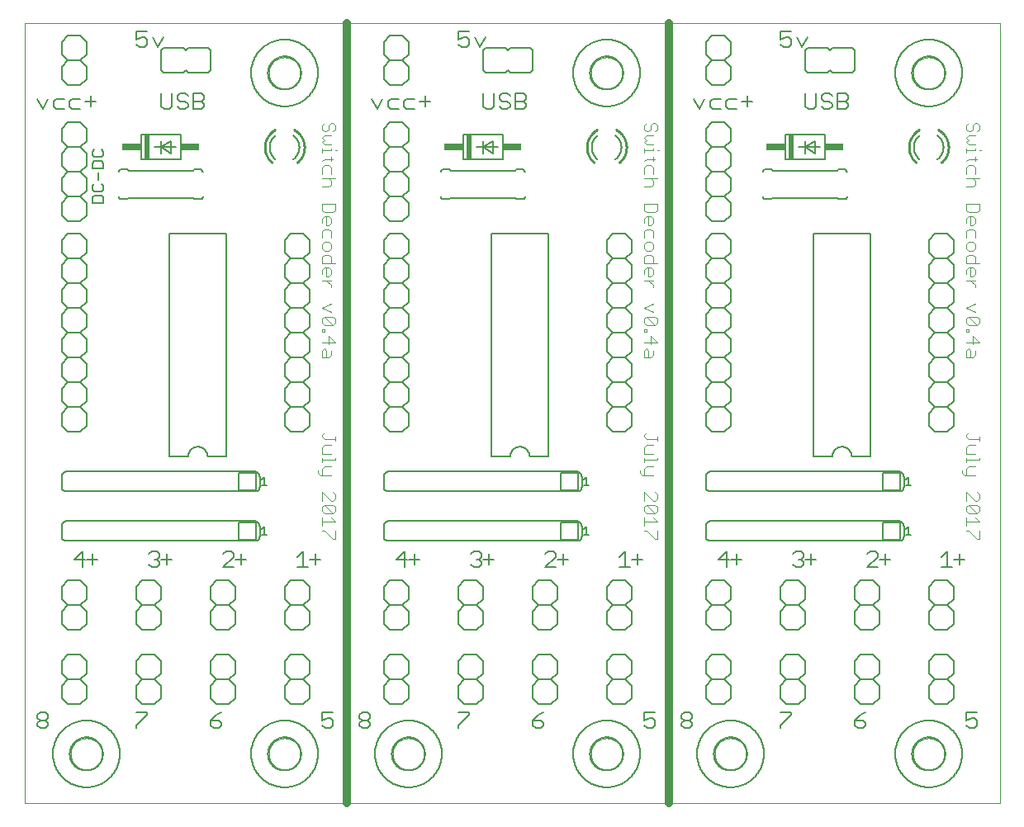
<source format=gto>
G75*
%MOIN*%
%OFA0B0*%
%FSLAX25Y25*%
%IPPOS*%
%LPD*%
%AMOC8*
5,1,8,0,0,1.08239X$1,22.5*
%
%ADD10C,0.00000*%
%ADD11C,0.00400*%
%ADD12C,0.03200*%
%ADD13C,0.00600*%
%ADD14R,0.02000X0.10000*%
%ADD15R,0.07500X0.03000*%
%ADD16C,0.01000*%
%ADD17C,0.00800*%
%ADD18C,0.00500*%
D10*
X0001000Y0003000D02*
X0001000Y0317961D01*
X0394701Y0317961D01*
X0394701Y0003000D01*
X0001000Y0003000D01*
X0019701Y0023000D02*
X0019703Y0023158D01*
X0019709Y0023316D01*
X0019719Y0023474D01*
X0019733Y0023632D01*
X0019751Y0023789D01*
X0019772Y0023946D01*
X0019798Y0024102D01*
X0019828Y0024258D01*
X0019861Y0024413D01*
X0019899Y0024566D01*
X0019940Y0024719D01*
X0019985Y0024871D01*
X0020034Y0025022D01*
X0020087Y0025171D01*
X0020143Y0025319D01*
X0020203Y0025465D01*
X0020267Y0025610D01*
X0020335Y0025753D01*
X0020406Y0025895D01*
X0020480Y0026035D01*
X0020558Y0026172D01*
X0020640Y0026308D01*
X0020724Y0026442D01*
X0020813Y0026573D01*
X0020904Y0026702D01*
X0020999Y0026829D01*
X0021096Y0026954D01*
X0021197Y0027076D01*
X0021301Y0027195D01*
X0021408Y0027312D01*
X0021518Y0027426D01*
X0021631Y0027537D01*
X0021746Y0027646D01*
X0021864Y0027751D01*
X0021985Y0027853D01*
X0022108Y0027953D01*
X0022234Y0028049D01*
X0022362Y0028142D01*
X0022492Y0028232D01*
X0022625Y0028318D01*
X0022760Y0028402D01*
X0022896Y0028481D01*
X0023035Y0028558D01*
X0023176Y0028630D01*
X0023318Y0028700D01*
X0023462Y0028765D01*
X0023608Y0028827D01*
X0023755Y0028885D01*
X0023904Y0028940D01*
X0024054Y0028991D01*
X0024205Y0029038D01*
X0024357Y0029081D01*
X0024510Y0029120D01*
X0024665Y0029156D01*
X0024820Y0029187D01*
X0024976Y0029215D01*
X0025132Y0029239D01*
X0025289Y0029259D01*
X0025447Y0029275D01*
X0025604Y0029287D01*
X0025763Y0029295D01*
X0025921Y0029299D01*
X0026079Y0029299D01*
X0026237Y0029295D01*
X0026396Y0029287D01*
X0026553Y0029275D01*
X0026711Y0029259D01*
X0026868Y0029239D01*
X0027024Y0029215D01*
X0027180Y0029187D01*
X0027335Y0029156D01*
X0027490Y0029120D01*
X0027643Y0029081D01*
X0027795Y0029038D01*
X0027946Y0028991D01*
X0028096Y0028940D01*
X0028245Y0028885D01*
X0028392Y0028827D01*
X0028538Y0028765D01*
X0028682Y0028700D01*
X0028824Y0028630D01*
X0028965Y0028558D01*
X0029104Y0028481D01*
X0029240Y0028402D01*
X0029375Y0028318D01*
X0029508Y0028232D01*
X0029638Y0028142D01*
X0029766Y0028049D01*
X0029892Y0027953D01*
X0030015Y0027853D01*
X0030136Y0027751D01*
X0030254Y0027646D01*
X0030369Y0027537D01*
X0030482Y0027426D01*
X0030592Y0027312D01*
X0030699Y0027195D01*
X0030803Y0027076D01*
X0030904Y0026954D01*
X0031001Y0026829D01*
X0031096Y0026702D01*
X0031187Y0026573D01*
X0031276Y0026442D01*
X0031360Y0026308D01*
X0031442Y0026172D01*
X0031520Y0026035D01*
X0031594Y0025895D01*
X0031665Y0025753D01*
X0031733Y0025610D01*
X0031797Y0025465D01*
X0031857Y0025319D01*
X0031913Y0025171D01*
X0031966Y0025022D01*
X0032015Y0024871D01*
X0032060Y0024719D01*
X0032101Y0024566D01*
X0032139Y0024413D01*
X0032172Y0024258D01*
X0032202Y0024102D01*
X0032228Y0023946D01*
X0032249Y0023789D01*
X0032267Y0023632D01*
X0032281Y0023474D01*
X0032291Y0023316D01*
X0032297Y0023158D01*
X0032299Y0023000D01*
X0032297Y0022842D01*
X0032291Y0022684D01*
X0032281Y0022526D01*
X0032267Y0022368D01*
X0032249Y0022211D01*
X0032228Y0022054D01*
X0032202Y0021898D01*
X0032172Y0021742D01*
X0032139Y0021587D01*
X0032101Y0021434D01*
X0032060Y0021281D01*
X0032015Y0021129D01*
X0031966Y0020978D01*
X0031913Y0020829D01*
X0031857Y0020681D01*
X0031797Y0020535D01*
X0031733Y0020390D01*
X0031665Y0020247D01*
X0031594Y0020105D01*
X0031520Y0019965D01*
X0031442Y0019828D01*
X0031360Y0019692D01*
X0031276Y0019558D01*
X0031187Y0019427D01*
X0031096Y0019298D01*
X0031001Y0019171D01*
X0030904Y0019046D01*
X0030803Y0018924D01*
X0030699Y0018805D01*
X0030592Y0018688D01*
X0030482Y0018574D01*
X0030369Y0018463D01*
X0030254Y0018354D01*
X0030136Y0018249D01*
X0030015Y0018147D01*
X0029892Y0018047D01*
X0029766Y0017951D01*
X0029638Y0017858D01*
X0029508Y0017768D01*
X0029375Y0017682D01*
X0029240Y0017598D01*
X0029104Y0017519D01*
X0028965Y0017442D01*
X0028824Y0017370D01*
X0028682Y0017300D01*
X0028538Y0017235D01*
X0028392Y0017173D01*
X0028245Y0017115D01*
X0028096Y0017060D01*
X0027946Y0017009D01*
X0027795Y0016962D01*
X0027643Y0016919D01*
X0027490Y0016880D01*
X0027335Y0016844D01*
X0027180Y0016813D01*
X0027024Y0016785D01*
X0026868Y0016761D01*
X0026711Y0016741D01*
X0026553Y0016725D01*
X0026396Y0016713D01*
X0026237Y0016705D01*
X0026079Y0016701D01*
X0025921Y0016701D01*
X0025763Y0016705D01*
X0025604Y0016713D01*
X0025447Y0016725D01*
X0025289Y0016741D01*
X0025132Y0016761D01*
X0024976Y0016785D01*
X0024820Y0016813D01*
X0024665Y0016844D01*
X0024510Y0016880D01*
X0024357Y0016919D01*
X0024205Y0016962D01*
X0024054Y0017009D01*
X0023904Y0017060D01*
X0023755Y0017115D01*
X0023608Y0017173D01*
X0023462Y0017235D01*
X0023318Y0017300D01*
X0023176Y0017370D01*
X0023035Y0017442D01*
X0022896Y0017519D01*
X0022760Y0017598D01*
X0022625Y0017682D01*
X0022492Y0017768D01*
X0022362Y0017858D01*
X0022234Y0017951D01*
X0022108Y0018047D01*
X0021985Y0018147D01*
X0021864Y0018249D01*
X0021746Y0018354D01*
X0021631Y0018463D01*
X0021518Y0018574D01*
X0021408Y0018688D01*
X0021301Y0018805D01*
X0021197Y0018924D01*
X0021096Y0019046D01*
X0020999Y0019171D01*
X0020904Y0019298D01*
X0020813Y0019427D01*
X0020724Y0019558D01*
X0020640Y0019692D01*
X0020558Y0019828D01*
X0020480Y0019965D01*
X0020406Y0020105D01*
X0020335Y0020247D01*
X0020267Y0020390D01*
X0020203Y0020535D01*
X0020143Y0020681D01*
X0020087Y0020829D01*
X0020034Y0020978D01*
X0019985Y0021129D01*
X0019940Y0021281D01*
X0019899Y0021434D01*
X0019861Y0021587D01*
X0019828Y0021742D01*
X0019798Y0021898D01*
X0019772Y0022054D01*
X0019751Y0022211D01*
X0019733Y0022368D01*
X0019719Y0022526D01*
X0019709Y0022684D01*
X0019703Y0022842D01*
X0019701Y0023000D01*
X0099701Y0023000D02*
X0099703Y0023158D01*
X0099709Y0023316D01*
X0099719Y0023474D01*
X0099733Y0023632D01*
X0099751Y0023789D01*
X0099772Y0023946D01*
X0099798Y0024102D01*
X0099828Y0024258D01*
X0099861Y0024413D01*
X0099899Y0024566D01*
X0099940Y0024719D01*
X0099985Y0024871D01*
X0100034Y0025022D01*
X0100087Y0025171D01*
X0100143Y0025319D01*
X0100203Y0025465D01*
X0100267Y0025610D01*
X0100335Y0025753D01*
X0100406Y0025895D01*
X0100480Y0026035D01*
X0100558Y0026172D01*
X0100640Y0026308D01*
X0100724Y0026442D01*
X0100813Y0026573D01*
X0100904Y0026702D01*
X0100999Y0026829D01*
X0101096Y0026954D01*
X0101197Y0027076D01*
X0101301Y0027195D01*
X0101408Y0027312D01*
X0101518Y0027426D01*
X0101631Y0027537D01*
X0101746Y0027646D01*
X0101864Y0027751D01*
X0101985Y0027853D01*
X0102108Y0027953D01*
X0102234Y0028049D01*
X0102362Y0028142D01*
X0102492Y0028232D01*
X0102625Y0028318D01*
X0102760Y0028402D01*
X0102896Y0028481D01*
X0103035Y0028558D01*
X0103176Y0028630D01*
X0103318Y0028700D01*
X0103462Y0028765D01*
X0103608Y0028827D01*
X0103755Y0028885D01*
X0103904Y0028940D01*
X0104054Y0028991D01*
X0104205Y0029038D01*
X0104357Y0029081D01*
X0104510Y0029120D01*
X0104665Y0029156D01*
X0104820Y0029187D01*
X0104976Y0029215D01*
X0105132Y0029239D01*
X0105289Y0029259D01*
X0105447Y0029275D01*
X0105604Y0029287D01*
X0105763Y0029295D01*
X0105921Y0029299D01*
X0106079Y0029299D01*
X0106237Y0029295D01*
X0106396Y0029287D01*
X0106553Y0029275D01*
X0106711Y0029259D01*
X0106868Y0029239D01*
X0107024Y0029215D01*
X0107180Y0029187D01*
X0107335Y0029156D01*
X0107490Y0029120D01*
X0107643Y0029081D01*
X0107795Y0029038D01*
X0107946Y0028991D01*
X0108096Y0028940D01*
X0108245Y0028885D01*
X0108392Y0028827D01*
X0108538Y0028765D01*
X0108682Y0028700D01*
X0108824Y0028630D01*
X0108965Y0028558D01*
X0109104Y0028481D01*
X0109240Y0028402D01*
X0109375Y0028318D01*
X0109508Y0028232D01*
X0109638Y0028142D01*
X0109766Y0028049D01*
X0109892Y0027953D01*
X0110015Y0027853D01*
X0110136Y0027751D01*
X0110254Y0027646D01*
X0110369Y0027537D01*
X0110482Y0027426D01*
X0110592Y0027312D01*
X0110699Y0027195D01*
X0110803Y0027076D01*
X0110904Y0026954D01*
X0111001Y0026829D01*
X0111096Y0026702D01*
X0111187Y0026573D01*
X0111276Y0026442D01*
X0111360Y0026308D01*
X0111442Y0026172D01*
X0111520Y0026035D01*
X0111594Y0025895D01*
X0111665Y0025753D01*
X0111733Y0025610D01*
X0111797Y0025465D01*
X0111857Y0025319D01*
X0111913Y0025171D01*
X0111966Y0025022D01*
X0112015Y0024871D01*
X0112060Y0024719D01*
X0112101Y0024566D01*
X0112139Y0024413D01*
X0112172Y0024258D01*
X0112202Y0024102D01*
X0112228Y0023946D01*
X0112249Y0023789D01*
X0112267Y0023632D01*
X0112281Y0023474D01*
X0112291Y0023316D01*
X0112297Y0023158D01*
X0112299Y0023000D01*
X0112297Y0022842D01*
X0112291Y0022684D01*
X0112281Y0022526D01*
X0112267Y0022368D01*
X0112249Y0022211D01*
X0112228Y0022054D01*
X0112202Y0021898D01*
X0112172Y0021742D01*
X0112139Y0021587D01*
X0112101Y0021434D01*
X0112060Y0021281D01*
X0112015Y0021129D01*
X0111966Y0020978D01*
X0111913Y0020829D01*
X0111857Y0020681D01*
X0111797Y0020535D01*
X0111733Y0020390D01*
X0111665Y0020247D01*
X0111594Y0020105D01*
X0111520Y0019965D01*
X0111442Y0019828D01*
X0111360Y0019692D01*
X0111276Y0019558D01*
X0111187Y0019427D01*
X0111096Y0019298D01*
X0111001Y0019171D01*
X0110904Y0019046D01*
X0110803Y0018924D01*
X0110699Y0018805D01*
X0110592Y0018688D01*
X0110482Y0018574D01*
X0110369Y0018463D01*
X0110254Y0018354D01*
X0110136Y0018249D01*
X0110015Y0018147D01*
X0109892Y0018047D01*
X0109766Y0017951D01*
X0109638Y0017858D01*
X0109508Y0017768D01*
X0109375Y0017682D01*
X0109240Y0017598D01*
X0109104Y0017519D01*
X0108965Y0017442D01*
X0108824Y0017370D01*
X0108682Y0017300D01*
X0108538Y0017235D01*
X0108392Y0017173D01*
X0108245Y0017115D01*
X0108096Y0017060D01*
X0107946Y0017009D01*
X0107795Y0016962D01*
X0107643Y0016919D01*
X0107490Y0016880D01*
X0107335Y0016844D01*
X0107180Y0016813D01*
X0107024Y0016785D01*
X0106868Y0016761D01*
X0106711Y0016741D01*
X0106553Y0016725D01*
X0106396Y0016713D01*
X0106237Y0016705D01*
X0106079Y0016701D01*
X0105921Y0016701D01*
X0105763Y0016705D01*
X0105604Y0016713D01*
X0105447Y0016725D01*
X0105289Y0016741D01*
X0105132Y0016761D01*
X0104976Y0016785D01*
X0104820Y0016813D01*
X0104665Y0016844D01*
X0104510Y0016880D01*
X0104357Y0016919D01*
X0104205Y0016962D01*
X0104054Y0017009D01*
X0103904Y0017060D01*
X0103755Y0017115D01*
X0103608Y0017173D01*
X0103462Y0017235D01*
X0103318Y0017300D01*
X0103176Y0017370D01*
X0103035Y0017442D01*
X0102896Y0017519D01*
X0102760Y0017598D01*
X0102625Y0017682D01*
X0102492Y0017768D01*
X0102362Y0017858D01*
X0102234Y0017951D01*
X0102108Y0018047D01*
X0101985Y0018147D01*
X0101864Y0018249D01*
X0101746Y0018354D01*
X0101631Y0018463D01*
X0101518Y0018574D01*
X0101408Y0018688D01*
X0101301Y0018805D01*
X0101197Y0018924D01*
X0101096Y0019046D01*
X0100999Y0019171D01*
X0100904Y0019298D01*
X0100813Y0019427D01*
X0100724Y0019558D01*
X0100640Y0019692D01*
X0100558Y0019828D01*
X0100480Y0019965D01*
X0100406Y0020105D01*
X0100335Y0020247D01*
X0100267Y0020390D01*
X0100203Y0020535D01*
X0100143Y0020681D01*
X0100087Y0020829D01*
X0100034Y0020978D01*
X0099985Y0021129D01*
X0099940Y0021281D01*
X0099899Y0021434D01*
X0099861Y0021587D01*
X0099828Y0021742D01*
X0099798Y0021898D01*
X0099772Y0022054D01*
X0099751Y0022211D01*
X0099733Y0022368D01*
X0099719Y0022526D01*
X0099709Y0022684D01*
X0099703Y0022842D01*
X0099701Y0023000D01*
X0149701Y0023000D02*
X0149703Y0023158D01*
X0149709Y0023316D01*
X0149719Y0023474D01*
X0149733Y0023632D01*
X0149751Y0023789D01*
X0149772Y0023946D01*
X0149798Y0024102D01*
X0149828Y0024258D01*
X0149861Y0024413D01*
X0149899Y0024566D01*
X0149940Y0024719D01*
X0149985Y0024871D01*
X0150034Y0025022D01*
X0150087Y0025171D01*
X0150143Y0025319D01*
X0150203Y0025465D01*
X0150267Y0025610D01*
X0150335Y0025753D01*
X0150406Y0025895D01*
X0150480Y0026035D01*
X0150558Y0026172D01*
X0150640Y0026308D01*
X0150724Y0026442D01*
X0150813Y0026573D01*
X0150904Y0026702D01*
X0150999Y0026829D01*
X0151096Y0026954D01*
X0151197Y0027076D01*
X0151301Y0027195D01*
X0151408Y0027312D01*
X0151518Y0027426D01*
X0151631Y0027537D01*
X0151746Y0027646D01*
X0151864Y0027751D01*
X0151985Y0027853D01*
X0152108Y0027953D01*
X0152234Y0028049D01*
X0152362Y0028142D01*
X0152492Y0028232D01*
X0152625Y0028318D01*
X0152760Y0028402D01*
X0152896Y0028481D01*
X0153035Y0028558D01*
X0153176Y0028630D01*
X0153318Y0028700D01*
X0153462Y0028765D01*
X0153608Y0028827D01*
X0153755Y0028885D01*
X0153904Y0028940D01*
X0154054Y0028991D01*
X0154205Y0029038D01*
X0154357Y0029081D01*
X0154510Y0029120D01*
X0154665Y0029156D01*
X0154820Y0029187D01*
X0154976Y0029215D01*
X0155132Y0029239D01*
X0155289Y0029259D01*
X0155447Y0029275D01*
X0155604Y0029287D01*
X0155763Y0029295D01*
X0155921Y0029299D01*
X0156079Y0029299D01*
X0156237Y0029295D01*
X0156396Y0029287D01*
X0156553Y0029275D01*
X0156711Y0029259D01*
X0156868Y0029239D01*
X0157024Y0029215D01*
X0157180Y0029187D01*
X0157335Y0029156D01*
X0157490Y0029120D01*
X0157643Y0029081D01*
X0157795Y0029038D01*
X0157946Y0028991D01*
X0158096Y0028940D01*
X0158245Y0028885D01*
X0158392Y0028827D01*
X0158538Y0028765D01*
X0158682Y0028700D01*
X0158824Y0028630D01*
X0158965Y0028558D01*
X0159104Y0028481D01*
X0159240Y0028402D01*
X0159375Y0028318D01*
X0159508Y0028232D01*
X0159638Y0028142D01*
X0159766Y0028049D01*
X0159892Y0027953D01*
X0160015Y0027853D01*
X0160136Y0027751D01*
X0160254Y0027646D01*
X0160369Y0027537D01*
X0160482Y0027426D01*
X0160592Y0027312D01*
X0160699Y0027195D01*
X0160803Y0027076D01*
X0160904Y0026954D01*
X0161001Y0026829D01*
X0161096Y0026702D01*
X0161187Y0026573D01*
X0161276Y0026442D01*
X0161360Y0026308D01*
X0161442Y0026172D01*
X0161520Y0026035D01*
X0161594Y0025895D01*
X0161665Y0025753D01*
X0161733Y0025610D01*
X0161797Y0025465D01*
X0161857Y0025319D01*
X0161913Y0025171D01*
X0161966Y0025022D01*
X0162015Y0024871D01*
X0162060Y0024719D01*
X0162101Y0024566D01*
X0162139Y0024413D01*
X0162172Y0024258D01*
X0162202Y0024102D01*
X0162228Y0023946D01*
X0162249Y0023789D01*
X0162267Y0023632D01*
X0162281Y0023474D01*
X0162291Y0023316D01*
X0162297Y0023158D01*
X0162299Y0023000D01*
X0162297Y0022842D01*
X0162291Y0022684D01*
X0162281Y0022526D01*
X0162267Y0022368D01*
X0162249Y0022211D01*
X0162228Y0022054D01*
X0162202Y0021898D01*
X0162172Y0021742D01*
X0162139Y0021587D01*
X0162101Y0021434D01*
X0162060Y0021281D01*
X0162015Y0021129D01*
X0161966Y0020978D01*
X0161913Y0020829D01*
X0161857Y0020681D01*
X0161797Y0020535D01*
X0161733Y0020390D01*
X0161665Y0020247D01*
X0161594Y0020105D01*
X0161520Y0019965D01*
X0161442Y0019828D01*
X0161360Y0019692D01*
X0161276Y0019558D01*
X0161187Y0019427D01*
X0161096Y0019298D01*
X0161001Y0019171D01*
X0160904Y0019046D01*
X0160803Y0018924D01*
X0160699Y0018805D01*
X0160592Y0018688D01*
X0160482Y0018574D01*
X0160369Y0018463D01*
X0160254Y0018354D01*
X0160136Y0018249D01*
X0160015Y0018147D01*
X0159892Y0018047D01*
X0159766Y0017951D01*
X0159638Y0017858D01*
X0159508Y0017768D01*
X0159375Y0017682D01*
X0159240Y0017598D01*
X0159104Y0017519D01*
X0158965Y0017442D01*
X0158824Y0017370D01*
X0158682Y0017300D01*
X0158538Y0017235D01*
X0158392Y0017173D01*
X0158245Y0017115D01*
X0158096Y0017060D01*
X0157946Y0017009D01*
X0157795Y0016962D01*
X0157643Y0016919D01*
X0157490Y0016880D01*
X0157335Y0016844D01*
X0157180Y0016813D01*
X0157024Y0016785D01*
X0156868Y0016761D01*
X0156711Y0016741D01*
X0156553Y0016725D01*
X0156396Y0016713D01*
X0156237Y0016705D01*
X0156079Y0016701D01*
X0155921Y0016701D01*
X0155763Y0016705D01*
X0155604Y0016713D01*
X0155447Y0016725D01*
X0155289Y0016741D01*
X0155132Y0016761D01*
X0154976Y0016785D01*
X0154820Y0016813D01*
X0154665Y0016844D01*
X0154510Y0016880D01*
X0154357Y0016919D01*
X0154205Y0016962D01*
X0154054Y0017009D01*
X0153904Y0017060D01*
X0153755Y0017115D01*
X0153608Y0017173D01*
X0153462Y0017235D01*
X0153318Y0017300D01*
X0153176Y0017370D01*
X0153035Y0017442D01*
X0152896Y0017519D01*
X0152760Y0017598D01*
X0152625Y0017682D01*
X0152492Y0017768D01*
X0152362Y0017858D01*
X0152234Y0017951D01*
X0152108Y0018047D01*
X0151985Y0018147D01*
X0151864Y0018249D01*
X0151746Y0018354D01*
X0151631Y0018463D01*
X0151518Y0018574D01*
X0151408Y0018688D01*
X0151301Y0018805D01*
X0151197Y0018924D01*
X0151096Y0019046D01*
X0150999Y0019171D01*
X0150904Y0019298D01*
X0150813Y0019427D01*
X0150724Y0019558D01*
X0150640Y0019692D01*
X0150558Y0019828D01*
X0150480Y0019965D01*
X0150406Y0020105D01*
X0150335Y0020247D01*
X0150267Y0020390D01*
X0150203Y0020535D01*
X0150143Y0020681D01*
X0150087Y0020829D01*
X0150034Y0020978D01*
X0149985Y0021129D01*
X0149940Y0021281D01*
X0149899Y0021434D01*
X0149861Y0021587D01*
X0149828Y0021742D01*
X0149798Y0021898D01*
X0149772Y0022054D01*
X0149751Y0022211D01*
X0149733Y0022368D01*
X0149719Y0022526D01*
X0149709Y0022684D01*
X0149703Y0022842D01*
X0149701Y0023000D01*
X0229701Y0023000D02*
X0229703Y0023158D01*
X0229709Y0023316D01*
X0229719Y0023474D01*
X0229733Y0023632D01*
X0229751Y0023789D01*
X0229772Y0023946D01*
X0229798Y0024102D01*
X0229828Y0024258D01*
X0229861Y0024413D01*
X0229899Y0024566D01*
X0229940Y0024719D01*
X0229985Y0024871D01*
X0230034Y0025022D01*
X0230087Y0025171D01*
X0230143Y0025319D01*
X0230203Y0025465D01*
X0230267Y0025610D01*
X0230335Y0025753D01*
X0230406Y0025895D01*
X0230480Y0026035D01*
X0230558Y0026172D01*
X0230640Y0026308D01*
X0230724Y0026442D01*
X0230813Y0026573D01*
X0230904Y0026702D01*
X0230999Y0026829D01*
X0231096Y0026954D01*
X0231197Y0027076D01*
X0231301Y0027195D01*
X0231408Y0027312D01*
X0231518Y0027426D01*
X0231631Y0027537D01*
X0231746Y0027646D01*
X0231864Y0027751D01*
X0231985Y0027853D01*
X0232108Y0027953D01*
X0232234Y0028049D01*
X0232362Y0028142D01*
X0232492Y0028232D01*
X0232625Y0028318D01*
X0232760Y0028402D01*
X0232896Y0028481D01*
X0233035Y0028558D01*
X0233176Y0028630D01*
X0233318Y0028700D01*
X0233462Y0028765D01*
X0233608Y0028827D01*
X0233755Y0028885D01*
X0233904Y0028940D01*
X0234054Y0028991D01*
X0234205Y0029038D01*
X0234357Y0029081D01*
X0234510Y0029120D01*
X0234665Y0029156D01*
X0234820Y0029187D01*
X0234976Y0029215D01*
X0235132Y0029239D01*
X0235289Y0029259D01*
X0235447Y0029275D01*
X0235604Y0029287D01*
X0235763Y0029295D01*
X0235921Y0029299D01*
X0236079Y0029299D01*
X0236237Y0029295D01*
X0236396Y0029287D01*
X0236553Y0029275D01*
X0236711Y0029259D01*
X0236868Y0029239D01*
X0237024Y0029215D01*
X0237180Y0029187D01*
X0237335Y0029156D01*
X0237490Y0029120D01*
X0237643Y0029081D01*
X0237795Y0029038D01*
X0237946Y0028991D01*
X0238096Y0028940D01*
X0238245Y0028885D01*
X0238392Y0028827D01*
X0238538Y0028765D01*
X0238682Y0028700D01*
X0238824Y0028630D01*
X0238965Y0028558D01*
X0239104Y0028481D01*
X0239240Y0028402D01*
X0239375Y0028318D01*
X0239508Y0028232D01*
X0239638Y0028142D01*
X0239766Y0028049D01*
X0239892Y0027953D01*
X0240015Y0027853D01*
X0240136Y0027751D01*
X0240254Y0027646D01*
X0240369Y0027537D01*
X0240482Y0027426D01*
X0240592Y0027312D01*
X0240699Y0027195D01*
X0240803Y0027076D01*
X0240904Y0026954D01*
X0241001Y0026829D01*
X0241096Y0026702D01*
X0241187Y0026573D01*
X0241276Y0026442D01*
X0241360Y0026308D01*
X0241442Y0026172D01*
X0241520Y0026035D01*
X0241594Y0025895D01*
X0241665Y0025753D01*
X0241733Y0025610D01*
X0241797Y0025465D01*
X0241857Y0025319D01*
X0241913Y0025171D01*
X0241966Y0025022D01*
X0242015Y0024871D01*
X0242060Y0024719D01*
X0242101Y0024566D01*
X0242139Y0024413D01*
X0242172Y0024258D01*
X0242202Y0024102D01*
X0242228Y0023946D01*
X0242249Y0023789D01*
X0242267Y0023632D01*
X0242281Y0023474D01*
X0242291Y0023316D01*
X0242297Y0023158D01*
X0242299Y0023000D01*
X0242297Y0022842D01*
X0242291Y0022684D01*
X0242281Y0022526D01*
X0242267Y0022368D01*
X0242249Y0022211D01*
X0242228Y0022054D01*
X0242202Y0021898D01*
X0242172Y0021742D01*
X0242139Y0021587D01*
X0242101Y0021434D01*
X0242060Y0021281D01*
X0242015Y0021129D01*
X0241966Y0020978D01*
X0241913Y0020829D01*
X0241857Y0020681D01*
X0241797Y0020535D01*
X0241733Y0020390D01*
X0241665Y0020247D01*
X0241594Y0020105D01*
X0241520Y0019965D01*
X0241442Y0019828D01*
X0241360Y0019692D01*
X0241276Y0019558D01*
X0241187Y0019427D01*
X0241096Y0019298D01*
X0241001Y0019171D01*
X0240904Y0019046D01*
X0240803Y0018924D01*
X0240699Y0018805D01*
X0240592Y0018688D01*
X0240482Y0018574D01*
X0240369Y0018463D01*
X0240254Y0018354D01*
X0240136Y0018249D01*
X0240015Y0018147D01*
X0239892Y0018047D01*
X0239766Y0017951D01*
X0239638Y0017858D01*
X0239508Y0017768D01*
X0239375Y0017682D01*
X0239240Y0017598D01*
X0239104Y0017519D01*
X0238965Y0017442D01*
X0238824Y0017370D01*
X0238682Y0017300D01*
X0238538Y0017235D01*
X0238392Y0017173D01*
X0238245Y0017115D01*
X0238096Y0017060D01*
X0237946Y0017009D01*
X0237795Y0016962D01*
X0237643Y0016919D01*
X0237490Y0016880D01*
X0237335Y0016844D01*
X0237180Y0016813D01*
X0237024Y0016785D01*
X0236868Y0016761D01*
X0236711Y0016741D01*
X0236553Y0016725D01*
X0236396Y0016713D01*
X0236237Y0016705D01*
X0236079Y0016701D01*
X0235921Y0016701D01*
X0235763Y0016705D01*
X0235604Y0016713D01*
X0235447Y0016725D01*
X0235289Y0016741D01*
X0235132Y0016761D01*
X0234976Y0016785D01*
X0234820Y0016813D01*
X0234665Y0016844D01*
X0234510Y0016880D01*
X0234357Y0016919D01*
X0234205Y0016962D01*
X0234054Y0017009D01*
X0233904Y0017060D01*
X0233755Y0017115D01*
X0233608Y0017173D01*
X0233462Y0017235D01*
X0233318Y0017300D01*
X0233176Y0017370D01*
X0233035Y0017442D01*
X0232896Y0017519D01*
X0232760Y0017598D01*
X0232625Y0017682D01*
X0232492Y0017768D01*
X0232362Y0017858D01*
X0232234Y0017951D01*
X0232108Y0018047D01*
X0231985Y0018147D01*
X0231864Y0018249D01*
X0231746Y0018354D01*
X0231631Y0018463D01*
X0231518Y0018574D01*
X0231408Y0018688D01*
X0231301Y0018805D01*
X0231197Y0018924D01*
X0231096Y0019046D01*
X0230999Y0019171D01*
X0230904Y0019298D01*
X0230813Y0019427D01*
X0230724Y0019558D01*
X0230640Y0019692D01*
X0230558Y0019828D01*
X0230480Y0019965D01*
X0230406Y0020105D01*
X0230335Y0020247D01*
X0230267Y0020390D01*
X0230203Y0020535D01*
X0230143Y0020681D01*
X0230087Y0020829D01*
X0230034Y0020978D01*
X0229985Y0021129D01*
X0229940Y0021281D01*
X0229899Y0021434D01*
X0229861Y0021587D01*
X0229828Y0021742D01*
X0229798Y0021898D01*
X0229772Y0022054D01*
X0229751Y0022211D01*
X0229733Y0022368D01*
X0229719Y0022526D01*
X0229709Y0022684D01*
X0229703Y0022842D01*
X0229701Y0023000D01*
X0279701Y0023000D02*
X0279703Y0023158D01*
X0279709Y0023316D01*
X0279719Y0023474D01*
X0279733Y0023632D01*
X0279751Y0023789D01*
X0279772Y0023946D01*
X0279798Y0024102D01*
X0279828Y0024258D01*
X0279861Y0024413D01*
X0279899Y0024566D01*
X0279940Y0024719D01*
X0279985Y0024871D01*
X0280034Y0025022D01*
X0280087Y0025171D01*
X0280143Y0025319D01*
X0280203Y0025465D01*
X0280267Y0025610D01*
X0280335Y0025753D01*
X0280406Y0025895D01*
X0280480Y0026035D01*
X0280558Y0026172D01*
X0280640Y0026308D01*
X0280724Y0026442D01*
X0280813Y0026573D01*
X0280904Y0026702D01*
X0280999Y0026829D01*
X0281096Y0026954D01*
X0281197Y0027076D01*
X0281301Y0027195D01*
X0281408Y0027312D01*
X0281518Y0027426D01*
X0281631Y0027537D01*
X0281746Y0027646D01*
X0281864Y0027751D01*
X0281985Y0027853D01*
X0282108Y0027953D01*
X0282234Y0028049D01*
X0282362Y0028142D01*
X0282492Y0028232D01*
X0282625Y0028318D01*
X0282760Y0028402D01*
X0282896Y0028481D01*
X0283035Y0028558D01*
X0283176Y0028630D01*
X0283318Y0028700D01*
X0283462Y0028765D01*
X0283608Y0028827D01*
X0283755Y0028885D01*
X0283904Y0028940D01*
X0284054Y0028991D01*
X0284205Y0029038D01*
X0284357Y0029081D01*
X0284510Y0029120D01*
X0284665Y0029156D01*
X0284820Y0029187D01*
X0284976Y0029215D01*
X0285132Y0029239D01*
X0285289Y0029259D01*
X0285447Y0029275D01*
X0285604Y0029287D01*
X0285763Y0029295D01*
X0285921Y0029299D01*
X0286079Y0029299D01*
X0286237Y0029295D01*
X0286396Y0029287D01*
X0286553Y0029275D01*
X0286711Y0029259D01*
X0286868Y0029239D01*
X0287024Y0029215D01*
X0287180Y0029187D01*
X0287335Y0029156D01*
X0287490Y0029120D01*
X0287643Y0029081D01*
X0287795Y0029038D01*
X0287946Y0028991D01*
X0288096Y0028940D01*
X0288245Y0028885D01*
X0288392Y0028827D01*
X0288538Y0028765D01*
X0288682Y0028700D01*
X0288824Y0028630D01*
X0288965Y0028558D01*
X0289104Y0028481D01*
X0289240Y0028402D01*
X0289375Y0028318D01*
X0289508Y0028232D01*
X0289638Y0028142D01*
X0289766Y0028049D01*
X0289892Y0027953D01*
X0290015Y0027853D01*
X0290136Y0027751D01*
X0290254Y0027646D01*
X0290369Y0027537D01*
X0290482Y0027426D01*
X0290592Y0027312D01*
X0290699Y0027195D01*
X0290803Y0027076D01*
X0290904Y0026954D01*
X0291001Y0026829D01*
X0291096Y0026702D01*
X0291187Y0026573D01*
X0291276Y0026442D01*
X0291360Y0026308D01*
X0291442Y0026172D01*
X0291520Y0026035D01*
X0291594Y0025895D01*
X0291665Y0025753D01*
X0291733Y0025610D01*
X0291797Y0025465D01*
X0291857Y0025319D01*
X0291913Y0025171D01*
X0291966Y0025022D01*
X0292015Y0024871D01*
X0292060Y0024719D01*
X0292101Y0024566D01*
X0292139Y0024413D01*
X0292172Y0024258D01*
X0292202Y0024102D01*
X0292228Y0023946D01*
X0292249Y0023789D01*
X0292267Y0023632D01*
X0292281Y0023474D01*
X0292291Y0023316D01*
X0292297Y0023158D01*
X0292299Y0023000D01*
X0292297Y0022842D01*
X0292291Y0022684D01*
X0292281Y0022526D01*
X0292267Y0022368D01*
X0292249Y0022211D01*
X0292228Y0022054D01*
X0292202Y0021898D01*
X0292172Y0021742D01*
X0292139Y0021587D01*
X0292101Y0021434D01*
X0292060Y0021281D01*
X0292015Y0021129D01*
X0291966Y0020978D01*
X0291913Y0020829D01*
X0291857Y0020681D01*
X0291797Y0020535D01*
X0291733Y0020390D01*
X0291665Y0020247D01*
X0291594Y0020105D01*
X0291520Y0019965D01*
X0291442Y0019828D01*
X0291360Y0019692D01*
X0291276Y0019558D01*
X0291187Y0019427D01*
X0291096Y0019298D01*
X0291001Y0019171D01*
X0290904Y0019046D01*
X0290803Y0018924D01*
X0290699Y0018805D01*
X0290592Y0018688D01*
X0290482Y0018574D01*
X0290369Y0018463D01*
X0290254Y0018354D01*
X0290136Y0018249D01*
X0290015Y0018147D01*
X0289892Y0018047D01*
X0289766Y0017951D01*
X0289638Y0017858D01*
X0289508Y0017768D01*
X0289375Y0017682D01*
X0289240Y0017598D01*
X0289104Y0017519D01*
X0288965Y0017442D01*
X0288824Y0017370D01*
X0288682Y0017300D01*
X0288538Y0017235D01*
X0288392Y0017173D01*
X0288245Y0017115D01*
X0288096Y0017060D01*
X0287946Y0017009D01*
X0287795Y0016962D01*
X0287643Y0016919D01*
X0287490Y0016880D01*
X0287335Y0016844D01*
X0287180Y0016813D01*
X0287024Y0016785D01*
X0286868Y0016761D01*
X0286711Y0016741D01*
X0286553Y0016725D01*
X0286396Y0016713D01*
X0286237Y0016705D01*
X0286079Y0016701D01*
X0285921Y0016701D01*
X0285763Y0016705D01*
X0285604Y0016713D01*
X0285447Y0016725D01*
X0285289Y0016741D01*
X0285132Y0016761D01*
X0284976Y0016785D01*
X0284820Y0016813D01*
X0284665Y0016844D01*
X0284510Y0016880D01*
X0284357Y0016919D01*
X0284205Y0016962D01*
X0284054Y0017009D01*
X0283904Y0017060D01*
X0283755Y0017115D01*
X0283608Y0017173D01*
X0283462Y0017235D01*
X0283318Y0017300D01*
X0283176Y0017370D01*
X0283035Y0017442D01*
X0282896Y0017519D01*
X0282760Y0017598D01*
X0282625Y0017682D01*
X0282492Y0017768D01*
X0282362Y0017858D01*
X0282234Y0017951D01*
X0282108Y0018047D01*
X0281985Y0018147D01*
X0281864Y0018249D01*
X0281746Y0018354D01*
X0281631Y0018463D01*
X0281518Y0018574D01*
X0281408Y0018688D01*
X0281301Y0018805D01*
X0281197Y0018924D01*
X0281096Y0019046D01*
X0280999Y0019171D01*
X0280904Y0019298D01*
X0280813Y0019427D01*
X0280724Y0019558D01*
X0280640Y0019692D01*
X0280558Y0019828D01*
X0280480Y0019965D01*
X0280406Y0020105D01*
X0280335Y0020247D01*
X0280267Y0020390D01*
X0280203Y0020535D01*
X0280143Y0020681D01*
X0280087Y0020829D01*
X0280034Y0020978D01*
X0279985Y0021129D01*
X0279940Y0021281D01*
X0279899Y0021434D01*
X0279861Y0021587D01*
X0279828Y0021742D01*
X0279798Y0021898D01*
X0279772Y0022054D01*
X0279751Y0022211D01*
X0279733Y0022368D01*
X0279719Y0022526D01*
X0279709Y0022684D01*
X0279703Y0022842D01*
X0279701Y0023000D01*
X0359701Y0023000D02*
X0359703Y0023158D01*
X0359709Y0023316D01*
X0359719Y0023474D01*
X0359733Y0023632D01*
X0359751Y0023789D01*
X0359772Y0023946D01*
X0359798Y0024102D01*
X0359828Y0024258D01*
X0359861Y0024413D01*
X0359899Y0024566D01*
X0359940Y0024719D01*
X0359985Y0024871D01*
X0360034Y0025022D01*
X0360087Y0025171D01*
X0360143Y0025319D01*
X0360203Y0025465D01*
X0360267Y0025610D01*
X0360335Y0025753D01*
X0360406Y0025895D01*
X0360480Y0026035D01*
X0360558Y0026172D01*
X0360640Y0026308D01*
X0360724Y0026442D01*
X0360813Y0026573D01*
X0360904Y0026702D01*
X0360999Y0026829D01*
X0361096Y0026954D01*
X0361197Y0027076D01*
X0361301Y0027195D01*
X0361408Y0027312D01*
X0361518Y0027426D01*
X0361631Y0027537D01*
X0361746Y0027646D01*
X0361864Y0027751D01*
X0361985Y0027853D01*
X0362108Y0027953D01*
X0362234Y0028049D01*
X0362362Y0028142D01*
X0362492Y0028232D01*
X0362625Y0028318D01*
X0362760Y0028402D01*
X0362896Y0028481D01*
X0363035Y0028558D01*
X0363176Y0028630D01*
X0363318Y0028700D01*
X0363462Y0028765D01*
X0363608Y0028827D01*
X0363755Y0028885D01*
X0363904Y0028940D01*
X0364054Y0028991D01*
X0364205Y0029038D01*
X0364357Y0029081D01*
X0364510Y0029120D01*
X0364665Y0029156D01*
X0364820Y0029187D01*
X0364976Y0029215D01*
X0365132Y0029239D01*
X0365289Y0029259D01*
X0365447Y0029275D01*
X0365604Y0029287D01*
X0365763Y0029295D01*
X0365921Y0029299D01*
X0366079Y0029299D01*
X0366237Y0029295D01*
X0366396Y0029287D01*
X0366553Y0029275D01*
X0366711Y0029259D01*
X0366868Y0029239D01*
X0367024Y0029215D01*
X0367180Y0029187D01*
X0367335Y0029156D01*
X0367490Y0029120D01*
X0367643Y0029081D01*
X0367795Y0029038D01*
X0367946Y0028991D01*
X0368096Y0028940D01*
X0368245Y0028885D01*
X0368392Y0028827D01*
X0368538Y0028765D01*
X0368682Y0028700D01*
X0368824Y0028630D01*
X0368965Y0028558D01*
X0369104Y0028481D01*
X0369240Y0028402D01*
X0369375Y0028318D01*
X0369508Y0028232D01*
X0369638Y0028142D01*
X0369766Y0028049D01*
X0369892Y0027953D01*
X0370015Y0027853D01*
X0370136Y0027751D01*
X0370254Y0027646D01*
X0370369Y0027537D01*
X0370482Y0027426D01*
X0370592Y0027312D01*
X0370699Y0027195D01*
X0370803Y0027076D01*
X0370904Y0026954D01*
X0371001Y0026829D01*
X0371096Y0026702D01*
X0371187Y0026573D01*
X0371276Y0026442D01*
X0371360Y0026308D01*
X0371442Y0026172D01*
X0371520Y0026035D01*
X0371594Y0025895D01*
X0371665Y0025753D01*
X0371733Y0025610D01*
X0371797Y0025465D01*
X0371857Y0025319D01*
X0371913Y0025171D01*
X0371966Y0025022D01*
X0372015Y0024871D01*
X0372060Y0024719D01*
X0372101Y0024566D01*
X0372139Y0024413D01*
X0372172Y0024258D01*
X0372202Y0024102D01*
X0372228Y0023946D01*
X0372249Y0023789D01*
X0372267Y0023632D01*
X0372281Y0023474D01*
X0372291Y0023316D01*
X0372297Y0023158D01*
X0372299Y0023000D01*
X0372297Y0022842D01*
X0372291Y0022684D01*
X0372281Y0022526D01*
X0372267Y0022368D01*
X0372249Y0022211D01*
X0372228Y0022054D01*
X0372202Y0021898D01*
X0372172Y0021742D01*
X0372139Y0021587D01*
X0372101Y0021434D01*
X0372060Y0021281D01*
X0372015Y0021129D01*
X0371966Y0020978D01*
X0371913Y0020829D01*
X0371857Y0020681D01*
X0371797Y0020535D01*
X0371733Y0020390D01*
X0371665Y0020247D01*
X0371594Y0020105D01*
X0371520Y0019965D01*
X0371442Y0019828D01*
X0371360Y0019692D01*
X0371276Y0019558D01*
X0371187Y0019427D01*
X0371096Y0019298D01*
X0371001Y0019171D01*
X0370904Y0019046D01*
X0370803Y0018924D01*
X0370699Y0018805D01*
X0370592Y0018688D01*
X0370482Y0018574D01*
X0370369Y0018463D01*
X0370254Y0018354D01*
X0370136Y0018249D01*
X0370015Y0018147D01*
X0369892Y0018047D01*
X0369766Y0017951D01*
X0369638Y0017858D01*
X0369508Y0017768D01*
X0369375Y0017682D01*
X0369240Y0017598D01*
X0369104Y0017519D01*
X0368965Y0017442D01*
X0368824Y0017370D01*
X0368682Y0017300D01*
X0368538Y0017235D01*
X0368392Y0017173D01*
X0368245Y0017115D01*
X0368096Y0017060D01*
X0367946Y0017009D01*
X0367795Y0016962D01*
X0367643Y0016919D01*
X0367490Y0016880D01*
X0367335Y0016844D01*
X0367180Y0016813D01*
X0367024Y0016785D01*
X0366868Y0016761D01*
X0366711Y0016741D01*
X0366553Y0016725D01*
X0366396Y0016713D01*
X0366237Y0016705D01*
X0366079Y0016701D01*
X0365921Y0016701D01*
X0365763Y0016705D01*
X0365604Y0016713D01*
X0365447Y0016725D01*
X0365289Y0016741D01*
X0365132Y0016761D01*
X0364976Y0016785D01*
X0364820Y0016813D01*
X0364665Y0016844D01*
X0364510Y0016880D01*
X0364357Y0016919D01*
X0364205Y0016962D01*
X0364054Y0017009D01*
X0363904Y0017060D01*
X0363755Y0017115D01*
X0363608Y0017173D01*
X0363462Y0017235D01*
X0363318Y0017300D01*
X0363176Y0017370D01*
X0363035Y0017442D01*
X0362896Y0017519D01*
X0362760Y0017598D01*
X0362625Y0017682D01*
X0362492Y0017768D01*
X0362362Y0017858D01*
X0362234Y0017951D01*
X0362108Y0018047D01*
X0361985Y0018147D01*
X0361864Y0018249D01*
X0361746Y0018354D01*
X0361631Y0018463D01*
X0361518Y0018574D01*
X0361408Y0018688D01*
X0361301Y0018805D01*
X0361197Y0018924D01*
X0361096Y0019046D01*
X0360999Y0019171D01*
X0360904Y0019298D01*
X0360813Y0019427D01*
X0360724Y0019558D01*
X0360640Y0019692D01*
X0360558Y0019828D01*
X0360480Y0019965D01*
X0360406Y0020105D01*
X0360335Y0020247D01*
X0360267Y0020390D01*
X0360203Y0020535D01*
X0360143Y0020681D01*
X0360087Y0020829D01*
X0360034Y0020978D01*
X0359985Y0021129D01*
X0359940Y0021281D01*
X0359899Y0021434D01*
X0359861Y0021587D01*
X0359828Y0021742D01*
X0359798Y0021898D01*
X0359772Y0022054D01*
X0359751Y0022211D01*
X0359733Y0022368D01*
X0359719Y0022526D01*
X0359709Y0022684D01*
X0359703Y0022842D01*
X0359701Y0023000D01*
X0359701Y0298000D02*
X0359703Y0298158D01*
X0359709Y0298316D01*
X0359719Y0298474D01*
X0359733Y0298632D01*
X0359751Y0298789D01*
X0359772Y0298946D01*
X0359798Y0299102D01*
X0359828Y0299258D01*
X0359861Y0299413D01*
X0359899Y0299566D01*
X0359940Y0299719D01*
X0359985Y0299871D01*
X0360034Y0300022D01*
X0360087Y0300171D01*
X0360143Y0300319D01*
X0360203Y0300465D01*
X0360267Y0300610D01*
X0360335Y0300753D01*
X0360406Y0300895D01*
X0360480Y0301035D01*
X0360558Y0301172D01*
X0360640Y0301308D01*
X0360724Y0301442D01*
X0360813Y0301573D01*
X0360904Y0301702D01*
X0360999Y0301829D01*
X0361096Y0301954D01*
X0361197Y0302076D01*
X0361301Y0302195D01*
X0361408Y0302312D01*
X0361518Y0302426D01*
X0361631Y0302537D01*
X0361746Y0302646D01*
X0361864Y0302751D01*
X0361985Y0302853D01*
X0362108Y0302953D01*
X0362234Y0303049D01*
X0362362Y0303142D01*
X0362492Y0303232D01*
X0362625Y0303318D01*
X0362760Y0303402D01*
X0362896Y0303481D01*
X0363035Y0303558D01*
X0363176Y0303630D01*
X0363318Y0303700D01*
X0363462Y0303765D01*
X0363608Y0303827D01*
X0363755Y0303885D01*
X0363904Y0303940D01*
X0364054Y0303991D01*
X0364205Y0304038D01*
X0364357Y0304081D01*
X0364510Y0304120D01*
X0364665Y0304156D01*
X0364820Y0304187D01*
X0364976Y0304215D01*
X0365132Y0304239D01*
X0365289Y0304259D01*
X0365447Y0304275D01*
X0365604Y0304287D01*
X0365763Y0304295D01*
X0365921Y0304299D01*
X0366079Y0304299D01*
X0366237Y0304295D01*
X0366396Y0304287D01*
X0366553Y0304275D01*
X0366711Y0304259D01*
X0366868Y0304239D01*
X0367024Y0304215D01*
X0367180Y0304187D01*
X0367335Y0304156D01*
X0367490Y0304120D01*
X0367643Y0304081D01*
X0367795Y0304038D01*
X0367946Y0303991D01*
X0368096Y0303940D01*
X0368245Y0303885D01*
X0368392Y0303827D01*
X0368538Y0303765D01*
X0368682Y0303700D01*
X0368824Y0303630D01*
X0368965Y0303558D01*
X0369104Y0303481D01*
X0369240Y0303402D01*
X0369375Y0303318D01*
X0369508Y0303232D01*
X0369638Y0303142D01*
X0369766Y0303049D01*
X0369892Y0302953D01*
X0370015Y0302853D01*
X0370136Y0302751D01*
X0370254Y0302646D01*
X0370369Y0302537D01*
X0370482Y0302426D01*
X0370592Y0302312D01*
X0370699Y0302195D01*
X0370803Y0302076D01*
X0370904Y0301954D01*
X0371001Y0301829D01*
X0371096Y0301702D01*
X0371187Y0301573D01*
X0371276Y0301442D01*
X0371360Y0301308D01*
X0371442Y0301172D01*
X0371520Y0301035D01*
X0371594Y0300895D01*
X0371665Y0300753D01*
X0371733Y0300610D01*
X0371797Y0300465D01*
X0371857Y0300319D01*
X0371913Y0300171D01*
X0371966Y0300022D01*
X0372015Y0299871D01*
X0372060Y0299719D01*
X0372101Y0299566D01*
X0372139Y0299413D01*
X0372172Y0299258D01*
X0372202Y0299102D01*
X0372228Y0298946D01*
X0372249Y0298789D01*
X0372267Y0298632D01*
X0372281Y0298474D01*
X0372291Y0298316D01*
X0372297Y0298158D01*
X0372299Y0298000D01*
X0372297Y0297842D01*
X0372291Y0297684D01*
X0372281Y0297526D01*
X0372267Y0297368D01*
X0372249Y0297211D01*
X0372228Y0297054D01*
X0372202Y0296898D01*
X0372172Y0296742D01*
X0372139Y0296587D01*
X0372101Y0296434D01*
X0372060Y0296281D01*
X0372015Y0296129D01*
X0371966Y0295978D01*
X0371913Y0295829D01*
X0371857Y0295681D01*
X0371797Y0295535D01*
X0371733Y0295390D01*
X0371665Y0295247D01*
X0371594Y0295105D01*
X0371520Y0294965D01*
X0371442Y0294828D01*
X0371360Y0294692D01*
X0371276Y0294558D01*
X0371187Y0294427D01*
X0371096Y0294298D01*
X0371001Y0294171D01*
X0370904Y0294046D01*
X0370803Y0293924D01*
X0370699Y0293805D01*
X0370592Y0293688D01*
X0370482Y0293574D01*
X0370369Y0293463D01*
X0370254Y0293354D01*
X0370136Y0293249D01*
X0370015Y0293147D01*
X0369892Y0293047D01*
X0369766Y0292951D01*
X0369638Y0292858D01*
X0369508Y0292768D01*
X0369375Y0292682D01*
X0369240Y0292598D01*
X0369104Y0292519D01*
X0368965Y0292442D01*
X0368824Y0292370D01*
X0368682Y0292300D01*
X0368538Y0292235D01*
X0368392Y0292173D01*
X0368245Y0292115D01*
X0368096Y0292060D01*
X0367946Y0292009D01*
X0367795Y0291962D01*
X0367643Y0291919D01*
X0367490Y0291880D01*
X0367335Y0291844D01*
X0367180Y0291813D01*
X0367024Y0291785D01*
X0366868Y0291761D01*
X0366711Y0291741D01*
X0366553Y0291725D01*
X0366396Y0291713D01*
X0366237Y0291705D01*
X0366079Y0291701D01*
X0365921Y0291701D01*
X0365763Y0291705D01*
X0365604Y0291713D01*
X0365447Y0291725D01*
X0365289Y0291741D01*
X0365132Y0291761D01*
X0364976Y0291785D01*
X0364820Y0291813D01*
X0364665Y0291844D01*
X0364510Y0291880D01*
X0364357Y0291919D01*
X0364205Y0291962D01*
X0364054Y0292009D01*
X0363904Y0292060D01*
X0363755Y0292115D01*
X0363608Y0292173D01*
X0363462Y0292235D01*
X0363318Y0292300D01*
X0363176Y0292370D01*
X0363035Y0292442D01*
X0362896Y0292519D01*
X0362760Y0292598D01*
X0362625Y0292682D01*
X0362492Y0292768D01*
X0362362Y0292858D01*
X0362234Y0292951D01*
X0362108Y0293047D01*
X0361985Y0293147D01*
X0361864Y0293249D01*
X0361746Y0293354D01*
X0361631Y0293463D01*
X0361518Y0293574D01*
X0361408Y0293688D01*
X0361301Y0293805D01*
X0361197Y0293924D01*
X0361096Y0294046D01*
X0360999Y0294171D01*
X0360904Y0294298D01*
X0360813Y0294427D01*
X0360724Y0294558D01*
X0360640Y0294692D01*
X0360558Y0294828D01*
X0360480Y0294965D01*
X0360406Y0295105D01*
X0360335Y0295247D01*
X0360267Y0295390D01*
X0360203Y0295535D01*
X0360143Y0295681D01*
X0360087Y0295829D01*
X0360034Y0295978D01*
X0359985Y0296129D01*
X0359940Y0296281D01*
X0359899Y0296434D01*
X0359861Y0296587D01*
X0359828Y0296742D01*
X0359798Y0296898D01*
X0359772Y0297054D01*
X0359751Y0297211D01*
X0359733Y0297368D01*
X0359719Y0297526D01*
X0359709Y0297684D01*
X0359703Y0297842D01*
X0359701Y0298000D01*
X0229701Y0298000D02*
X0229703Y0298158D01*
X0229709Y0298316D01*
X0229719Y0298474D01*
X0229733Y0298632D01*
X0229751Y0298789D01*
X0229772Y0298946D01*
X0229798Y0299102D01*
X0229828Y0299258D01*
X0229861Y0299413D01*
X0229899Y0299566D01*
X0229940Y0299719D01*
X0229985Y0299871D01*
X0230034Y0300022D01*
X0230087Y0300171D01*
X0230143Y0300319D01*
X0230203Y0300465D01*
X0230267Y0300610D01*
X0230335Y0300753D01*
X0230406Y0300895D01*
X0230480Y0301035D01*
X0230558Y0301172D01*
X0230640Y0301308D01*
X0230724Y0301442D01*
X0230813Y0301573D01*
X0230904Y0301702D01*
X0230999Y0301829D01*
X0231096Y0301954D01*
X0231197Y0302076D01*
X0231301Y0302195D01*
X0231408Y0302312D01*
X0231518Y0302426D01*
X0231631Y0302537D01*
X0231746Y0302646D01*
X0231864Y0302751D01*
X0231985Y0302853D01*
X0232108Y0302953D01*
X0232234Y0303049D01*
X0232362Y0303142D01*
X0232492Y0303232D01*
X0232625Y0303318D01*
X0232760Y0303402D01*
X0232896Y0303481D01*
X0233035Y0303558D01*
X0233176Y0303630D01*
X0233318Y0303700D01*
X0233462Y0303765D01*
X0233608Y0303827D01*
X0233755Y0303885D01*
X0233904Y0303940D01*
X0234054Y0303991D01*
X0234205Y0304038D01*
X0234357Y0304081D01*
X0234510Y0304120D01*
X0234665Y0304156D01*
X0234820Y0304187D01*
X0234976Y0304215D01*
X0235132Y0304239D01*
X0235289Y0304259D01*
X0235447Y0304275D01*
X0235604Y0304287D01*
X0235763Y0304295D01*
X0235921Y0304299D01*
X0236079Y0304299D01*
X0236237Y0304295D01*
X0236396Y0304287D01*
X0236553Y0304275D01*
X0236711Y0304259D01*
X0236868Y0304239D01*
X0237024Y0304215D01*
X0237180Y0304187D01*
X0237335Y0304156D01*
X0237490Y0304120D01*
X0237643Y0304081D01*
X0237795Y0304038D01*
X0237946Y0303991D01*
X0238096Y0303940D01*
X0238245Y0303885D01*
X0238392Y0303827D01*
X0238538Y0303765D01*
X0238682Y0303700D01*
X0238824Y0303630D01*
X0238965Y0303558D01*
X0239104Y0303481D01*
X0239240Y0303402D01*
X0239375Y0303318D01*
X0239508Y0303232D01*
X0239638Y0303142D01*
X0239766Y0303049D01*
X0239892Y0302953D01*
X0240015Y0302853D01*
X0240136Y0302751D01*
X0240254Y0302646D01*
X0240369Y0302537D01*
X0240482Y0302426D01*
X0240592Y0302312D01*
X0240699Y0302195D01*
X0240803Y0302076D01*
X0240904Y0301954D01*
X0241001Y0301829D01*
X0241096Y0301702D01*
X0241187Y0301573D01*
X0241276Y0301442D01*
X0241360Y0301308D01*
X0241442Y0301172D01*
X0241520Y0301035D01*
X0241594Y0300895D01*
X0241665Y0300753D01*
X0241733Y0300610D01*
X0241797Y0300465D01*
X0241857Y0300319D01*
X0241913Y0300171D01*
X0241966Y0300022D01*
X0242015Y0299871D01*
X0242060Y0299719D01*
X0242101Y0299566D01*
X0242139Y0299413D01*
X0242172Y0299258D01*
X0242202Y0299102D01*
X0242228Y0298946D01*
X0242249Y0298789D01*
X0242267Y0298632D01*
X0242281Y0298474D01*
X0242291Y0298316D01*
X0242297Y0298158D01*
X0242299Y0298000D01*
X0242297Y0297842D01*
X0242291Y0297684D01*
X0242281Y0297526D01*
X0242267Y0297368D01*
X0242249Y0297211D01*
X0242228Y0297054D01*
X0242202Y0296898D01*
X0242172Y0296742D01*
X0242139Y0296587D01*
X0242101Y0296434D01*
X0242060Y0296281D01*
X0242015Y0296129D01*
X0241966Y0295978D01*
X0241913Y0295829D01*
X0241857Y0295681D01*
X0241797Y0295535D01*
X0241733Y0295390D01*
X0241665Y0295247D01*
X0241594Y0295105D01*
X0241520Y0294965D01*
X0241442Y0294828D01*
X0241360Y0294692D01*
X0241276Y0294558D01*
X0241187Y0294427D01*
X0241096Y0294298D01*
X0241001Y0294171D01*
X0240904Y0294046D01*
X0240803Y0293924D01*
X0240699Y0293805D01*
X0240592Y0293688D01*
X0240482Y0293574D01*
X0240369Y0293463D01*
X0240254Y0293354D01*
X0240136Y0293249D01*
X0240015Y0293147D01*
X0239892Y0293047D01*
X0239766Y0292951D01*
X0239638Y0292858D01*
X0239508Y0292768D01*
X0239375Y0292682D01*
X0239240Y0292598D01*
X0239104Y0292519D01*
X0238965Y0292442D01*
X0238824Y0292370D01*
X0238682Y0292300D01*
X0238538Y0292235D01*
X0238392Y0292173D01*
X0238245Y0292115D01*
X0238096Y0292060D01*
X0237946Y0292009D01*
X0237795Y0291962D01*
X0237643Y0291919D01*
X0237490Y0291880D01*
X0237335Y0291844D01*
X0237180Y0291813D01*
X0237024Y0291785D01*
X0236868Y0291761D01*
X0236711Y0291741D01*
X0236553Y0291725D01*
X0236396Y0291713D01*
X0236237Y0291705D01*
X0236079Y0291701D01*
X0235921Y0291701D01*
X0235763Y0291705D01*
X0235604Y0291713D01*
X0235447Y0291725D01*
X0235289Y0291741D01*
X0235132Y0291761D01*
X0234976Y0291785D01*
X0234820Y0291813D01*
X0234665Y0291844D01*
X0234510Y0291880D01*
X0234357Y0291919D01*
X0234205Y0291962D01*
X0234054Y0292009D01*
X0233904Y0292060D01*
X0233755Y0292115D01*
X0233608Y0292173D01*
X0233462Y0292235D01*
X0233318Y0292300D01*
X0233176Y0292370D01*
X0233035Y0292442D01*
X0232896Y0292519D01*
X0232760Y0292598D01*
X0232625Y0292682D01*
X0232492Y0292768D01*
X0232362Y0292858D01*
X0232234Y0292951D01*
X0232108Y0293047D01*
X0231985Y0293147D01*
X0231864Y0293249D01*
X0231746Y0293354D01*
X0231631Y0293463D01*
X0231518Y0293574D01*
X0231408Y0293688D01*
X0231301Y0293805D01*
X0231197Y0293924D01*
X0231096Y0294046D01*
X0230999Y0294171D01*
X0230904Y0294298D01*
X0230813Y0294427D01*
X0230724Y0294558D01*
X0230640Y0294692D01*
X0230558Y0294828D01*
X0230480Y0294965D01*
X0230406Y0295105D01*
X0230335Y0295247D01*
X0230267Y0295390D01*
X0230203Y0295535D01*
X0230143Y0295681D01*
X0230087Y0295829D01*
X0230034Y0295978D01*
X0229985Y0296129D01*
X0229940Y0296281D01*
X0229899Y0296434D01*
X0229861Y0296587D01*
X0229828Y0296742D01*
X0229798Y0296898D01*
X0229772Y0297054D01*
X0229751Y0297211D01*
X0229733Y0297368D01*
X0229719Y0297526D01*
X0229709Y0297684D01*
X0229703Y0297842D01*
X0229701Y0298000D01*
X0099701Y0298000D02*
X0099703Y0298158D01*
X0099709Y0298316D01*
X0099719Y0298474D01*
X0099733Y0298632D01*
X0099751Y0298789D01*
X0099772Y0298946D01*
X0099798Y0299102D01*
X0099828Y0299258D01*
X0099861Y0299413D01*
X0099899Y0299566D01*
X0099940Y0299719D01*
X0099985Y0299871D01*
X0100034Y0300022D01*
X0100087Y0300171D01*
X0100143Y0300319D01*
X0100203Y0300465D01*
X0100267Y0300610D01*
X0100335Y0300753D01*
X0100406Y0300895D01*
X0100480Y0301035D01*
X0100558Y0301172D01*
X0100640Y0301308D01*
X0100724Y0301442D01*
X0100813Y0301573D01*
X0100904Y0301702D01*
X0100999Y0301829D01*
X0101096Y0301954D01*
X0101197Y0302076D01*
X0101301Y0302195D01*
X0101408Y0302312D01*
X0101518Y0302426D01*
X0101631Y0302537D01*
X0101746Y0302646D01*
X0101864Y0302751D01*
X0101985Y0302853D01*
X0102108Y0302953D01*
X0102234Y0303049D01*
X0102362Y0303142D01*
X0102492Y0303232D01*
X0102625Y0303318D01*
X0102760Y0303402D01*
X0102896Y0303481D01*
X0103035Y0303558D01*
X0103176Y0303630D01*
X0103318Y0303700D01*
X0103462Y0303765D01*
X0103608Y0303827D01*
X0103755Y0303885D01*
X0103904Y0303940D01*
X0104054Y0303991D01*
X0104205Y0304038D01*
X0104357Y0304081D01*
X0104510Y0304120D01*
X0104665Y0304156D01*
X0104820Y0304187D01*
X0104976Y0304215D01*
X0105132Y0304239D01*
X0105289Y0304259D01*
X0105447Y0304275D01*
X0105604Y0304287D01*
X0105763Y0304295D01*
X0105921Y0304299D01*
X0106079Y0304299D01*
X0106237Y0304295D01*
X0106396Y0304287D01*
X0106553Y0304275D01*
X0106711Y0304259D01*
X0106868Y0304239D01*
X0107024Y0304215D01*
X0107180Y0304187D01*
X0107335Y0304156D01*
X0107490Y0304120D01*
X0107643Y0304081D01*
X0107795Y0304038D01*
X0107946Y0303991D01*
X0108096Y0303940D01*
X0108245Y0303885D01*
X0108392Y0303827D01*
X0108538Y0303765D01*
X0108682Y0303700D01*
X0108824Y0303630D01*
X0108965Y0303558D01*
X0109104Y0303481D01*
X0109240Y0303402D01*
X0109375Y0303318D01*
X0109508Y0303232D01*
X0109638Y0303142D01*
X0109766Y0303049D01*
X0109892Y0302953D01*
X0110015Y0302853D01*
X0110136Y0302751D01*
X0110254Y0302646D01*
X0110369Y0302537D01*
X0110482Y0302426D01*
X0110592Y0302312D01*
X0110699Y0302195D01*
X0110803Y0302076D01*
X0110904Y0301954D01*
X0111001Y0301829D01*
X0111096Y0301702D01*
X0111187Y0301573D01*
X0111276Y0301442D01*
X0111360Y0301308D01*
X0111442Y0301172D01*
X0111520Y0301035D01*
X0111594Y0300895D01*
X0111665Y0300753D01*
X0111733Y0300610D01*
X0111797Y0300465D01*
X0111857Y0300319D01*
X0111913Y0300171D01*
X0111966Y0300022D01*
X0112015Y0299871D01*
X0112060Y0299719D01*
X0112101Y0299566D01*
X0112139Y0299413D01*
X0112172Y0299258D01*
X0112202Y0299102D01*
X0112228Y0298946D01*
X0112249Y0298789D01*
X0112267Y0298632D01*
X0112281Y0298474D01*
X0112291Y0298316D01*
X0112297Y0298158D01*
X0112299Y0298000D01*
X0112297Y0297842D01*
X0112291Y0297684D01*
X0112281Y0297526D01*
X0112267Y0297368D01*
X0112249Y0297211D01*
X0112228Y0297054D01*
X0112202Y0296898D01*
X0112172Y0296742D01*
X0112139Y0296587D01*
X0112101Y0296434D01*
X0112060Y0296281D01*
X0112015Y0296129D01*
X0111966Y0295978D01*
X0111913Y0295829D01*
X0111857Y0295681D01*
X0111797Y0295535D01*
X0111733Y0295390D01*
X0111665Y0295247D01*
X0111594Y0295105D01*
X0111520Y0294965D01*
X0111442Y0294828D01*
X0111360Y0294692D01*
X0111276Y0294558D01*
X0111187Y0294427D01*
X0111096Y0294298D01*
X0111001Y0294171D01*
X0110904Y0294046D01*
X0110803Y0293924D01*
X0110699Y0293805D01*
X0110592Y0293688D01*
X0110482Y0293574D01*
X0110369Y0293463D01*
X0110254Y0293354D01*
X0110136Y0293249D01*
X0110015Y0293147D01*
X0109892Y0293047D01*
X0109766Y0292951D01*
X0109638Y0292858D01*
X0109508Y0292768D01*
X0109375Y0292682D01*
X0109240Y0292598D01*
X0109104Y0292519D01*
X0108965Y0292442D01*
X0108824Y0292370D01*
X0108682Y0292300D01*
X0108538Y0292235D01*
X0108392Y0292173D01*
X0108245Y0292115D01*
X0108096Y0292060D01*
X0107946Y0292009D01*
X0107795Y0291962D01*
X0107643Y0291919D01*
X0107490Y0291880D01*
X0107335Y0291844D01*
X0107180Y0291813D01*
X0107024Y0291785D01*
X0106868Y0291761D01*
X0106711Y0291741D01*
X0106553Y0291725D01*
X0106396Y0291713D01*
X0106237Y0291705D01*
X0106079Y0291701D01*
X0105921Y0291701D01*
X0105763Y0291705D01*
X0105604Y0291713D01*
X0105447Y0291725D01*
X0105289Y0291741D01*
X0105132Y0291761D01*
X0104976Y0291785D01*
X0104820Y0291813D01*
X0104665Y0291844D01*
X0104510Y0291880D01*
X0104357Y0291919D01*
X0104205Y0291962D01*
X0104054Y0292009D01*
X0103904Y0292060D01*
X0103755Y0292115D01*
X0103608Y0292173D01*
X0103462Y0292235D01*
X0103318Y0292300D01*
X0103176Y0292370D01*
X0103035Y0292442D01*
X0102896Y0292519D01*
X0102760Y0292598D01*
X0102625Y0292682D01*
X0102492Y0292768D01*
X0102362Y0292858D01*
X0102234Y0292951D01*
X0102108Y0293047D01*
X0101985Y0293147D01*
X0101864Y0293249D01*
X0101746Y0293354D01*
X0101631Y0293463D01*
X0101518Y0293574D01*
X0101408Y0293688D01*
X0101301Y0293805D01*
X0101197Y0293924D01*
X0101096Y0294046D01*
X0100999Y0294171D01*
X0100904Y0294298D01*
X0100813Y0294427D01*
X0100724Y0294558D01*
X0100640Y0294692D01*
X0100558Y0294828D01*
X0100480Y0294965D01*
X0100406Y0295105D01*
X0100335Y0295247D01*
X0100267Y0295390D01*
X0100203Y0295535D01*
X0100143Y0295681D01*
X0100087Y0295829D01*
X0100034Y0295978D01*
X0099985Y0296129D01*
X0099940Y0296281D01*
X0099899Y0296434D01*
X0099861Y0296587D01*
X0099828Y0296742D01*
X0099798Y0296898D01*
X0099772Y0297054D01*
X0099751Y0297211D01*
X0099733Y0297368D01*
X0099719Y0297526D01*
X0099709Y0297684D01*
X0099703Y0297842D01*
X0099701Y0298000D01*
D11*
X0121200Y0276933D02*
X0122067Y0277800D01*
X0121200Y0276933D02*
X0121200Y0275198D01*
X0122067Y0274330D01*
X0122935Y0274330D01*
X0123802Y0275198D01*
X0123802Y0276933D01*
X0124670Y0277800D01*
X0125537Y0277800D01*
X0126404Y0276933D01*
X0126404Y0275198D01*
X0125537Y0274330D01*
X0124670Y0272644D02*
X0122067Y0272644D01*
X0121200Y0271776D01*
X0122067Y0270909D01*
X0121200Y0270041D01*
X0122067Y0269174D01*
X0124670Y0269174D01*
X0124670Y0267487D02*
X0124670Y0266620D01*
X0121200Y0266620D01*
X0121200Y0267487D02*
X0121200Y0265752D01*
X0122067Y0263182D02*
X0121200Y0262315D01*
X0122067Y0263182D02*
X0125537Y0263182D01*
X0124670Y0264050D02*
X0124670Y0262315D01*
X0123802Y0260612D02*
X0122067Y0260612D01*
X0121200Y0259745D01*
X0121200Y0257142D01*
X0121200Y0255456D02*
X0126404Y0255456D01*
X0124670Y0254588D02*
X0124670Y0252853D01*
X0123802Y0251986D01*
X0121200Y0251986D01*
X0123802Y0255456D02*
X0124670Y0254588D01*
X0124670Y0257142D02*
X0124670Y0259745D01*
X0123802Y0260612D01*
X0126404Y0266620D02*
X0127272Y0266620D01*
X0126404Y0245143D02*
X0121200Y0245143D01*
X0121200Y0242541D01*
X0122067Y0241673D01*
X0125537Y0241673D01*
X0126404Y0242541D01*
X0126404Y0245143D01*
X0123802Y0239986D02*
X0122067Y0239986D01*
X0121200Y0239119D01*
X0121200Y0237384D01*
X0122935Y0236517D02*
X0122935Y0239986D01*
X0123802Y0239986D02*
X0124670Y0239119D01*
X0124670Y0237384D01*
X0123802Y0236517D01*
X0122935Y0236517D01*
X0123802Y0234830D02*
X0122067Y0234830D01*
X0121200Y0233963D01*
X0121200Y0231360D01*
X0122067Y0229674D02*
X0121200Y0228806D01*
X0121200Y0227071D01*
X0122067Y0226204D01*
X0123802Y0226204D01*
X0124670Y0227071D01*
X0124670Y0228806D01*
X0123802Y0229674D01*
X0122067Y0229674D01*
X0124670Y0231360D02*
X0124670Y0233963D01*
X0123802Y0234830D01*
X0123802Y0224517D02*
X0122067Y0224517D01*
X0121200Y0223650D01*
X0121200Y0221048D01*
X0126404Y0221048D01*
X0124670Y0221048D02*
X0124670Y0223650D01*
X0123802Y0224517D01*
X0123802Y0219361D02*
X0122067Y0219361D01*
X0121200Y0218493D01*
X0121200Y0216759D01*
X0122935Y0215891D02*
X0122935Y0219361D01*
X0123802Y0219361D02*
X0124670Y0218493D01*
X0124670Y0216759D01*
X0123802Y0215891D01*
X0122935Y0215891D01*
X0122935Y0214204D02*
X0124670Y0212470D01*
X0124670Y0211602D01*
X0124670Y0214204D02*
X0121200Y0214204D01*
X0124670Y0204751D02*
X0121200Y0203016D01*
X0124670Y0201281D01*
X0125537Y0199595D02*
X0126404Y0198727D01*
X0126404Y0196992D01*
X0125537Y0196125D01*
X0122067Y0199595D01*
X0121200Y0198727D01*
X0121200Y0196992D01*
X0122067Y0196125D01*
X0125537Y0196125D01*
X0125537Y0199595D02*
X0122067Y0199595D01*
X0122067Y0194438D02*
X0122067Y0193571D01*
X0121200Y0193571D01*
X0121200Y0194438D01*
X0122067Y0194438D01*
X0123802Y0191860D02*
X0123802Y0188390D01*
X0122067Y0186704D02*
X0121200Y0185836D01*
X0121200Y0183234D01*
X0123802Y0183234D01*
X0124670Y0184101D01*
X0124670Y0185836D01*
X0122935Y0185836D02*
X0122935Y0183234D01*
X0122935Y0185836D02*
X0122067Y0186704D01*
X0121200Y0189258D02*
X0126404Y0189258D01*
X0123802Y0191860D01*
X0122067Y0152800D02*
X0121200Y0151933D01*
X0121200Y0151065D01*
X0122067Y0150198D01*
X0126404Y0150198D01*
X0126404Y0151065D02*
X0126404Y0149330D01*
X0124670Y0147644D02*
X0122067Y0147644D01*
X0121200Y0146776D01*
X0121200Y0144174D01*
X0124670Y0144174D01*
X0126404Y0142487D02*
X0126404Y0141620D01*
X0121200Y0141620D01*
X0121200Y0142487D02*
X0121200Y0140752D01*
X0122067Y0139050D02*
X0121200Y0138182D01*
X0121200Y0135580D01*
X0120333Y0135580D02*
X0119465Y0136447D01*
X0119465Y0137315D01*
X0120333Y0135580D02*
X0124670Y0135580D01*
X0124670Y0139050D02*
X0122067Y0139050D01*
X0121200Y0128737D02*
X0124670Y0125267D01*
X0125537Y0125267D01*
X0126404Y0126135D01*
X0126404Y0127869D01*
X0125537Y0128737D01*
X0121200Y0128737D02*
X0121200Y0125267D01*
X0122067Y0123580D02*
X0125537Y0120111D01*
X0122067Y0120111D01*
X0121200Y0120978D01*
X0121200Y0122713D01*
X0122067Y0123580D01*
X0125537Y0123580D01*
X0126404Y0122713D01*
X0126404Y0120978D01*
X0125537Y0120111D01*
X0124670Y0118424D02*
X0126404Y0116689D01*
X0121200Y0116689D01*
X0121200Y0118424D02*
X0121200Y0114954D01*
X0121200Y0113268D02*
X0122067Y0113268D01*
X0125537Y0109798D01*
X0126404Y0109798D01*
X0126404Y0113268D01*
X0251200Y0113268D02*
X0252067Y0113268D01*
X0255537Y0109798D01*
X0256404Y0109798D01*
X0256404Y0113268D01*
X0256404Y0116689D02*
X0251200Y0116689D01*
X0251200Y0118424D02*
X0251200Y0114954D01*
X0254670Y0118424D02*
X0256404Y0116689D01*
X0255537Y0120111D02*
X0252067Y0120111D01*
X0251200Y0120978D01*
X0251200Y0122713D01*
X0252067Y0123580D01*
X0255537Y0120111D01*
X0256404Y0120978D01*
X0256404Y0122713D01*
X0255537Y0123580D01*
X0252067Y0123580D01*
X0251200Y0125267D02*
X0251200Y0128737D01*
X0254670Y0125267D01*
X0255537Y0125267D01*
X0256404Y0126135D01*
X0256404Y0127869D01*
X0255537Y0128737D01*
X0254670Y0135580D02*
X0250333Y0135580D01*
X0249465Y0136447D01*
X0249465Y0137315D01*
X0251200Y0138182D02*
X0251200Y0135580D01*
X0251200Y0138182D02*
X0252067Y0139050D01*
X0254670Y0139050D01*
X0256404Y0141620D02*
X0251200Y0141620D01*
X0251200Y0142487D02*
X0251200Y0140752D01*
X0251200Y0144174D02*
X0254670Y0144174D01*
X0256404Y0142487D02*
X0256404Y0141620D01*
X0251200Y0144174D02*
X0251200Y0146776D01*
X0252067Y0147644D01*
X0254670Y0147644D01*
X0256404Y0149330D02*
X0256404Y0151065D01*
X0256404Y0150198D02*
X0252067Y0150198D01*
X0251200Y0151065D01*
X0251200Y0151933D01*
X0252067Y0152800D01*
X0251200Y0183234D02*
X0251200Y0185836D01*
X0252067Y0186704D01*
X0252935Y0185836D01*
X0252935Y0183234D01*
X0253802Y0183234D02*
X0251200Y0183234D01*
X0253802Y0183234D02*
X0254670Y0184101D01*
X0254670Y0185836D01*
X0253802Y0188390D02*
X0253802Y0191860D01*
X0256404Y0189258D01*
X0251200Y0189258D01*
X0251200Y0193571D02*
X0251200Y0194438D01*
X0252067Y0194438D01*
X0252067Y0193571D01*
X0251200Y0193571D01*
X0252067Y0196125D02*
X0251200Y0196992D01*
X0251200Y0198727D01*
X0252067Y0199595D01*
X0255537Y0196125D01*
X0252067Y0196125D01*
X0252067Y0199595D02*
X0255537Y0199595D01*
X0256404Y0198727D01*
X0256404Y0196992D01*
X0255537Y0196125D01*
X0254670Y0201281D02*
X0251200Y0203016D01*
X0254670Y0204751D01*
X0254670Y0211602D02*
X0254670Y0212470D01*
X0252935Y0214204D01*
X0252935Y0215891D02*
X0252935Y0219361D01*
X0253802Y0219361D02*
X0252067Y0219361D01*
X0251200Y0218493D01*
X0251200Y0216759D01*
X0252935Y0215891D02*
X0253802Y0215891D01*
X0254670Y0216759D01*
X0254670Y0218493D01*
X0253802Y0219361D01*
X0254670Y0221048D02*
X0254670Y0223650D01*
X0253802Y0224517D01*
X0252067Y0224517D01*
X0251200Y0223650D01*
X0251200Y0221048D01*
X0256404Y0221048D01*
X0253802Y0226204D02*
X0252067Y0226204D01*
X0251200Y0227071D01*
X0251200Y0228806D01*
X0252067Y0229674D01*
X0253802Y0229674D01*
X0254670Y0228806D01*
X0254670Y0227071D01*
X0253802Y0226204D01*
X0254670Y0231360D02*
X0254670Y0233963D01*
X0253802Y0234830D01*
X0252067Y0234830D01*
X0251200Y0233963D01*
X0251200Y0231360D01*
X0252935Y0236517D02*
X0252935Y0239986D01*
X0253802Y0239986D02*
X0252067Y0239986D01*
X0251200Y0239119D01*
X0251200Y0237384D01*
X0252935Y0236517D02*
X0253802Y0236517D01*
X0254670Y0237384D01*
X0254670Y0239119D01*
X0253802Y0239986D01*
X0252067Y0241673D02*
X0255537Y0241673D01*
X0256404Y0242541D01*
X0256404Y0245143D01*
X0251200Y0245143D01*
X0251200Y0242541D01*
X0252067Y0241673D01*
X0251200Y0251986D02*
X0253802Y0251986D01*
X0254670Y0252853D01*
X0254670Y0254588D01*
X0253802Y0255456D01*
X0254670Y0257142D02*
X0254670Y0259745D01*
X0253802Y0260612D01*
X0252067Y0260612D01*
X0251200Y0259745D01*
X0251200Y0257142D01*
X0251200Y0255456D02*
X0256404Y0255456D01*
X0254670Y0262315D02*
X0254670Y0264050D01*
X0255537Y0263182D02*
X0252067Y0263182D01*
X0251200Y0262315D01*
X0251200Y0265752D02*
X0251200Y0267487D01*
X0251200Y0266620D02*
X0254670Y0266620D01*
X0254670Y0267487D01*
X0254670Y0269174D02*
X0252067Y0269174D01*
X0251200Y0270041D01*
X0252067Y0270909D01*
X0251200Y0271776D01*
X0252067Y0272644D01*
X0254670Y0272644D01*
X0255537Y0274330D02*
X0256404Y0275198D01*
X0256404Y0276933D01*
X0255537Y0277800D01*
X0254670Y0277800D01*
X0253802Y0276933D01*
X0253802Y0275198D01*
X0252935Y0274330D01*
X0252067Y0274330D01*
X0251200Y0275198D01*
X0251200Y0276933D01*
X0252067Y0277800D01*
X0256404Y0266620D02*
X0257272Y0266620D01*
X0254670Y0214204D02*
X0251200Y0214204D01*
X0379465Y0137315D02*
X0379465Y0136447D01*
X0380333Y0135580D01*
X0384670Y0135580D01*
X0384670Y0139050D02*
X0382067Y0139050D01*
X0381200Y0138182D01*
X0381200Y0135580D01*
X0381200Y0140752D02*
X0381200Y0142487D01*
X0381200Y0141620D02*
X0386404Y0141620D01*
X0386404Y0142487D01*
X0384670Y0144174D02*
X0381200Y0144174D01*
X0381200Y0146776D01*
X0382067Y0147644D01*
X0384670Y0147644D01*
X0386404Y0149330D02*
X0386404Y0151065D01*
X0386404Y0150198D02*
X0382067Y0150198D01*
X0381200Y0151065D01*
X0381200Y0151933D01*
X0382067Y0152800D01*
X0381200Y0128737D02*
X0384670Y0125267D01*
X0385537Y0125267D01*
X0386404Y0126135D01*
X0386404Y0127869D01*
X0385537Y0128737D01*
X0381200Y0128737D02*
X0381200Y0125267D01*
X0382067Y0123580D02*
X0385537Y0120111D01*
X0382067Y0120111D01*
X0381200Y0120978D01*
X0381200Y0122713D01*
X0382067Y0123580D01*
X0385537Y0123580D01*
X0386404Y0122713D01*
X0386404Y0120978D01*
X0385537Y0120111D01*
X0384670Y0118424D02*
X0386404Y0116689D01*
X0381200Y0116689D01*
X0381200Y0118424D02*
X0381200Y0114954D01*
X0381200Y0113268D02*
X0382067Y0113268D01*
X0385537Y0109798D01*
X0386404Y0109798D01*
X0386404Y0113268D01*
X0383802Y0183234D02*
X0381200Y0183234D01*
X0381200Y0185836D01*
X0382067Y0186704D01*
X0382935Y0185836D01*
X0382935Y0183234D01*
X0383802Y0183234D02*
X0384670Y0184101D01*
X0384670Y0185836D01*
X0383802Y0188390D02*
X0383802Y0191860D01*
X0386404Y0189258D01*
X0381200Y0189258D01*
X0381200Y0193571D02*
X0381200Y0194438D01*
X0382067Y0194438D01*
X0382067Y0193571D01*
X0381200Y0193571D01*
X0382067Y0196125D02*
X0381200Y0196992D01*
X0381200Y0198727D01*
X0382067Y0199595D01*
X0385537Y0196125D01*
X0382067Y0196125D01*
X0382067Y0199595D02*
X0385537Y0199595D01*
X0386404Y0198727D01*
X0386404Y0196992D01*
X0385537Y0196125D01*
X0384670Y0201281D02*
X0381200Y0203016D01*
X0384670Y0204751D01*
X0384670Y0211602D02*
X0384670Y0212470D01*
X0382935Y0214204D01*
X0382935Y0215891D02*
X0382935Y0219361D01*
X0383802Y0219361D02*
X0384670Y0218493D01*
X0384670Y0216759D01*
X0383802Y0215891D01*
X0382935Y0215891D01*
X0381200Y0216759D02*
X0381200Y0218493D01*
X0382067Y0219361D01*
X0383802Y0219361D01*
X0384670Y0221048D02*
X0384670Y0223650D01*
X0383802Y0224517D01*
X0382067Y0224517D01*
X0381200Y0223650D01*
X0381200Y0221048D01*
X0386404Y0221048D01*
X0383802Y0226204D02*
X0384670Y0227071D01*
X0384670Y0228806D01*
X0383802Y0229674D01*
X0382067Y0229674D01*
X0381200Y0228806D01*
X0381200Y0227071D01*
X0382067Y0226204D01*
X0383802Y0226204D01*
X0384670Y0231360D02*
X0384670Y0233963D01*
X0383802Y0234830D01*
X0382067Y0234830D01*
X0381200Y0233963D01*
X0381200Y0231360D01*
X0382935Y0236517D02*
X0382935Y0239986D01*
X0383802Y0239986D02*
X0384670Y0239119D01*
X0384670Y0237384D01*
X0383802Y0236517D01*
X0382935Y0236517D01*
X0381200Y0237384D02*
X0381200Y0239119D01*
X0382067Y0239986D01*
X0383802Y0239986D01*
X0382067Y0241673D02*
X0385537Y0241673D01*
X0386404Y0242541D01*
X0386404Y0245143D01*
X0381200Y0245143D01*
X0381200Y0242541D01*
X0382067Y0241673D01*
X0381200Y0251986D02*
X0383802Y0251986D01*
X0384670Y0252853D01*
X0384670Y0254588D01*
X0383802Y0255456D01*
X0384670Y0257142D02*
X0384670Y0259745D01*
X0383802Y0260612D01*
X0382067Y0260612D01*
X0381200Y0259745D01*
X0381200Y0257142D01*
X0381200Y0255456D02*
X0386404Y0255456D01*
X0384670Y0262315D02*
X0384670Y0264050D01*
X0385537Y0263182D02*
X0382067Y0263182D01*
X0381200Y0262315D01*
X0381200Y0265752D02*
X0381200Y0267487D01*
X0381200Y0266620D02*
X0384670Y0266620D01*
X0384670Y0267487D01*
X0384670Y0269174D02*
X0382067Y0269174D01*
X0381200Y0270041D01*
X0382067Y0270909D01*
X0381200Y0271776D01*
X0382067Y0272644D01*
X0384670Y0272644D01*
X0385537Y0274330D02*
X0386404Y0275198D01*
X0386404Y0276933D01*
X0385537Y0277800D01*
X0384670Y0277800D01*
X0383802Y0276933D01*
X0383802Y0275198D01*
X0382935Y0274330D01*
X0382067Y0274330D01*
X0381200Y0275198D01*
X0381200Y0276933D01*
X0382067Y0277800D01*
X0386404Y0266620D02*
X0387272Y0266620D01*
X0384670Y0214204D02*
X0381200Y0214204D01*
D12*
X0261000Y0318000D02*
X0261000Y0003000D01*
X0131000Y0003000D02*
X0131000Y0318000D01*
D13*
X0146000Y0310500D02*
X0148500Y0313000D01*
X0153500Y0313000D01*
X0156000Y0310500D01*
X0156000Y0305500D01*
X0153500Y0303000D01*
X0156000Y0300500D01*
X0156000Y0295500D01*
X0153500Y0293000D01*
X0148500Y0293000D01*
X0146000Y0295500D01*
X0146000Y0300500D01*
X0148500Y0303000D01*
X0146000Y0305500D01*
X0146000Y0310500D01*
X0148500Y0303000D02*
X0153500Y0303000D01*
X0152016Y0287570D02*
X0148813Y0287570D01*
X0147745Y0286503D01*
X0147745Y0284368D01*
X0148813Y0283300D01*
X0152016Y0283300D01*
X0154191Y0284368D02*
X0155259Y0283300D01*
X0158461Y0283300D01*
X0160636Y0286503D02*
X0164907Y0286503D01*
X0162772Y0288638D02*
X0162772Y0284368D01*
X0158461Y0287570D02*
X0155259Y0287570D01*
X0154191Y0286503D01*
X0154191Y0284368D01*
X0153500Y0278000D02*
X0148500Y0278000D01*
X0146000Y0275500D01*
X0146000Y0270500D01*
X0148500Y0268000D01*
X0146000Y0265500D01*
X0146000Y0260500D01*
X0148500Y0258000D01*
X0153500Y0258000D01*
X0156000Y0260500D01*
X0156000Y0265500D01*
X0153500Y0268000D01*
X0148500Y0268000D01*
X0153500Y0268000D02*
X0156000Y0270500D01*
X0156000Y0275500D01*
X0153500Y0278000D01*
X0143435Y0283300D02*
X0145570Y0287570D01*
X0141300Y0287570D02*
X0143435Y0283300D01*
X0148500Y0258000D02*
X0146000Y0255500D01*
X0146000Y0250500D01*
X0148500Y0248000D01*
X0146000Y0245500D01*
X0146000Y0240500D01*
X0148500Y0238000D01*
X0153500Y0238000D01*
X0156000Y0240500D01*
X0156000Y0245500D01*
X0153500Y0248000D01*
X0148500Y0248000D01*
X0153500Y0248000D02*
X0156000Y0250500D01*
X0156000Y0255500D01*
X0153500Y0258000D01*
X0169000Y0258000D02*
X0169002Y0258060D01*
X0169007Y0258121D01*
X0169016Y0258180D01*
X0169029Y0258239D01*
X0169045Y0258298D01*
X0169065Y0258355D01*
X0169088Y0258410D01*
X0169115Y0258465D01*
X0169144Y0258517D01*
X0169177Y0258568D01*
X0169213Y0258617D01*
X0169251Y0258663D01*
X0169293Y0258707D01*
X0169337Y0258749D01*
X0169383Y0258787D01*
X0169432Y0258823D01*
X0169483Y0258856D01*
X0169535Y0258885D01*
X0169590Y0258912D01*
X0169645Y0258935D01*
X0169702Y0258955D01*
X0169761Y0258971D01*
X0169820Y0258984D01*
X0169879Y0258993D01*
X0169940Y0258998D01*
X0170000Y0259000D01*
X0172500Y0259000D01*
X0173000Y0258500D01*
X0199000Y0258500D01*
X0199500Y0259000D01*
X0202000Y0259000D01*
X0202060Y0258998D01*
X0202121Y0258993D01*
X0202180Y0258984D01*
X0202239Y0258971D01*
X0202298Y0258955D01*
X0202355Y0258935D01*
X0202410Y0258912D01*
X0202465Y0258885D01*
X0202517Y0258856D01*
X0202568Y0258823D01*
X0202617Y0258787D01*
X0202663Y0258749D01*
X0202707Y0258707D01*
X0202749Y0258663D01*
X0202787Y0258617D01*
X0202823Y0258568D01*
X0202856Y0258517D01*
X0202885Y0258465D01*
X0202912Y0258410D01*
X0202935Y0258355D01*
X0202955Y0258298D01*
X0202971Y0258239D01*
X0202984Y0258180D01*
X0202993Y0258121D01*
X0202998Y0258060D01*
X0203000Y0258000D01*
X0194000Y0263000D02*
X0194000Y0273000D01*
X0178000Y0273000D01*
X0178000Y0263000D01*
X0194000Y0263000D01*
X0190000Y0265500D02*
X0186000Y0268000D01*
X0186000Y0265500D01*
X0186000Y0268000D02*
X0183500Y0268000D01*
X0186000Y0268000D02*
X0186000Y0270500D01*
X0186000Y0268000D02*
X0190000Y0270500D01*
X0190000Y0265500D01*
X0192000Y0268000D02*
X0186000Y0268000D01*
X0187368Y0283300D02*
X0189503Y0283300D01*
X0190570Y0284368D01*
X0190570Y0289705D01*
X0192745Y0288638D02*
X0193813Y0289705D01*
X0195948Y0289705D01*
X0197016Y0288638D01*
X0195948Y0286503D02*
X0197016Y0285435D01*
X0197016Y0284368D01*
X0195948Y0283300D01*
X0193813Y0283300D01*
X0192745Y0284368D01*
X0193813Y0286503D02*
X0195948Y0286503D01*
X0193813Y0286503D02*
X0192745Y0287570D01*
X0192745Y0288638D01*
X0186300Y0289705D02*
X0186300Y0284368D01*
X0187368Y0283300D01*
X0199191Y0283300D02*
X0202394Y0283300D01*
X0203461Y0284368D01*
X0203461Y0285435D01*
X0202394Y0286503D01*
X0199191Y0286503D01*
X0199191Y0289705D02*
X0199191Y0283300D01*
X0202394Y0286503D02*
X0203461Y0287570D01*
X0203461Y0288638D01*
X0202394Y0289705D01*
X0199191Y0289705D01*
X0197000Y0298000D02*
X0205000Y0298000D01*
X0206000Y0299000D01*
X0206000Y0307000D01*
X0205000Y0308000D01*
X0197000Y0308000D01*
X0196000Y0307000D01*
X0195000Y0308000D01*
X0187000Y0308000D01*
X0186000Y0307000D01*
X0186000Y0299000D01*
X0187000Y0298000D01*
X0195000Y0298000D01*
X0196000Y0299000D01*
X0197000Y0298000D01*
X0184881Y0308300D02*
X0187016Y0312570D01*
X0182745Y0312570D02*
X0184881Y0308300D01*
X0180570Y0309368D02*
X0180570Y0311503D01*
X0179503Y0312570D01*
X0178435Y0312570D01*
X0176300Y0311503D01*
X0176300Y0314705D01*
X0180570Y0314705D01*
X0180570Y0309368D02*
X0179503Y0308300D01*
X0177368Y0308300D01*
X0176300Y0309368D01*
X0222500Y0298000D02*
X0222504Y0298331D01*
X0222516Y0298662D01*
X0222537Y0298993D01*
X0222565Y0299323D01*
X0222602Y0299653D01*
X0222646Y0299981D01*
X0222699Y0300308D01*
X0222759Y0300634D01*
X0222828Y0300958D01*
X0222905Y0301280D01*
X0222989Y0301601D01*
X0223081Y0301919D01*
X0223181Y0302235D01*
X0223289Y0302548D01*
X0223405Y0302859D01*
X0223528Y0303166D01*
X0223658Y0303471D01*
X0223796Y0303772D01*
X0223941Y0304070D01*
X0224094Y0304364D01*
X0224254Y0304654D01*
X0224421Y0304940D01*
X0224594Y0305222D01*
X0224775Y0305500D01*
X0224963Y0305773D01*
X0225157Y0306042D01*
X0225357Y0306306D01*
X0225564Y0306564D01*
X0225778Y0306818D01*
X0225997Y0307066D01*
X0226223Y0307309D01*
X0226454Y0307546D01*
X0226691Y0307777D01*
X0226934Y0308003D01*
X0227182Y0308222D01*
X0227436Y0308436D01*
X0227694Y0308643D01*
X0227958Y0308843D01*
X0228227Y0309037D01*
X0228500Y0309225D01*
X0228778Y0309406D01*
X0229060Y0309579D01*
X0229346Y0309746D01*
X0229636Y0309906D01*
X0229930Y0310059D01*
X0230228Y0310204D01*
X0230529Y0310342D01*
X0230834Y0310472D01*
X0231141Y0310595D01*
X0231452Y0310711D01*
X0231765Y0310819D01*
X0232081Y0310919D01*
X0232399Y0311011D01*
X0232720Y0311095D01*
X0233042Y0311172D01*
X0233366Y0311241D01*
X0233692Y0311301D01*
X0234019Y0311354D01*
X0234347Y0311398D01*
X0234677Y0311435D01*
X0235007Y0311463D01*
X0235338Y0311484D01*
X0235669Y0311496D01*
X0236000Y0311500D01*
X0236331Y0311496D01*
X0236662Y0311484D01*
X0236993Y0311463D01*
X0237323Y0311435D01*
X0237653Y0311398D01*
X0237981Y0311354D01*
X0238308Y0311301D01*
X0238634Y0311241D01*
X0238958Y0311172D01*
X0239280Y0311095D01*
X0239601Y0311011D01*
X0239919Y0310919D01*
X0240235Y0310819D01*
X0240548Y0310711D01*
X0240859Y0310595D01*
X0241166Y0310472D01*
X0241471Y0310342D01*
X0241772Y0310204D01*
X0242070Y0310059D01*
X0242364Y0309906D01*
X0242654Y0309746D01*
X0242940Y0309579D01*
X0243222Y0309406D01*
X0243500Y0309225D01*
X0243773Y0309037D01*
X0244042Y0308843D01*
X0244306Y0308643D01*
X0244564Y0308436D01*
X0244818Y0308222D01*
X0245066Y0308003D01*
X0245309Y0307777D01*
X0245546Y0307546D01*
X0245777Y0307309D01*
X0246003Y0307066D01*
X0246222Y0306818D01*
X0246436Y0306564D01*
X0246643Y0306306D01*
X0246843Y0306042D01*
X0247037Y0305773D01*
X0247225Y0305500D01*
X0247406Y0305222D01*
X0247579Y0304940D01*
X0247746Y0304654D01*
X0247906Y0304364D01*
X0248059Y0304070D01*
X0248204Y0303772D01*
X0248342Y0303471D01*
X0248472Y0303166D01*
X0248595Y0302859D01*
X0248711Y0302548D01*
X0248819Y0302235D01*
X0248919Y0301919D01*
X0249011Y0301601D01*
X0249095Y0301280D01*
X0249172Y0300958D01*
X0249241Y0300634D01*
X0249301Y0300308D01*
X0249354Y0299981D01*
X0249398Y0299653D01*
X0249435Y0299323D01*
X0249463Y0298993D01*
X0249484Y0298662D01*
X0249496Y0298331D01*
X0249500Y0298000D01*
X0249496Y0297669D01*
X0249484Y0297338D01*
X0249463Y0297007D01*
X0249435Y0296677D01*
X0249398Y0296347D01*
X0249354Y0296019D01*
X0249301Y0295692D01*
X0249241Y0295366D01*
X0249172Y0295042D01*
X0249095Y0294720D01*
X0249011Y0294399D01*
X0248919Y0294081D01*
X0248819Y0293765D01*
X0248711Y0293452D01*
X0248595Y0293141D01*
X0248472Y0292834D01*
X0248342Y0292529D01*
X0248204Y0292228D01*
X0248059Y0291930D01*
X0247906Y0291636D01*
X0247746Y0291346D01*
X0247579Y0291060D01*
X0247406Y0290778D01*
X0247225Y0290500D01*
X0247037Y0290227D01*
X0246843Y0289958D01*
X0246643Y0289694D01*
X0246436Y0289436D01*
X0246222Y0289182D01*
X0246003Y0288934D01*
X0245777Y0288691D01*
X0245546Y0288454D01*
X0245309Y0288223D01*
X0245066Y0287997D01*
X0244818Y0287778D01*
X0244564Y0287564D01*
X0244306Y0287357D01*
X0244042Y0287157D01*
X0243773Y0286963D01*
X0243500Y0286775D01*
X0243222Y0286594D01*
X0242940Y0286421D01*
X0242654Y0286254D01*
X0242364Y0286094D01*
X0242070Y0285941D01*
X0241772Y0285796D01*
X0241471Y0285658D01*
X0241166Y0285528D01*
X0240859Y0285405D01*
X0240548Y0285289D01*
X0240235Y0285181D01*
X0239919Y0285081D01*
X0239601Y0284989D01*
X0239280Y0284905D01*
X0238958Y0284828D01*
X0238634Y0284759D01*
X0238308Y0284699D01*
X0237981Y0284646D01*
X0237653Y0284602D01*
X0237323Y0284565D01*
X0236993Y0284537D01*
X0236662Y0284516D01*
X0236331Y0284504D01*
X0236000Y0284500D01*
X0235669Y0284504D01*
X0235338Y0284516D01*
X0235007Y0284537D01*
X0234677Y0284565D01*
X0234347Y0284602D01*
X0234019Y0284646D01*
X0233692Y0284699D01*
X0233366Y0284759D01*
X0233042Y0284828D01*
X0232720Y0284905D01*
X0232399Y0284989D01*
X0232081Y0285081D01*
X0231765Y0285181D01*
X0231452Y0285289D01*
X0231141Y0285405D01*
X0230834Y0285528D01*
X0230529Y0285658D01*
X0230228Y0285796D01*
X0229930Y0285941D01*
X0229636Y0286094D01*
X0229346Y0286254D01*
X0229060Y0286421D01*
X0228778Y0286594D01*
X0228500Y0286775D01*
X0228227Y0286963D01*
X0227958Y0287157D01*
X0227694Y0287357D01*
X0227436Y0287564D01*
X0227182Y0287778D01*
X0226934Y0287997D01*
X0226691Y0288223D01*
X0226454Y0288454D01*
X0226223Y0288691D01*
X0225997Y0288934D01*
X0225778Y0289182D01*
X0225564Y0289436D01*
X0225357Y0289694D01*
X0225157Y0289958D01*
X0224963Y0290227D01*
X0224775Y0290500D01*
X0224594Y0290778D01*
X0224421Y0291060D01*
X0224254Y0291346D01*
X0224094Y0291636D01*
X0223941Y0291930D01*
X0223796Y0292228D01*
X0223658Y0292529D01*
X0223528Y0292834D01*
X0223405Y0293141D01*
X0223289Y0293452D01*
X0223181Y0293765D01*
X0223081Y0294081D01*
X0222989Y0294399D01*
X0222905Y0294720D01*
X0222828Y0295042D01*
X0222759Y0295366D01*
X0222699Y0295692D01*
X0222646Y0296019D01*
X0222602Y0296347D01*
X0222565Y0296677D01*
X0222537Y0297007D01*
X0222516Y0297338D01*
X0222504Y0297669D01*
X0222500Y0298000D01*
X0242000Y0268000D02*
X0241998Y0267846D01*
X0241992Y0267692D01*
X0241982Y0267538D01*
X0241968Y0267384D01*
X0241951Y0267231D01*
X0241929Y0267079D01*
X0241903Y0266927D01*
X0241874Y0266775D01*
X0241840Y0266625D01*
X0241803Y0266475D01*
X0241762Y0266327D01*
X0241717Y0266179D01*
X0241668Y0266033D01*
X0241616Y0265888D01*
X0241560Y0265745D01*
X0241500Y0265602D01*
X0241437Y0265462D01*
X0241370Y0265323D01*
X0241299Y0265186D01*
X0241225Y0265051D01*
X0241148Y0264918D01*
X0241067Y0264786D01*
X0240983Y0264657D01*
X0240895Y0264530D01*
X0240804Y0264406D01*
X0240711Y0264284D01*
X0240613Y0264164D01*
X0240513Y0264047D01*
X0240410Y0263932D01*
X0240304Y0263820D01*
X0240196Y0263711D01*
X0240084Y0263605D01*
X0239970Y0263501D01*
X0239853Y0263401D01*
X0239734Y0263303D01*
X0239612Y0263209D01*
X0239487Y0263118D01*
X0230000Y0268000D02*
X0230002Y0268152D01*
X0230008Y0268303D01*
X0230017Y0268454D01*
X0230031Y0268606D01*
X0230048Y0268756D01*
X0230069Y0268906D01*
X0230094Y0269056D01*
X0230122Y0269205D01*
X0230155Y0269353D01*
X0230191Y0269500D01*
X0230230Y0269647D01*
X0230274Y0269792D01*
X0230321Y0269936D01*
X0230372Y0270079D01*
X0230426Y0270220D01*
X0230484Y0270361D01*
X0230545Y0270499D01*
X0230610Y0270636D01*
X0230679Y0270772D01*
X0230750Y0270905D01*
X0230825Y0271037D01*
X0230904Y0271167D01*
X0230985Y0271294D01*
X0231070Y0271420D01*
X0231158Y0271544D01*
X0231249Y0271665D01*
X0231343Y0271784D01*
X0231441Y0271900D01*
X0231541Y0272014D01*
X0231643Y0272126D01*
X0231749Y0272234D01*
X0231857Y0272340D01*
X0231968Y0272444D01*
X0232082Y0272544D01*
X0232198Y0272642D01*
X0232317Y0272736D01*
X0230000Y0268000D02*
X0230002Y0267848D01*
X0230008Y0267697D01*
X0230017Y0267546D01*
X0230031Y0267394D01*
X0230048Y0267244D01*
X0230069Y0267094D01*
X0230094Y0266944D01*
X0230122Y0266795D01*
X0230155Y0266647D01*
X0230191Y0266500D01*
X0230230Y0266353D01*
X0230274Y0266208D01*
X0230321Y0266064D01*
X0230372Y0265921D01*
X0230426Y0265780D01*
X0230484Y0265639D01*
X0230545Y0265501D01*
X0230610Y0265364D01*
X0230679Y0265228D01*
X0230750Y0265095D01*
X0230825Y0264963D01*
X0230904Y0264833D01*
X0230985Y0264706D01*
X0231070Y0264580D01*
X0231158Y0264456D01*
X0231249Y0264335D01*
X0231343Y0264216D01*
X0231441Y0264100D01*
X0231541Y0263986D01*
X0231643Y0263874D01*
X0231749Y0263766D01*
X0231857Y0263660D01*
X0231968Y0263556D01*
X0232082Y0263456D01*
X0232198Y0263358D01*
X0232317Y0263264D01*
X0242000Y0268000D02*
X0241998Y0268150D01*
X0241992Y0268301D01*
X0241983Y0268451D01*
X0241970Y0268600D01*
X0241953Y0268750D01*
X0241932Y0268899D01*
X0241908Y0269047D01*
X0241880Y0269195D01*
X0241848Y0269342D01*
X0241813Y0269488D01*
X0241773Y0269633D01*
X0241731Y0269777D01*
X0241684Y0269920D01*
X0241634Y0270062D01*
X0241581Y0270203D01*
X0241524Y0270342D01*
X0241464Y0270480D01*
X0241400Y0270616D01*
X0241333Y0270750D01*
X0241262Y0270883D01*
X0241188Y0271014D01*
X0241111Y0271143D01*
X0241030Y0271270D01*
X0240947Y0271395D01*
X0240860Y0271518D01*
X0240771Y0271639D01*
X0240678Y0271757D01*
X0240582Y0271873D01*
X0240484Y0271987D01*
X0240383Y0272098D01*
X0240278Y0272207D01*
X0240172Y0272312D01*
X0240062Y0272416D01*
X0239950Y0272516D01*
X0239836Y0272614D01*
X0239719Y0272708D01*
X0239600Y0272800D01*
X0271300Y0287570D02*
X0273435Y0283300D01*
X0275570Y0287570D01*
X0277745Y0286503D02*
X0277745Y0284368D01*
X0278813Y0283300D01*
X0282016Y0283300D01*
X0284191Y0284368D02*
X0285259Y0283300D01*
X0288461Y0283300D01*
X0290636Y0286503D02*
X0294907Y0286503D01*
X0292772Y0288638D02*
X0292772Y0284368D01*
X0288461Y0287570D02*
X0285259Y0287570D01*
X0284191Y0286503D01*
X0284191Y0284368D01*
X0282016Y0287570D02*
X0278813Y0287570D01*
X0277745Y0286503D01*
X0278500Y0293000D02*
X0276000Y0295500D01*
X0276000Y0300500D01*
X0278500Y0303000D01*
X0276000Y0305500D01*
X0276000Y0310500D01*
X0278500Y0313000D01*
X0283500Y0313000D01*
X0286000Y0310500D01*
X0286000Y0305500D01*
X0283500Y0303000D01*
X0286000Y0300500D01*
X0286000Y0295500D01*
X0283500Y0293000D01*
X0278500Y0293000D01*
X0278500Y0303000D02*
X0283500Y0303000D01*
X0306300Y0309368D02*
X0307368Y0308300D01*
X0309503Y0308300D01*
X0310570Y0309368D01*
X0310570Y0311503D01*
X0309503Y0312570D01*
X0308435Y0312570D01*
X0306300Y0311503D01*
X0306300Y0314705D01*
X0310570Y0314705D01*
X0312745Y0312570D02*
X0314881Y0308300D01*
X0317016Y0312570D01*
X0317000Y0308000D02*
X0316000Y0307000D01*
X0316000Y0299000D01*
X0317000Y0298000D01*
X0325000Y0298000D01*
X0326000Y0299000D01*
X0327000Y0298000D01*
X0335000Y0298000D01*
X0336000Y0299000D01*
X0336000Y0307000D01*
X0335000Y0308000D01*
X0327000Y0308000D01*
X0326000Y0307000D01*
X0325000Y0308000D01*
X0317000Y0308000D01*
X0316300Y0289705D02*
X0316300Y0284368D01*
X0317368Y0283300D01*
X0319503Y0283300D01*
X0320570Y0284368D01*
X0320570Y0289705D01*
X0322745Y0288638D02*
X0323813Y0289705D01*
X0325948Y0289705D01*
X0327016Y0288638D01*
X0325948Y0286503D02*
X0327016Y0285435D01*
X0327016Y0284368D01*
X0325948Y0283300D01*
X0323813Y0283300D01*
X0322745Y0284368D01*
X0323813Y0286503D02*
X0325948Y0286503D01*
X0323813Y0286503D02*
X0322745Y0287570D01*
X0322745Y0288638D01*
X0329191Y0289705D02*
X0329191Y0283300D01*
X0332394Y0283300D01*
X0333461Y0284368D01*
X0333461Y0285435D01*
X0332394Y0286503D01*
X0329191Y0286503D01*
X0329191Y0289705D02*
X0332394Y0289705D01*
X0333461Y0288638D01*
X0333461Y0287570D01*
X0332394Y0286503D01*
X0324000Y0273000D02*
X0308000Y0273000D01*
X0308000Y0263000D01*
X0324000Y0263000D01*
X0324000Y0273000D01*
X0320000Y0270500D02*
X0316000Y0268000D01*
X0316000Y0265500D01*
X0316000Y0268000D02*
X0316000Y0270500D01*
X0316000Y0268000D02*
X0322000Y0268000D01*
X0320000Y0265500D02*
X0316000Y0268000D01*
X0313500Y0268000D01*
X0320000Y0270500D02*
X0320000Y0265500D01*
X0329000Y0258500D02*
X0303000Y0258500D01*
X0302500Y0259000D01*
X0300000Y0259000D01*
X0299940Y0258998D01*
X0299879Y0258993D01*
X0299820Y0258984D01*
X0299761Y0258971D01*
X0299702Y0258955D01*
X0299645Y0258935D01*
X0299590Y0258912D01*
X0299535Y0258885D01*
X0299483Y0258856D01*
X0299432Y0258823D01*
X0299383Y0258787D01*
X0299337Y0258749D01*
X0299293Y0258707D01*
X0299251Y0258663D01*
X0299213Y0258617D01*
X0299177Y0258568D01*
X0299144Y0258517D01*
X0299115Y0258465D01*
X0299088Y0258410D01*
X0299065Y0258355D01*
X0299045Y0258298D01*
X0299029Y0258239D01*
X0299016Y0258180D01*
X0299007Y0258121D01*
X0299002Y0258060D01*
X0299000Y0258000D01*
X0299000Y0248000D02*
X0299002Y0247940D01*
X0299007Y0247879D01*
X0299016Y0247820D01*
X0299029Y0247761D01*
X0299045Y0247702D01*
X0299065Y0247645D01*
X0299088Y0247590D01*
X0299115Y0247535D01*
X0299144Y0247483D01*
X0299177Y0247432D01*
X0299213Y0247383D01*
X0299251Y0247337D01*
X0299293Y0247293D01*
X0299337Y0247251D01*
X0299383Y0247213D01*
X0299432Y0247177D01*
X0299483Y0247144D01*
X0299535Y0247115D01*
X0299590Y0247088D01*
X0299645Y0247065D01*
X0299702Y0247045D01*
X0299761Y0247029D01*
X0299820Y0247016D01*
X0299879Y0247007D01*
X0299940Y0247002D01*
X0300000Y0247000D01*
X0302500Y0247000D01*
X0303000Y0247500D01*
X0329000Y0247500D01*
X0329500Y0247000D01*
X0332000Y0247000D01*
X0332060Y0247002D01*
X0332121Y0247007D01*
X0332180Y0247016D01*
X0332239Y0247029D01*
X0332298Y0247045D01*
X0332355Y0247065D01*
X0332410Y0247088D01*
X0332465Y0247115D01*
X0332517Y0247144D01*
X0332568Y0247177D01*
X0332617Y0247213D01*
X0332663Y0247251D01*
X0332707Y0247293D01*
X0332749Y0247337D01*
X0332787Y0247383D01*
X0332823Y0247432D01*
X0332856Y0247483D01*
X0332885Y0247535D01*
X0332912Y0247590D01*
X0332935Y0247645D01*
X0332955Y0247702D01*
X0332971Y0247761D01*
X0332984Y0247820D01*
X0332993Y0247879D01*
X0332998Y0247940D01*
X0333000Y0248000D01*
X0333000Y0258000D02*
X0332998Y0258060D01*
X0332993Y0258121D01*
X0332984Y0258180D01*
X0332971Y0258239D01*
X0332955Y0258298D01*
X0332935Y0258355D01*
X0332912Y0258410D01*
X0332885Y0258465D01*
X0332856Y0258517D01*
X0332823Y0258568D01*
X0332787Y0258617D01*
X0332749Y0258663D01*
X0332707Y0258707D01*
X0332663Y0258749D01*
X0332617Y0258787D01*
X0332568Y0258823D01*
X0332517Y0258856D01*
X0332465Y0258885D01*
X0332410Y0258912D01*
X0332355Y0258935D01*
X0332298Y0258955D01*
X0332239Y0258971D01*
X0332180Y0258984D01*
X0332121Y0258993D01*
X0332060Y0258998D01*
X0332000Y0259000D01*
X0329500Y0259000D01*
X0329000Y0258500D01*
X0319500Y0233000D02*
X0342500Y0233000D01*
X0342500Y0143000D01*
X0335000Y0143000D01*
X0334998Y0143126D01*
X0334992Y0143251D01*
X0334982Y0143376D01*
X0334968Y0143501D01*
X0334951Y0143626D01*
X0334929Y0143750D01*
X0334904Y0143873D01*
X0334874Y0143995D01*
X0334841Y0144116D01*
X0334804Y0144236D01*
X0334764Y0144355D01*
X0334719Y0144472D01*
X0334671Y0144589D01*
X0334619Y0144703D01*
X0334564Y0144816D01*
X0334505Y0144927D01*
X0334443Y0145036D01*
X0334377Y0145143D01*
X0334308Y0145248D01*
X0334236Y0145351D01*
X0334161Y0145452D01*
X0334082Y0145550D01*
X0334000Y0145645D01*
X0333916Y0145738D01*
X0333828Y0145828D01*
X0333738Y0145916D01*
X0333645Y0146000D01*
X0333550Y0146082D01*
X0333452Y0146161D01*
X0333351Y0146236D01*
X0333248Y0146308D01*
X0333143Y0146377D01*
X0333036Y0146443D01*
X0332927Y0146505D01*
X0332816Y0146564D01*
X0332703Y0146619D01*
X0332589Y0146671D01*
X0332472Y0146719D01*
X0332355Y0146764D01*
X0332236Y0146804D01*
X0332116Y0146841D01*
X0331995Y0146874D01*
X0331873Y0146904D01*
X0331750Y0146929D01*
X0331626Y0146951D01*
X0331501Y0146968D01*
X0331376Y0146982D01*
X0331251Y0146992D01*
X0331126Y0146998D01*
X0331000Y0147000D01*
X0330874Y0146998D01*
X0330749Y0146992D01*
X0330624Y0146982D01*
X0330499Y0146968D01*
X0330374Y0146951D01*
X0330250Y0146929D01*
X0330127Y0146904D01*
X0330005Y0146874D01*
X0329884Y0146841D01*
X0329764Y0146804D01*
X0329645Y0146764D01*
X0329528Y0146719D01*
X0329411Y0146671D01*
X0329297Y0146619D01*
X0329184Y0146564D01*
X0329073Y0146505D01*
X0328964Y0146443D01*
X0328857Y0146377D01*
X0328752Y0146308D01*
X0328649Y0146236D01*
X0328548Y0146161D01*
X0328450Y0146082D01*
X0328355Y0146000D01*
X0328262Y0145916D01*
X0328172Y0145828D01*
X0328084Y0145738D01*
X0328000Y0145645D01*
X0327918Y0145550D01*
X0327839Y0145452D01*
X0327764Y0145351D01*
X0327692Y0145248D01*
X0327623Y0145143D01*
X0327557Y0145036D01*
X0327495Y0144927D01*
X0327436Y0144816D01*
X0327381Y0144703D01*
X0327329Y0144589D01*
X0327281Y0144472D01*
X0327236Y0144355D01*
X0327196Y0144236D01*
X0327159Y0144116D01*
X0327126Y0143995D01*
X0327096Y0143873D01*
X0327071Y0143750D01*
X0327049Y0143626D01*
X0327032Y0143501D01*
X0327018Y0143376D01*
X0327008Y0143251D01*
X0327002Y0143126D01*
X0327000Y0143000D01*
X0319500Y0143000D01*
X0319500Y0233000D01*
X0286000Y0230500D02*
X0286000Y0225500D01*
X0283500Y0223000D01*
X0286000Y0220500D01*
X0286000Y0215500D01*
X0283500Y0213000D01*
X0278500Y0213000D01*
X0276000Y0215500D01*
X0276000Y0220500D01*
X0278500Y0223000D01*
X0276000Y0225500D01*
X0276000Y0230500D01*
X0278500Y0233000D01*
X0283500Y0233000D01*
X0286000Y0230500D01*
X0283500Y0223000D02*
X0278500Y0223000D01*
X0278500Y0213000D02*
X0276000Y0210500D01*
X0276000Y0205500D01*
X0278500Y0203000D01*
X0276000Y0200500D01*
X0276000Y0195500D01*
X0278500Y0193000D01*
X0276000Y0190500D01*
X0276000Y0185500D01*
X0278500Y0183000D01*
X0283500Y0183000D01*
X0286000Y0185500D01*
X0286000Y0190500D01*
X0283500Y0193000D01*
X0278500Y0193000D01*
X0283500Y0193000D02*
X0286000Y0195500D01*
X0286000Y0200500D01*
X0283500Y0203000D01*
X0278500Y0203000D01*
X0283500Y0203000D02*
X0286000Y0205500D01*
X0286000Y0210500D01*
X0283500Y0213000D01*
X0283500Y0238000D02*
X0278500Y0238000D01*
X0276000Y0240500D01*
X0276000Y0245500D01*
X0278500Y0248000D01*
X0276000Y0250500D01*
X0276000Y0255500D01*
X0278500Y0258000D01*
X0276000Y0260500D01*
X0276000Y0265500D01*
X0278500Y0268000D01*
X0276000Y0270500D01*
X0276000Y0275500D01*
X0278500Y0278000D01*
X0283500Y0278000D01*
X0286000Y0275500D01*
X0286000Y0270500D01*
X0283500Y0268000D01*
X0286000Y0265500D01*
X0286000Y0260500D01*
X0283500Y0258000D01*
X0278500Y0258000D01*
X0283500Y0258000D02*
X0286000Y0255500D01*
X0286000Y0250500D01*
X0283500Y0248000D01*
X0286000Y0245500D01*
X0286000Y0240500D01*
X0283500Y0238000D01*
X0283500Y0248000D02*
X0278500Y0248000D01*
X0278500Y0268000D02*
X0283500Y0268000D01*
X0246000Y0230500D02*
X0243500Y0233000D01*
X0238500Y0233000D01*
X0236000Y0230500D01*
X0236000Y0225500D01*
X0238500Y0223000D01*
X0236000Y0220500D01*
X0236000Y0215500D01*
X0238500Y0213000D01*
X0243500Y0213000D01*
X0246000Y0215500D01*
X0246000Y0220500D01*
X0243500Y0223000D01*
X0238500Y0223000D01*
X0243500Y0223000D02*
X0246000Y0225500D01*
X0246000Y0230500D01*
X0243500Y0213000D02*
X0246000Y0210500D01*
X0246000Y0205500D01*
X0243500Y0203000D01*
X0246000Y0200500D01*
X0246000Y0195500D01*
X0243500Y0193000D01*
X0246000Y0190500D01*
X0246000Y0185500D01*
X0243500Y0183000D01*
X0238500Y0183000D01*
X0236000Y0185500D01*
X0236000Y0190500D01*
X0238500Y0193000D01*
X0236000Y0195500D01*
X0236000Y0200500D01*
X0238500Y0203000D01*
X0236000Y0205500D01*
X0236000Y0210500D01*
X0238500Y0213000D01*
X0238500Y0203000D02*
X0243500Y0203000D01*
X0243500Y0193000D02*
X0238500Y0193000D01*
X0238500Y0183000D02*
X0236000Y0180500D01*
X0236000Y0175500D01*
X0238500Y0173000D01*
X0236000Y0170500D01*
X0236000Y0165500D01*
X0238500Y0163000D01*
X0236000Y0160500D01*
X0236000Y0155500D01*
X0238500Y0153000D01*
X0243500Y0153000D01*
X0246000Y0155500D01*
X0246000Y0160500D01*
X0243500Y0163000D01*
X0238500Y0163000D01*
X0243500Y0163000D02*
X0246000Y0165500D01*
X0246000Y0170500D01*
X0243500Y0173000D01*
X0238500Y0173000D01*
X0243500Y0173000D02*
X0246000Y0175500D01*
X0246000Y0180500D01*
X0243500Y0183000D01*
X0276000Y0180500D02*
X0276000Y0175500D01*
X0278500Y0173000D01*
X0276000Y0170500D01*
X0276000Y0165500D01*
X0278500Y0163000D01*
X0276000Y0160500D01*
X0276000Y0155500D01*
X0278500Y0153000D01*
X0283500Y0153000D01*
X0286000Y0155500D01*
X0286000Y0160500D01*
X0283500Y0163000D01*
X0278500Y0163000D01*
X0283500Y0163000D02*
X0286000Y0165500D01*
X0286000Y0170500D01*
X0283500Y0173000D01*
X0278500Y0173000D01*
X0283500Y0173000D02*
X0286000Y0175500D01*
X0286000Y0180500D01*
X0283500Y0183000D01*
X0278500Y0183000D02*
X0276000Y0180500D01*
X0278000Y0137000D02*
X0354000Y0137000D01*
X0354500Y0136500D02*
X0354500Y0129500D01*
X0347500Y0129500D01*
X0347500Y0136500D01*
X0354500Y0136500D01*
X0354000Y0137000D02*
X0354087Y0136998D01*
X0354174Y0136992D01*
X0354261Y0136983D01*
X0354347Y0136970D01*
X0354433Y0136953D01*
X0354518Y0136932D01*
X0354601Y0136907D01*
X0354684Y0136879D01*
X0354765Y0136848D01*
X0354845Y0136813D01*
X0354923Y0136774D01*
X0355000Y0136732D01*
X0355075Y0136687D01*
X0355147Y0136638D01*
X0355218Y0136587D01*
X0355286Y0136532D01*
X0355351Y0136475D01*
X0355414Y0136414D01*
X0355475Y0136351D01*
X0355532Y0136286D01*
X0355587Y0136218D01*
X0355638Y0136147D01*
X0355687Y0136075D01*
X0355732Y0136000D01*
X0355774Y0135923D01*
X0355813Y0135845D01*
X0355848Y0135765D01*
X0355879Y0135684D01*
X0355907Y0135601D01*
X0355932Y0135518D01*
X0355953Y0135433D01*
X0355970Y0135347D01*
X0355983Y0135261D01*
X0355992Y0135174D01*
X0355998Y0135087D01*
X0356000Y0135000D01*
X0356000Y0131000D01*
X0355998Y0130913D01*
X0355992Y0130826D01*
X0355983Y0130739D01*
X0355970Y0130653D01*
X0355953Y0130567D01*
X0355932Y0130482D01*
X0355907Y0130399D01*
X0355879Y0130316D01*
X0355848Y0130235D01*
X0355813Y0130155D01*
X0355774Y0130077D01*
X0355732Y0130000D01*
X0355687Y0129925D01*
X0355638Y0129853D01*
X0355587Y0129782D01*
X0355532Y0129714D01*
X0355475Y0129649D01*
X0355414Y0129586D01*
X0355351Y0129525D01*
X0355286Y0129468D01*
X0355218Y0129413D01*
X0355147Y0129362D01*
X0355075Y0129313D01*
X0355000Y0129268D01*
X0354923Y0129226D01*
X0354845Y0129187D01*
X0354765Y0129152D01*
X0354684Y0129121D01*
X0354601Y0129093D01*
X0354518Y0129068D01*
X0354433Y0129047D01*
X0354347Y0129030D01*
X0354261Y0129017D01*
X0354174Y0129008D01*
X0354087Y0129002D01*
X0354000Y0129000D01*
X0278000Y0129000D01*
X0277913Y0129002D01*
X0277826Y0129008D01*
X0277739Y0129017D01*
X0277653Y0129030D01*
X0277567Y0129047D01*
X0277482Y0129068D01*
X0277399Y0129093D01*
X0277316Y0129121D01*
X0277235Y0129152D01*
X0277155Y0129187D01*
X0277077Y0129226D01*
X0277000Y0129268D01*
X0276925Y0129313D01*
X0276853Y0129362D01*
X0276782Y0129413D01*
X0276714Y0129468D01*
X0276649Y0129525D01*
X0276586Y0129586D01*
X0276525Y0129649D01*
X0276468Y0129714D01*
X0276413Y0129782D01*
X0276362Y0129853D01*
X0276313Y0129925D01*
X0276268Y0130000D01*
X0276226Y0130077D01*
X0276187Y0130155D01*
X0276152Y0130235D01*
X0276121Y0130316D01*
X0276093Y0130399D01*
X0276068Y0130482D01*
X0276047Y0130567D01*
X0276030Y0130653D01*
X0276017Y0130739D01*
X0276008Y0130826D01*
X0276002Y0130913D01*
X0276000Y0131000D01*
X0276000Y0135000D01*
X0276002Y0135087D01*
X0276008Y0135174D01*
X0276017Y0135261D01*
X0276030Y0135347D01*
X0276047Y0135433D01*
X0276068Y0135518D01*
X0276093Y0135601D01*
X0276121Y0135684D01*
X0276152Y0135765D01*
X0276187Y0135845D01*
X0276226Y0135923D01*
X0276268Y0136000D01*
X0276313Y0136075D01*
X0276362Y0136147D01*
X0276413Y0136218D01*
X0276468Y0136286D01*
X0276525Y0136351D01*
X0276586Y0136414D01*
X0276649Y0136475D01*
X0276714Y0136532D01*
X0276782Y0136587D01*
X0276853Y0136638D01*
X0276925Y0136687D01*
X0277000Y0136732D01*
X0277077Y0136774D01*
X0277155Y0136813D01*
X0277235Y0136848D01*
X0277316Y0136879D01*
X0277399Y0136907D01*
X0277482Y0136932D01*
X0277567Y0136953D01*
X0277653Y0136970D01*
X0277739Y0136983D01*
X0277826Y0136992D01*
X0277913Y0136998D01*
X0278000Y0137000D01*
X0278000Y0117000D02*
X0354000Y0117000D01*
X0354500Y0116500D02*
X0354500Y0109500D01*
X0347500Y0109500D01*
X0347500Y0116500D01*
X0354500Y0116500D01*
X0354000Y0117000D02*
X0354087Y0116998D01*
X0354174Y0116992D01*
X0354261Y0116983D01*
X0354347Y0116970D01*
X0354433Y0116953D01*
X0354518Y0116932D01*
X0354601Y0116907D01*
X0354684Y0116879D01*
X0354765Y0116848D01*
X0354845Y0116813D01*
X0354923Y0116774D01*
X0355000Y0116732D01*
X0355075Y0116687D01*
X0355147Y0116638D01*
X0355218Y0116587D01*
X0355286Y0116532D01*
X0355351Y0116475D01*
X0355414Y0116414D01*
X0355475Y0116351D01*
X0355532Y0116286D01*
X0355587Y0116218D01*
X0355638Y0116147D01*
X0355687Y0116075D01*
X0355732Y0116000D01*
X0355774Y0115923D01*
X0355813Y0115845D01*
X0355848Y0115765D01*
X0355879Y0115684D01*
X0355907Y0115601D01*
X0355932Y0115518D01*
X0355953Y0115433D01*
X0355970Y0115347D01*
X0355983Y0115261D01*
X0355992Y0115174D01*
X0355998Y0115087D01*
X0356000Y0115000D01*
X0356000Y0111000D01*
X0355998Y0110913D01*
X0355992Y0110826D01*
X0355983Y0110739D01*
X0355970Y0110653D01*
X0355953Y0110567D01*
X0355932Y0110482D01*
X0355907Y0110399D01*
X0355879Y0110316D01*
X0355848Y0110235D01*
X0355813Y0110155D01*
X0355774Y0110077D01*
X0355732Y0110000D01*
X0355687Y0109925D01*
X0355638Y0109853D01*
X0355587Y0109782D01*
X0355532Y0109714D01*
X0355475Y0109649D01*
X0355414Y0109586D01*
X0355351Y0109525D01*
X0355286Y0109468D01*
X0355218Y0109413D01*
X0355147Y0109362D01*
X0355075Y0109313D01*
X0355000Y0109268D01*
X0354923Y0109226D01*
X0354845Y0109187D01*
X0354765Y0109152D01*
X0354684Y0109121D01*
X0354601Y0109093D01*
X0354518Y0109068D01*
X0354433Y0109047D01*
X0354347Y0109030D01*
X0354261Y0109017D01*
X0354174Y0109008D01*
X0354087Y0109002D01*
X0354000Y0109000D01*
X0278000Y0109000D01*
X0277913Y0109002D01*
X0277826Y0109008D01*
X0277739Y0109017D01*
X0277653Y0109030D01*
X0277567Y0109047D01*
X0277482Y0109068D01*
X0277399Y0109093D01*
X0277316Y0109121D01*
X0277235Y0109152D01*
X0277155Y0109187D01*
X0277077Y0109226D01*
X0277000Y0109268D01*
X0276925Y0109313D01*
X0276853Y0109362D01*
X0276782Y0109413D01*
X0276714Y0109468D01*
X0276649Y0109525D01*
X0276586Y0109586D01*
X0276525Y0109649D01*
X0276468Y0109714D01*
X0276413Y0109782D01*
X0276362Y0109853D01*
X0276313Y0109925D01*
X0276268Y0110000D01*
X0276226Y0110077D01*
X0276187Y0110155D01*
X0276152Y0110235D01*
X0276121Y0110316D01*
X0276093Y0110399D01*
X0276068Y0110482D01*
X0276047Y0110567D01*
X0276030Y0110653D01*
X0276017Y0110739D01*
X0276008Y0110826D01*
X0276002Y0110913D01*
X0276000Y0111000D01*
X0276000Y0115000D01*
X0276002Y0115087D01*
X0276008Y0115174D01*
X0276017Y0115261D01*
X0276030Y0115347D01*
X0276047Y0115433D01*
X0276068Y0115518D01*
X0276093Y0115601D01*
X0276121Y0115684D01*
X0276152Y0115765D01*
X0276187Y0115845D01*
X0276226Y0115923D01*
X0276268Y0116000D01*
X0276313Y0116075D01*
X0276362Y0116147D01*
X0276413Y0116218D01*
X0276468Y0116286D01*
X0276525Y0116351D01*
X0276586Y0116414D01*
X0276649Y0116475D01*
X0276714Y0116532D01*
X0276782Y0116587D01*
X0276853Y0116638D01*
X0276925Y0116687D01*
X0277000Y0116732D01*
X0277077Y0116774D01*
X0277155Y0116813D01*
X0277235Y0116848D01*
X0277316Y0116879D01*
X0277399Y0116907D01*
X0277482Y0116932D01*
X0277567Y0116953D01*
X0277653Y0116970D01*
X0277739Y0116983D01*
X0277826Y0116992D01*
X0277913Y0116998D01*
X0278000Y0117000D01*
X0284503Y0104705D02*
X0281300Y0101503D01*
X0285570Y0101503D01*
X0286300Y0101503D02*
X0290570Y0101503D01*
X0288435Y0103638D02*
X0288435Y0099368D01*
X0284503Y0098300D02*
X0284503Y0104705D01*
X0283500Y0093000D02*
X0278500Y0093000D01*
X0276000Y0090500D01*
X0276000Y0085500D01*
X0278500Y0083000D01*
X0276000Y0080500D01*
X0276000Y0075500D01*
X0278500Y0073000D01*
X0283500Y0073000D01*
X0286000Y0075500D01*
X0286000Y0080500D01*
X0283500Y0083000D01*
X0278500Y0083000D01*
X0283500Y0083000D02*
X0286000Y0085500D01*
X0286000Y0090500D01*
X0283500Y0093000D01*
X0306000Y0090500D02*
X0306000Y0085500D01*
X0308500Y0083000D01*
X0306000Y0080500D01*
X0306000Y0075500D01*
X0308500Y0073000D01*
X0313500Y0073000D01*
X0316000Y0075500D01*
X0316000Y0080500D01*
X0313500Y0083000D01*
X0308500Y0083000D01*
X0313500Y0083000D02*
X0316000Y0085500D01*
X0316000Y0090500D01*
X0313500Y0093000D01*
X0308500Y0093000D01*
X0306000Y0090500D01*
X0312368Y0098300D02*
X0311300Y0099368D01*
X0312368Y0098300D02*
X0314503Y0098300D01*
X0315570Y0099368D01*
X0315570Y0100435D01*
X0314503Y0101503D01*
X0313435Y0101503D01*
X0314503Y0101503D02*
X0315570Y0102570D01*
X0315570Y0103638D01*
X0314503Y0104705D01*
X0312368Y0104705D01*
X0311300Y0103638D01*
X0316300Y0101503D02*
X0320570Y0101503D01*
X0318435Y0103638D02*
X0318435Y0099368D01*
X0336000Y0090500D02*
X0336000Y0085500D01*
X0338500Y0083000D01*
X0336000Y0080500D01*
X0336000Y0075500D01*
X0338500Y0073000D01*
X0343500Y0073000D01*
X0346000Y0075500D01*
X0346000Y0080500D01*
X0343500Y0083000D01*
X0338500Y0083000D01*
X0343500Y0083000D02*
X0346000Y0085500D01*
X0346000Y0090500D01*
X0343500Y0093000D01*
X0338500Y0093000D01*
X0336000Y0090500D01*
X0341300Y0098300D02*
X0345570Y0102570D01*
X0345570Y0103638D01*
X0344503Y0104705D01*
X0342368Y0104705D01*
X0341300Y0103638D01*
X0346300Y0101503D02*
X0350570Y0101503D01*
X0348435Y0103638D02*
X0348435Y0099368D01*
X0345570Y0098300D02*
X0341300Y0098300D01*
X0366000Y0090500D02*
X0366000Y0085500D01*
X0368500Y0083000D01*
X0366000Y0080500D01*
X0366000Y0075500D01*
X0368500Y0073000D01*
X0373500Y0073000D01*
X0376000Y0075500D01*
X0376000Y0080500D01*
X0373500Y0083000D01*
X0368500Y0083000D01*
X0373500Y0083000D02*
X0376000Y0085500D01*
X0376000Y0090500D01*
X0373500Y0093000D01*
X0368500Y0093000D01*
X0366000Y0090500D01*
X0371300Y0098300D02*
X0375570Y0098300D01*
X0373435Y0098300D02*
X0373435Y0104705D01*
X0371300Y0102570D01*
X0376300Y0101503D02*
X0380570Y0101503D01*
X0378435Y0103638D02*
X0378435Y0099368D01*
X0373500Y0063000D02*
X0368500Y0063000D01*
X0366000Y0060500D01*
X0366000Y0055500D01*
X0368500Y0053000D01*
X0366000Y0050500D01*
X0366000Y0045500D01*
X0368500Y0043000D01*
X0373500Y0043000D01*
X0376000Y0045500D01*
X0376000Y0050500D01*
X0373500Y0053000D01*
X0368500Y0053000D01*
X0373500Y0053000D02*
X0376000Y0055500D01*
X0376000Y0060500D01*
X0373500Y0063000D01*
X0381300Y0039705D02*
X0381300Y0036503D01*
X0383435Y0037570D01*
X0384503Y0037570D01*
X0385570Y0036503D01*
X0385570Y0034368D01*
X0384503Y0033300D01*
X0382368Y0033300D01*
X0381300Y0034368D01*
X0381300Y0039705D02*
X0385570Y0039705D01*
X0352500Y0023000D02*
X0352504Y0023331D01*
X0352516Y0023662D01*
X0352537Y0023993D01*
X0352565Y0024323D01*
X0352602Y0024653D01*
X0352646Y0024981D01*
X0352699Y0025308D01*
X0352759Y0025634D01*
X0352828Y0025958D01*
X0352905Y0026280D01*
X0352989Y0026601D01*
X0353081Y0026919D01*
X0353181Y0027235D01*
X0353289Y0027548D01*
X0353405Y0027859D01*
X0353528Y0028166D01*
X0353658Y0028471D01*
X0353796Y0028772D01*
X0353941Y0029070D01*
X0354094Y0029364D01*
X0354254Y0029654D01*
X0354421Y0029940D01*
X0354594Y0030222D01*
X0354775Y0030500D01*
X0354963Y0030773D01*
X0355157Y0031042D01*
X0355357Y0031306D01*
X0355564Y0031564D01*
X0355778Y0031818D01*
X0355997Y0032066D01*
X0356223Y0032309D01*
X0356454Y0032546D01*
X0356691Y0032777D01*
X0356934Y0033003D01*
X0357182Y0033222D01*
X0357436Y0033436D01*
X0357694Y0033643D01*
X0357958Y0033843D01*
X0358227Y0034037D01*
X0358500Y0034225D01*
X0358778Y0034406D01*
X0359060Y0034579D01*
X0359346Y0034746D01*
X0359636Y0034906D01*
X0359930Y0035059D01*
X0360228Y0035204D01*
X0360529Y0035342D01*
X0360834Y0035472D01*
X0361141Y0035595D01*
X0361452Y0035711D01*
X0361765Y0035819D01*
X0362081Y0035919D01*
X0362399Y0036011D01*
X0362720Y0036095D01*
X0363042Y0036172D01*
X0363366Y0036241D01*
X0363692Y0036301D01*
X0364019Y0036354D01*
X0364347Y0036398D01*
X0364677Y0036435D01*
X0365007Y0036463D01*
X0365338Y0036484D01*
X0365669Y0036496D01*
X0366000Y0036500D01*
X0366331Y0036496D01*
X0366662Y0036484D01*
X0366993Y0036463D01*
X0367323Y0036435D01*
X0367653Y0036398D01*
X0367981Y0036354D01*
X0368308Y0036301D01*
X0368634Y0036241D01*
X0368958Y0036172D01*
X0369280Y0036095D01*
X0369601Y0036011D01*
X0369919Y0035919D01*
X0370235Y0035819D01*
X0370548Y0035711D01*
X0370859Y0035595D01*
X0371166Y0035472D01*
X0371471Y0035342D01*
X0371772Y0035204D01*
X0372070Y0035059D01*
X0372364Y0034906D01*
X0372654Y0034746D01*
X0372940Y0034579D01*
X0373222Y0034406D01*
X0373500Y0034225D01*
X0373773Y0034037D01*
X0374042Y0033843D01*
X0374306Y0033643D01*
X0374564Y0033436D01*
X0374818Y0033222D01*
X0375066Y0033003D01*
X0375309Y0032777D01*
X0375546Y0032546D01*
X0375777Y0032309D01*
X0376003Y0032066D01*
X0376222Y0031818D01*
X0376436Y0031564D01*
X0376643Y0031306D01*
X0376843Y0031042D01*
X0377037Y0030773D01*
X0377225Y0030500D01*
X0377406Y0030222D01*
X0377579Y0029940D01*
X0377746Y0029654D01*
X0377906Y0029364D01*
X0378059Y0029070D01*
X0378204Y0028772D01*
X0378342Y0028471D01*
X0378472Y0028166D01*
X0378595Y0027859D01*
X0378711Y0027548D01*
X0378819Y0027235D01*
X0378919Y0026919D01*
X0379011Y0026601D01*
X0379095Y0026280D01*
X0379172Y0025958D01*
X0379241Y0025634D01*
X0379301Y0025308D01*
X0379354Y0024981D01*
X0379398Y0024653D01*
X0379435Y0024323D01*
X0379463Y0023993D01*
X0379484Y0023662D01*
X0379496Y0023331D01*
X0379500Y0023000D01*
X0379496Y0022669D01*
X0379484Y0022338D01*
X0379463Y0022007D01*
X0379435Y0021677D01*
X0379398Y0021347D01*
X0379354Y0021019D01*
X0379301Y0020692D01*
X0379241Y0020366D01*
X0379172Y0020042D01*
X0379095Y0019720D01*
X0379011Y0019399D01*
X0378919Y0019081D01*
X0378819Y0018765D01*
X0378711Y0018452D01*
X0378595Y0018141D01*
X0378472Y0017834D01*
X0378342Y0017529D01*
X0378204Y0017228D01*
X0378059Y0016930D01*
X0377906Y0016636D01*
X0377746Y0016346D01*
X0377579Y0016060D01*
X0377406Y0015778D01*
X0377225Y0015500D01*
X0377037Y0015227D01*
X0376843Y0014958D01*
X0376643Y0014694D01*
X0376436Y0014436D01*
X0376222Y0014182D01*
X0376003Y0013934D01*
X0375777Y0013691D01*
X0375546Y0013454D01*
X0375309Y0013223D01*
X0375066Y0012997D01*
X0374818Y0012778D01*
X0374564Y0012564D01*
X0374306Y0012357D01*
X0374042Y0012157D01*
X0373773Y0011963D01*
X0373500Y0011775D01*
X0373222Y0011594D01*
X0372940Y0011421D01*
X0372654Y0011254D01*
X0372364Y0011094D01*
X0372070Y0010941D01*
X0371772Y0010796D01*
X0371471Y0010658D01*
X0371166Y0010528D01*
X0370859Y0010405D01*
X0370548Y0010289D01*
X0370235Y0010181D01*
X0369919Y0010081D01*
X0369601Y0009989D01*
X0369280Y0009905D01*
X0368958Y0009828D01*
X0368634Y0009759D01*
X0368308Y0009699D01*
X0367981Y0009646D01*
X0367653Y0009602D01*
X0367323Y0009565D01*
X0366993Y0009537D01*
X0366662Y0009516D01*
X0366331Y0009504D01*
X0366000Y0009500D01*
X0365669Y0009504D01*
X0365338Y0009516D01*
X0365007Y0009537D01*
X0364677Y0009565D01*
X0364347Y0009602D01*
X0364019Y0009646D01*
X0363692Y0009699D01*
X0363366Y0009759D01*
X0363042Y0009828D01*
X0362720Y0009905D01*
X0362399Y0009989D01*
X0362081Y0010081D01*
X0361765Y0010181D01*
X0361452Y0010289D01*
X0361141Y0010405D01*
X0360834Y0010528D01*
X0360529Y0010658D01*
X0360228Y0010796D01*
X0359930Y0010941D01*
X0359636Y0011094D01*
X0359346Y0011254D01*
X0359060Y0011421D01*
X0358778Y0011594D01*
X0358500Y0011775D01*
X0358227Y0011963D01*
X0357958Y0012157D01*
X0357694Y0012357D01*
X0357436Y0012564D01*
X0357182Y0012778D01*
X0356934Y0012997D01*
X0356691Y0013223D01*
X0356454Y0013454D01*
X0356223Y0013691D01*
X0355997Y0013934D01*
X0355778Y0014182D01*
X0355564Y0014436D01*
X0355357Y0014694D01*
X0355157Y0014958D01*
X0354963Y0015227D01*
X0354775Y0015500D01*
X0354594Y0015778D01*
X0354421Y0016060D01*
X0354254Y0016346D01*
X0354094Y0016636D01*
X0353941Y0016930D01*
X0353796Y0017228D01*
X0353658Y0017529D01*
X0353528Y0017834D01*
X0353405Y0018141D01*
X0353289Y0018452D01*
X0353181Y0018765D01*
X0353081Y0019081D01*
X0352989Y0019399D01*
X0352905Y0019720D01*
X0352828Y0020042D01*
X0352759Y0020366D01*
X0352699Y0020692D01*
X0352646Y0021019D01*
X0352602Y0021347D01*
X0352565Y0021677D01*
X0352537Y0022007D01*
X0352516Y0022338D01*
X0352504Y0022669D01*
X0352500Y0023000D01*
X0340570Y0034368D02*
X0340570Y0035435D01*
X0339503Y0036503D01*
X0336300Y0036503D01*
X0336300Y0034368D01*
X0337368Y0033300D01*
X0339503Y0033300D01*
X0340570Y0034368D01*
X0338435Y0038638D02*
X0336300Y0036503D01*
X0338435Y0038638D02*
X0340570Y0039705D01*
X0338500Y0043000D02*
X0336000Y0045500D01*
X0336000Y0050500D01*
X0338500Y0053000D01*
X0336000Y0055500D01*
X0336000Y0060500D01*
X0338500Y0063000D01*
X0343500Y0063000D01*
X0346000Y0060500D01*
X0346000Y0055500D01*
X0343500Y0053000D01*
X0346000Y0050500D01*
X0346000Y0045500D01*
X0343500Y0043000D01*
X0338500Y0043000D01*
X0338500Y0053000D02*
X0343500Y0053000D01*
X0316000Y0050500D02*
X0316000Y0045500D01*
X0313500Y0043000D01*
X0308500Y0043000D01*
X0306000Y0045500D01*
X0306000Y0050500D01*
X0308500Y0053000D01*
X0306000Y0055500D01*
X0306000Y0060500D01*
X0308500Y0063000D01*
X0313500Y0063000D01*
X0316000Y0060500D01*
X0316000Y0055500D01*
X0313500Y0053000D01*
X0316000Y0050500D01*
X0313500Y0053000D02*
X0308500Y0053000D01*
X0310570Y0039705D02*
X0306300Y0039705D01*
X0310570Y0039705D02*
X0310570Y0038638D01*
X0306300Y0034368D01*
X0306300Y0033300D01*
X0272500Y0023000D02*
X0272504Y0023331D01*
X0272516Y0023662D01*
X0272537Y0023993D01*
X0272565Y0024323D01*
X0272602Y0024653D01*
X0272646Y0024981D01*
X0272699Y0025308D01*
X0272759Y0025634D01*
X0272828Y0025958D01*
X0272905Y0026280D01*
X0272989Y0026601D01*
X0273081Y0026919D01*
X0273181Y0027235D01*
X0273289Y0027548D01*
X0273405Y0027859D01*
X0273528Y0028166D01*
X0273658Y0028471D01*
X0273796Y0028772D01*
X0273941Y0029070D01*
X0274094Y0029364D01*
X0274254Y0029654D01*
X0274421Y0029940D01*
X0274594Y0030222D01*
X0274775Y0030500D01*
X0274963Y0030773D01*
X0275157Y0031042D01*
X0275357Y0031306D01*
X0275564Y0031564D01*
X0275778Y0031818D01*
X0275997Y0032066D01*
X0276223Y0032309D01*
X0276454Y0032546D01*
X0276691Y0032777D01*
X0276934Y0033003D01*
X0277182Y0033222D01*
X0277436Y0033436D01*
X0277694Y0033643D01*
X0277958Y0033843D01*
X0278227Y0034037D01*
X0278500Y0034225D01*
X0278778Y0034406D01*
X0279060Y0034579D01*
X0279346Y0034746D01*
X0279636Y0034906D01*
X0279930Y0035059D01*
X0280228Y0035204D01*
X0280529Y0035342D01*
X0280834Y0035472D01*
X0281141Y0035595D01*
X0281452Y0035711D01*
X0281765Y0035819D01*
X0282081Y0035919D01*
X0282399Y0036011D01*
X0282720Y0036095D01*
X0283042Y0036172D01*
X0283366Y0036241D01*
X0283692Y0036301D01*
X0284019Y0036354D01*
X0284347Y0036398D01*
X0284677Y0036435D01*
X0285007Y0036463D01*
X0285338Y0036484D01*
X0285669Y0036496D01*
X0286000Y0036500D01*
X0286331Y0036496D01*
X0286662Y0036484D01*
X0286993Y0036463D01*
X0287323Y0036435D01*
X0287653Y0036398D01*
X0287981Y0036354D01*
X0288308Y0036301D01*
X0288634Y0036241D01*
X0288958Y0036172D01*
X0289280Y0036095D01*
X0289601Y0036011D01*
X0289919Y0035919D01*
X0290235Y0035819D01*
X0290548Y0035711D01*
X0290859Y0035595D01*
X0291166Y0035472D01*
X0291471Y0035342D01*
X0291772Y0035204D01*
X0292070Y0035059D01*
X0292364Y0034906D01*
X0292654Y0034746D01*
X0292940Y0034579D01*
X0293222Y0034406D01*
X0293500Y0034225D01*
X0293773Y0034037D01*
X0294042Y0033843D01*
X0294306Y0033643D01*
X0294564Y0033436D01*
X0294818Y0033222D01*
X0295066Y0033003D01*
X0295309Y0032777D01*
X0295546Y0032546D01*
X0295777Y0032309D01*
X0296003Y0032066D01*
X0296222Y0031818D01*
X0296436Y0031564D01*
X0296643Y0031306D01*
X0296843Y0031042D01*
X0297037Y0030773D01*
X0297225Y0030500D01*
X0297406Y0030222D01*
X0297579Y0029940D01*
X0297746Y0029654D01*
X0297906Y0029364D01*
X0298059Y0029070D01*
X0298204Y0028772D01*
X0298342Y0028471D01*
X0298472Y0028166D01*
X0298595Y0027859D01*
X0298711Y0027548D01*
X0298819Y0027235D01*
X0298919Y0026919D01*
X0299011Y0026601D01*
X0299095Y0026280D01*
X0299172Y0025958D01*
X0299241Y0025634D01*
X0299301Y0025308D01*
X0299354Y0024981D01*
X0299398Y0024653D01*
X0299435Y0024323D01*
X0299463Y0023993D01*
X0299484Y0023662D01*
X0299496Y0023331D01*
X0299500Y0023000D01*
X0299496Y0022669D01*
X0299484Y0022338D01*
X0299463Y0022007D01*
X0299435Y0021677D01*
X0299398Y0021347D01*
X0299354Y0021019D01*
X0299301Y0020692D01*
X0299241Y0020366D01*
X0299172Y0020042D01*
X0299095Y0019720D01*
X0299011Y0019399D01*
X0298919Y0019081D01*
X0298819Y0018765D01*
X0298711Y0018452D01*
X0298595Y0018141D01*
X0298472Y0017834D01*
X0298342Y0017529D01*
X0298204Y0017228D01*
X0298059Y0016930D01*
X0297906Y0016636D01*
X0297746Y0016346D01*
X0297579Y0016060D01*
X0297406Y0015778D01*
X0297225Y0015500D01*
X0297037Y0015227D01*
X0296843Y0014958D01*
X0296643Y0014694D01*
X0296436Y0014436D01*
X0296222Y0014182D01*
X0296003Y0013934D01*
X0295777Y0013691D01*
X0295546Y0013454D01*
X0295309Y0013223D01*
X0295066Y0012997D01*
X0294818Y0012778D01*
X0294564Y0012564D01*
X0294306Y0012357D01*
X0294042Y0012157D01*
X0293773Y0011963D01*
X0293500Y0011775D01*
X0293222Y0011594D01*
X0292940Y0011421D01*
X0292654Y0011254D01*
X0292364Y0011094D01*
X0292070Y0010941D01*
X0291772Y0010796D01*
X0291471Y0010658D01*
X0291166Y0010528D01*
X0290859Y0010405D01*
X0290548Y0010289D01*
X0290235Y0010181D01*
X0289919Y0010081D01*
X0289601Y0009989D01*
X0289280Y0009905D01*
X0288958Y0009828D01*
X0288634Y0009759D01*
X0288308Y0009699D01*
X0287981Y0009646D01*
X0287653Y0009602D01*
X0287323Y0009565D01*
X0286993Y0009537D01*
X0286662Y0009516D01*
X0286331Y0009504D01*
X0286000Y0009500D01*
X0285669Y0009504D01*
X0285338Y0009516D01*
X0285007Y0009537D01*
X0284677Y0009565D01*
X0284347Y0009602D01*
X0284019Y0009646D01*
X0283692Y0009699D01*
X0283366Y0009759D01*
X0283042Y0009828D01*
X0282720Y0009905D01*
X0282399Y0009989D01*
X0282081Y0010081D01*
X0281765Y0010181D01*
X0281452Y0010289D01*
X0281141Y0010405D01*
X0280834Y0010528D01*
X0280529Y0010658D01*
X0280228Y0010796D01*
X0279930Y0010941D01*
X0279636Y0011094D01*
X0279346Y0011254D01*
X0279060Y0011421D01*
X0278778Y0011594D01*
X0278500Y0011775D01*
X0278227Y0011963D01*
X0277958Y0012157D01*
X0277694Y0012357D01*
X0277436Y0012564D01*
X0277182Y0012778D01*
X0276934Y0012997D01*
X0276691Y0013223D01*
X0276454Y0013454D01*
X0276223Y0013691D01*
X0275997Y0013934D01*
X0275778Y0014182D01*
X0275564Y0014436D01*
X0275357Y0014694D01*
X0275157Y0014958D01*
X0274963Y0015227D01*
X0274775Y0015500D01*
X0274594Y0015778D01*
X0274421Y0016060D01*
X0274254Y0016346D01*
X0274094Y0016636D01*
X0273941Y0016930D01*
X0273796Y0017228D01*
X0273658Y0017529D01*
X0273528Y0017834D01*
X0273405Y0018141D01*
X0273289Y0018452D01*
X0273181Y0018765D01*
X0273081Y0019081D01*
X0272989Y0019399D01*
X0272905Y0019720D01*
X0272828Y0020042D01*
X0272759Y0020366D01*
X0272699Y0020692D01*
X0272646Y0021019D01*
X0272602Y0021347D01*
X0272565Y0021677D01*
X0272537Y0022007D01*
X0272516Y0022338D01*
X0272504Y0022669D01*
X0272500Y0023000D01*
X0269503Y0033300D02*
X0267368Y0033300D01*
X0266300Y0034368D01*
X0266300Y0035435D01*
X0267368Y0036503D01*
X0269503Y0036503D01*
X0270570Y0035435D01*
X0270570Y0034368D01*
X0269503Y0033300D01*
X0269503Y0036503D02*
X0270570Y0037570D01*
X0270570Y0038638D01*
X0269503Y0039705D01*
X0267368Y0039705D01*
X0266300Y0038638D01*
X0266300Y0037570D01*
X0267368Y0036503D01*
X0255570Y0036503D02*
X0255570Y0034368D01*
X0254503Y0033300D01*
X0252368Y0033300D01*
X0251300Y0034368D01*
X0251300Y0036503D02*
X0253435Y0037570D01*
X0254503Y0037570D01*
X0255570Y0036503D01*
X0255570Y0039705D02*
X0251300Y0039705D01*
X0251300Y0036503D01*
X0243500Y0043000D02*
X0238500Y0043000D01*
X0236000Y0045500D01*
X0236000Y0050500D01*
X0238500Y0053000D01*
X0236000Y0055500D01*
X0236000Y0060500D01*
X0238500Y0063000D01*
X0243500Y0063000D01*
X0246000Y0060500D01*
X0246000Y0055500D01*
X0243500Y0053000D01*
X0246000Y0050500D01*
X0246000Y0045500D01*
X0243500Y0043000D01*
X0243500Y0053000D02*
X0238500Y0053000D01*
X0238500Y0073000D02*
X0236000Y0075500D01*
X0236000Y0080500D01*
X0238500Y0083000D01*
X0236000Y0085500D01*
X0236000Y0090500D01*
X0238500Y0093000D01*
X0243500Y0093000D01*
X0246000Y0090500D01*
X0246000Y0085500D01*
X0243500Y0083000D01*
X0246000Y0080500D01*
X0246000Y0075500D01*
X0243500Y0073000D01*
X0238500Y0073000D01*
X0238500Y0083000D02*
X0243500Y0083000D01*
X0243435Y0098300D02*
X0243435Y0104705D01*
X0241300Y0102570D01*
X0241300Y0098300D02*
X0245570Y0098300D01*
X0248435Y0099368D02*
X0248435Y0103638D01*
X0246300Y0101503D02*
X0250570Y0101503D01*
X0226000Y0111000D02*
X0226000Y0115000D01*
X0225998Y0115087D01*
X0225992Y0115174D01*
X0225983Y0115261D01*
X0225970Y0115347D01*
X0225953Y0115433D01*
X0225932Y0115518D01*
X0225907Y0115601D01*
X0225879Y0115684D01*
X0225848Y0115765D01*
X0225813Y0115845D01*
X0225774Y0115923D01*
X0225732Y0116000D01*
X0225687Y0116075D01*
X0225638Y0116147D01*
X0225587Y0116218D01*
X0225532Y0116286D01*
X0225475Y0116351D01*
X0225414Y0116414D01*
X0225351Y0116475D01*
X0225286Y0116532D01*
X0225218Y0116587D01*
X0225147Y0116638D01*
X0225075Y0116687D01*
X0225000Y0116732D01*
X0224923Y0116774D01*
X0224845Y0116813D01*
X0224765Y0116848D01*
X0224684Y0116879D01*
X0224601Y0116907D01*
X0224518Y0116932D01*
X0224433Y0116953D01*
X0224347Y0116970D01*
X0224261Y0116983D01*
X0224174Y0116992D01*
X0224087Y0116998D01*
X0224000Y0117000D01*
X0148000Y0117000D01*
X0147913Y0116998D01*
X0147826Y0116992D01*
X0147739Y0116983D01*
X0147653Y0116970D01*
X0147567Y0116953D01*
X0147482Y0116932D01*
X0147399Y0116907D01*
X0147316Y0116879D01*
X0147235Y0116848D01*
X0147155Y0116813D01*
X0147077Y0116774D01*
X0147000Y0116732D01*
X0146925Y0116687D01*
X0146853Y0116638D01*
X0146782Y0116587D01*
X0146714Y0116532D01*
X0146649Y0116475D01*
X0146586Y0116414D01*
X0146525Y0116351D01*
X0146468Y0116286D01*
X0146413Y0116218D01*
X0146362Y0116147D01*
X0146313Y0116075D01*
X0146268Y0116000D01*
X0146226Y0115923D01*
X0146187Y0115845D01*
X0146152Y0115765D01*
X0146121Y0115684D01*
X0146093Y0115601D01*
X0146068Y0115518D01*
X0146047Y0115433D01*
X0146030Y0115347D01*
X0146017Y0115261D01*
X0146008Y0115174D01*
X0146002Y0115087D01*
X0146000Y0115000D01*
X0146000Y0111000D01*
X0146002Y0110913D01*
X0146008Y0110826D01*
X0146017Y0110739D01*
X0146030Y0110653D01*
X0146047Y0110567D01*
X0146068Y0110482D01*
X0146093Y0110399D01*
X0146121Y0110316D01*
X0146152Y0110235D01*
X0146187Y0110155D01*
X0146226Y0110077D01*
X0146268Y0110000D01*
X0146313Y0109925D01*
X0146362Y0109853D01*
X0146413Y0109782D01*
X0146468Y0109714D01*
X0146525Y0109649D01*
X0146586Y0109586D01*
X0146649Y0109525D01*
X0146714Y0109468D01*
X0146782Y0109413D01*
X0146853Y0109362D01*
X0146925Y0109313D01*
X0147000Y0109268D01*
X0147077Y0109226D01*
X0147155Y0109187D01*
X0147235Y0109152D01*
X0147316Y0109121D01*
X0147399Y0109093D01*
X0147482Y0109068D01*
X0147567Y0109047D01*
X0147653Y0109030D01*
X0147739Y0109017D01*
X0147826Y0109008D01*
X0147913Y0109002D01*
X0148000Y0109000D01*
X0224000Y0109000D01*
X0224500Y0109500D02*
X0217500Y0109500D01*
X0217500Y0116500D01*
X0224500Y0116500D01*
X0224500Y0109500D01*
X0224000Y0109000D02*
X0224087Y0109002D01*
X0224174Y0109008D01*
X0224261Y0109017D01*
X0224347Y0109030D01*
X0224433Y0109047D01*
X0224518Y0109068D01*
X0224601Y0109093D01*
X0224684Y0109121D01*
X0224765Y0109152D01*
X0224845Y0109187D01*
X0224923Y0109226D01*
X0225000Y0109268D01*
X0225075Y0109313D01*
X0225147Y0109362D01*
X0225218Y0109413D01*
X0225286Y0109468D01*
X0225351Y0109525D01*
X0225414Y0109586D01*
X0225475Y0109649D01*
X0225532Y0109714D01*
X0225587Y0109782D01*
X0225638Y0109853D01*
X0225687Y0109925D01*
X0225732Y0110000D01*
X0225774Y0110077D01*
X0225813Y0110155D01*
X0225848Y0110235D01*
X0225879Y0110316D01*
X0225907Y0110399D01*
X0225932Y0110482D01*
X0225953Y0110567D01*
X0225970Y0110653D01*
X0225983Y0110739D01*
X0225992Y0110826D01*
X0225998Y0110913D01*
X0226000Y0111000D01*
X0218435Y0103638D02*
X0218435Y0099368D01*
X0216300Y0101503D02*
X0220570Y0101503D01*
X0215570Y0102570D02*
X0215570Y0103638D01*
X0214503Y0104705D01*
X0212368Y0104705D01*
X0211300Y0103638D01*
X0215570Y0102570D02*
X0211300Y0098300D01*
X0215570Y0098300D01*
X0213500Y0093000D02*
X0208500Y0093000D01*
X0206000Y0090500D01*
X0206000Y0085500D01*
X0208500Y0083000D01*
X0206000Y0080500D01*
X0206000Y0075500D01*
X0208500Y0073000D01*
X0213500Y0073000D01*
X0216000Y0075500D01*
X0216000Y0080500D01*
X0213500Y0083000D01*
X0208500Y0083000D01*
X0213500Y0083000D02*
X0216000Y0085500D01*
X0216000Y0090500D01*
X0213500Y0093000D01*
X0190570Y0101503D02*
X0186300Y0101503D01*
X0185570Y0102570D02*
X0185570Y0103638D01*
X0184503Y0104705D01*
X0182368Y0104705D01*
X0181300Y0103638D01*
X0183435Y0101503D02*
X0184503Y0101503D01*
X0185570Y0100435D01*
X0185570Y0099368D01*
X0184503Y0098300D01*
X0182368Y0098300D01*
X0181300Y0099368D01*
X0184503Y0101503D02*
X0185570Y0102570D01*
X0188435Y0103638D02*
X0188435Y0099368D01*
X0183500Y0093000D02*
X0178500Y0093000D01*
X0176000Y0090500D01*
X0176000Y0085500D01*
X0178500Y0083000D01*
X0176000Y0080500D01*
X0176000Y0075500D01*
X0178500Y0073000D01*
X0183500Y0073000D01*
X0186000Y0075500D01*
X0186000Y0080500D01*
X0183500Y0083000D01*
X0178500Y0083000D01*
X0183500Y0083000D02*
X0186000Y0085500D01*
X0186000Y0090500D01*
X0183500Y0093000D01*
X0160570Y0101503D02*
X0156300Y0101503D01*
X0155570Y0101503D02*
X0151300Y0101503D01*
X0154503Y0104705D01*
X0154503Y0098300D01*
X0158435Y0099368D02*
X0158435Y0103638D01*
X0153500Y0093000D02*
X0148500Y0093000D01*
X0146000Y0090500D01*
X0146000Y0085500D01*
X0148500Y0083000D01*
X0146000Y0080500D01*
X0146000Y0075500D01*
X0148500Y0073000D01*
X0153500Y0073000D01*
X0156000Y0075500D01*
X0156000Y0080500D01*
X0153500Y0083000D01*
X0148500Y0083000D01*
X0153500Y0083000D02*
X0156000Y0085500D01*
X0156000Y0090500D01*
X0153500Y0093000D01*
X0120570Y0101503D02*
X0116300Y0101503D01*
X0118435Y0103638D02*
X0118435Y0099368D01*
X0115570Y0098300D02*
X0111300Y0098300D01*
X0113435Y0098300D02*
X0113435Y0104705D01*
X0111300Y0102570D01*
X0113500Y0093000D02*
X0108500Y0093000D01*
X0106000Y0090500D01*
X0106000Y0085500D01*
X0108500Y0083000D01*
X0106000Y0080500D01*
X0106000Y0075500D01*
X0108500Y0073000D01*
X0113500Y0073000D01*
X0116000Y0075500D01*
X0116000Y0080500D01*
X0113500Y0083000D01*
X0108500Y0083000D01*
X0113500Y0083000D02*
X0116000Y0085500D01*
X0116000Y0090500D01*
X0113500Y0093000D01*
X0094000Y0109000D02*
X0018000Y0109000D01*
X0017913Y0109002D01*
X0017826Y0109008D01*
X0017739Y0109017D01*
X0017653Y0109030D01*
X0017567Y0109047D01*
X0017482Y0109068D01*
X0017399Y0109093D01*
X0017316Y0109121D01*
X0017235Y0109152D01*
X0017155Y0109187D01*
X0017077Y0109226D01*
X0017000Y0109268D01*
X0016925Y0109313D01*
X0016853Y0109362D01*
X0016782Y0109413D01*
X0016714Y0109468D01*
X0016649Y0109525D01*
X0016586Y0109586D01*
X0016525Y0109649D01*
X0016468Y0109714D01*
X0016413Y0109782D01*
X0016362Y0109853D01*
X0016313Y0109925D01*
X0016268Y0110000D01*
X0016226Y0110077D01*
X0016187Y0110155D01*
X0016152Y0110235D01*
X0016121Y0110316D01*
X0016093Y0110399D01*
X0016068Y0110482D01*
X0016047Y0110567D01*
X0016030Y0110653D01*
X0016017Y0110739D01*
X0016008Y0110826D01*
X0016002Y0110913D01*
X0016000Y0111000D01*
X0016000Y0115000D01*
X0016002Y0115087D01*
X0016008Y0115174D01*
X0016017Y0115261D01*
X0016030Y0115347D01*
X0016047Y0115433D01*
X0016068Y0115518D01*
X0016093Y0115601D01*
X0016121Y0115684D01*
X0016152Y0115765D01*
X0016187Y0115845D01*
X0016226Y0115923D01*
X0016268Y0116000D01*
X0016313Y0116075D01*
X0016362Y0116147D01*
X0016413Y0116218D01*
X0016468Y0116286D01*
X0016525Y0116351D01*
X0016586Y0116414D01*
X0016649Y0116475D01*
X0016714Y0116532D01*
X0016782Y0116587D01*
X0016853Y0116638D01*
X0016925Y0116687D01*
X0017000Y0116732D01*
X0017077Y0116774D01*
X0017155Y0116813D01*
X0017235Y0116848D01*
X0017316Y0116879D01*
X0017399Y0116907D01*
X0017482Y0116932D01*
X0017567Y0116953D01*
X0017653Y0116970D01*
X0017739Y0116983D01*
X0017826Y0116992D01*
X0017913Y0116998D01*
X0018000Y0117000D01*
X0094000Y0117000D01*
X0094500Y0116500D02*
X0094500Y0109500D01*
X0087500Y0109500D01*
X0087500Y0116500D01*
X0094500Y0116500D01*
X0094000Y0117000D02*
X0094087Y0116998D01*
X0094174Y0116992D01*
X0094261Y0116983D01*
X0094347Y0116970D01*
X0094433Y0116953D01*
X0094518Y0116932D01*
X0094601Y0116907D01*
X0094684Y0116879D01*
X0094765Y0116848D01*
X0094845Y0116813D01*
X0094923Y0116774D01*
X0095000Y0116732D01*
X0095075Y0116687D01*
X0095147Y0116638D01*
X0095218Y0116587D01*
X0095286Y0116532D01*
X0095351Y0116475D01*
X0095414Y0116414D01*
X0095475Y0116351D01*
X0095532Y0116286D01*
X0095587Y0116218D01*
X0095638Y0116147D01*
X0095687Y0116075D01*
X0095732Y0116000D01*
X0095774Y0115923D01*
X0095813Y0115845D01*
X0095848Y0115765D01*
X0095879Y0115684D01*
X0095907Y0115601D01*
X0095932Y0115518D01*
X0095953Y0115433D01*
X0095970Y0115347D01*
X0095983Y0115261D01*
X0095992Y0115174D01*
X0095998Y0115087D01*
X0096000Y0115000D01*
X0096000Y0111000D01*
X0095998Y0110913D01*
X0095992Y0110826D01*
X0095983Y0110739D01*
X0095970Y0110653D01*
X0095953Y0110567D01*
X0095932Y0110482D01*
X0095907Y0110399D01*
X0095879Y0110316D01*
X0095848Y0110235D01*
X0095813Y0110155D01*
X0095774Y0110077D01*
X0095732Y0110000D01*
X0095687Y0109925D01*
X0095638Y0109853D01*
X0095587Y0109782D01*
X0095532Y0109714D01*
X0095475Y0109649D01*
X0095414Y0109586D01*
X0095351Y0109525D01*
X0095286Y0109468D01*
X0095218Y0109413D01*
X0095147Y0109362D01*
X0095075Y0109313D01*
X0095000Y0109268D01*
X0094923Y0109226D01*
X0094845Y0109187D01*
X0094765Y0109152D01*
X0094684Y0109121D01*
X0094601Y0109093D01*
X0094518Y0109068D01*
X0094433Y0109047D01*
X0094347Y0109030D01*
X0094261Y0109017D01*
X0094174Y0109008D01*
X0094087Y0109002D01*
X0094000Y0109000D01*
X0088435Y0103638D02*
X0088435Y0099368D01*
X0086300Y0101503D02*
X0090570Y0101503D01*
X0085570Y0102570D02*
X0085570Y0103638D01*
X0084503Y0104705D01*
X0082368Y0104705D01*
X0081300Y0103638D01*
X0085570Y0102570D02*
X0081300Y0098300D01*
X0085570Y0098300D01*
X0083500Y0093000D02*
X0078500Y0093000D01*
X0076000Y0090500D01*
X0076000Y0085500D01*
X0078500Y0083000D01*
X0076000Y0080500D01*
X0076000Y0075500D01*
X0078500Y0073000D01*
X0083500Y0073000D01*
X0086000Y0075500D01*
X0086000Y0080500D01*
X0083500Y0083000D01*
X0078500Y0083000D01*
X0083500Y0083000D02*
X0086000Y0085500D01*
X0086000Y0090500D01*
X0083500Y0093000D01*
X0060570Y0101503D02*
X0056300Y0101503D01*
X0055570Y0102570D02*
X0054503Y0101503D01*
X0055570Y0100435D01*
X0055570Y0099368D01*
X0054503Y0098300D01*
X0052368Y0098300D01*
X0051300Y0099368D01*
X0053435Y0101503D02*
X0054503Y0101503D01*
X0055570Y0102570D02*
X0055570Y0103638D01*
X0054503Y0104705D01*
X0052368Y0104705D01*
X0051300Y0103638D01*
X0058435Y0103638D02*
X0058435Y0099368D01*
X0053500Y0093000D02*
X0048500Y0093000D01*
X0046000Y0090500D01*
X0046000Y0085500D01*
X0048500Y0083000D01*
X0046000Y0080500D01*
X0046000Y0075500D01*
X0048500Y0073000D01*
X0053500Y0073000D01*
X0056000Y0075500D01*
X0056000Y0080500D01*
X0053500Y0083000D01*
X0048500Y0083000D01*
X0053500Y0083000D02*
X0056000Y0085500D01*
X0056000Y0090500D01*
X0053500Y0093000D01*
X0030570Y0101503D02*
X0026300Y0101503D01*
X0025570Y0101503D02*
X0021300Y0101503D01*
X0024503Y0104705D01*
X0024503Y0098300D01*
X0028435Y0099368D02*
X0028435Y0103638D01*
X0023500Y0093000D02*
X0018500Y0093000D01*
X0016000Y0090500D01*
X0016000Y0085500D01*
X0018500Y0083000D01*
X0016000Y0080500D01*
X0016000Y0075500D01*
X0018500Y0073000D01*
X0023500Y0073000D01*
X0026000Y0075500D01*
X0026000Y0080500D01*
X0023500Y0083000D01*
X0018500Y0083000D01*
X0023500Y0083000D02*
X0026000Y0085500D01*
X0026000Y0090500D01*
X0023500Y0093000D01*
X0023500Y0063000D02*
X0018500Y0063000D01*
X0016000Y0060500D01*
X0016000Y0055500D01*
X0018500Y0053000D01*
X0016000Y0050500D01*
X0016000Y0045500D01*
X0018500Y0043000D01*
X0023500Y0043000D01*
X0026000Y0045500D01*
X0026000Y0050500D01*
X0023500Y0053000D01*
X0018500Y0053000D01*
X0023500Y0053000D02*
X0026000Y0055500D01*
X0026000Y0060500D01*
X0023500Y0063000D01*
X0046000Y0060500D02*
X0046000Y0055500D01*
X0048500Y0053000D01*
X0046000Y0050500D01*
X0046000Y0045500D01*
X0048500Y0043000D01*
X0053500Y0043000D01*
X0056000Y0045500D01*
X0056000Y0050500D01*
X0053500Y0053000D01*
X0048500Y0053000D01*
X0053500Y0053000D02*
X0056000Y0055500D01*
X0056000Y0060500D01*
X0053500Y0063000D01*
X0048500Y0063000D01*
X0046000Y0060500D01*
X0046300Y0039705D02*
X0050570Y0039705D01*
X0050570Y0038638D01*
X0046300Y0034368D01*
X0046300Y0033300D01*
X0012500Y0023000D02*
X0012504Y0023331D01*
X0012516Y0023662D01*
X0012537Y0023993D01*
X0012565Y0024323D01*
X0012602Y0024653D01*
X0012646Y0024981D01*
X0012699Y0025308D01*
X0012759Y0025634D01*
X0012828Y0025958D01*
X0012905Y0026280D01*
X0012989Y0026601D01*
X0013081Y0026919D01*
X0013181Y0027235D01*
X0013289Y0027548D01*
X0013405Y0027859D01*
X0013528Y0028166D01*
X0013658Y0028471D01*
X0013796Y0028772D01*
X0013941Y0029070D01*
X0014094Y0029364D01*
X0014254Y0029654D01*
X0014421Y0029940D01*
X0014594Y0030222D01*
X0014775Y0030500D01*
X0014963Y0030773D01*
X0015157Y0031042D01*
X0015357Y0031306D01*
X0015564Y0031564D01*
X0015778Y0031818D01*
X0015997Y0032066D01*
X0016223Y0032309D01*
X0016454Y0032546D01*
X0016691Y0032777D01*
X0016934Y0033003D01*
X0017182Y0033222D01*
X0017436Y0033436D01*
X0017694Y0033643D01*
X0017958Y0033843D01*
X0018227Y0034037D01*
X0018500Y0034225D01*
X0018778Y0034406D01*
X0019060Y0034579D01*
X0019346Y0034746D01*
X0019636Y0034906D01*
X0019930Y0035059D01*
X0020228Y0035204D01*
X0020529Y0035342D01*
X0020834Y0035472D01*
X0021141Y0035595D01*
X0021452Y0035711D01*
X0021765Y0035819D01*
X0022081Y0035919D01*
X0022399Y0036011D01*
X0022720Y0036095D01*
X0023042Y0036172D01*
X0023366Y0036241D01*
X0023692Y0036301D01*
X0024019Y0036354D01*
X0024347Y0036398D01*
X0024677Y0036435D01*
X0025007Y0036463D01*
X0025338Y0036484D01*
X0025669Y0036496D01*
X0026000Y0036500D01*
X0026331Y0036496D01*
X0026662Y0036484D01*
X0026993Y0036463D01*
X0027323Y0036435D01*
X0027653Y0036398D01*
X0027981Y0036354D01*
X0028308Y0036301D01*
X0028634Y0036241D01*
X0028958Y0036172D01*
X0029280Y0036095D01*
X0029601Y0036011D01*
X0029919Y0035919D01*
X0030235Y0035819D01*
X0030548Y0035711D01*
X0030859Y0035595D01*
X0031166Y0035472D01*
X0031471Y0035342D01*
X0031772Y0035204D01*
X0032070Y0035059D01*
X0032364Y0034906D01*
X0032654Y0034746D01*
X0032940Y0034579D01*
X0033222Y0034406D01*
X0033500Y0034225D01*
X0033773Y0034037D01*
X0034042Y0033843D01*
X0034306Y0033643D01*
X0034564Y0033436D01*
X0034818Y0033222D01*
X0035066Y0033003D01*
X0035309Y0032777D01*
X0035546Y0032546D01*
X0035777Y0032309D01*
X0036003Y0032066D01*
X0036222Y0031818D01*
X0036436Y0031564D01*
X0036643Y0031306D01*
X0036843Y0031042D01*
X0037037Y0030773D01*
X0037225Y0030500D01*
X0037406Y0030222D01*
X0037579Y0029940D01*
X0037746Y0029654D01*
X0037906Y0029364D01*
X0038059Y0029070D01*
X0038204Y0028772D01*
X0038342Y0028471D01*
X0038472Y0028166D01*
X0038595Y0027859D01*
X0038711Y0027548D01*
X0038819Y0027235D01*
X0038919Y0026919D01*
X0039011Y0026601D01*
X0039095Y0026280D01*
X0039172Y0025958D01*
X0039241Y0025634D01*
X0039301Y0025308D01*
X0039354Y0024981D01*
X0039398Y0024653D01*
X0039435Y0024323D01*
X0039463Y0023993D01*
X0039484Y0023662D01*
X0039496Y0023331D01*
X0039500Y0023000D01*
X0039496Y0022669D01*
X0039484Y0022338D01*
X0039463Y0022007D01*
X0039435Y0021677D01*
X0039398Y0021347D01*
X0039354Y0021019D01*
X0039301Y0020692D01*
X0039241Y0020366D01*
X0039172Y0020042D01*
X0039095Y0019720D01*
X0039011Y0019399D01*
X0038919Y0019081D01*
X0038819Y0018765D01*
X0038711Y0018452D01*
X0038595Y0018141D01*
X0038472Y0017834D01*
X0038342Y0017529D01*
X0038204Y0017228D01*
X0038059Y0016930D01*
X0037906Y0016636D01*
X0037746Y0016346D01*
X0037579Y0016060D01*
X0037406Y0015778D01*
X0037225Y0015500D01*
X0037037Y0015227D01*
X0036843Y0014958D01*
X0036643Y0014694D01*
X0036436Y0014436D01*
X0036222Y0014182D01*
X0036003Y0013934D01*
X0035777Y0013691D01*
X0035546Y0013454D01*
X0035309Y0013223D01*
X0035066Y0012997D01*
X0034818Y0012778D01*
X0034564Y0012564D01*
X0034306Y0012357D01*
X0034042Y0012157D01*
X0033773Y0011963D01*
X0033500Y0011775D01*
X0033222Y0011594D01*
X0032940Y0011421D01*
X0032654Y0011254D01*
X0032364Y0011094D01*
X0032070Y0010941D01*
X0031772Y0010796D01*
X0031471Y0010658D01*
X0031166Y0010528D01*
X0030859Y0010405D01*
X0030548Y0010289D01*
X0030235Y0010181D01*
X0029919Y0010081D01*
X0029601Y0009989D01*
X0029280Y0009905D01*
X0028958Y0009828D01*
X0028634Y0009759D01*
X0028308Y0009699D01*
X0027981Y0009646D01*
X0027653Y0009602D01*
X0027323Y0009565D01*
X0026993Y0009537D01*
X0026662Y0009516D01*
X0026331Y0009504D01*
X0026000Y0009500D01*
X0025669Y0009504D01*
X0025338Y0009516D01*
X0025007Y0009537D01*
X0024677Y0009565D01*
X0024347Y0009602D01*
X0024019Y0009646D01*
X0023692Y0009699D01*
X0023366Y0009759D01*
X0023042Y0009828D01*
X0022720Y0009905D01*
X0022399Y0009989D01*
X0022081Y0010081D01*
X0021765Y0010181D01*
X0021452Y0010289D01*
X0021141Y0010405D01*
X0020834Y0010528D01*
X0020529Y0010658D01*
X0020228Y0010796D01*
X0019930Y0010941D01*
X0019636Y0011094D01*
X0019346Y0011254D01*
X0019060Y0011421D01*
X0018778Y0011594D01*
X0018500Y0011775D01*
X0018227Y0011963D01*
X0017958Y0012157D01*
X0017694Y0012357D01*
X0017436Y0012564D01*
X0017182Y0012778D01*
X0016934Y0012997D01*
X0016691Y0013223D01*
X0016454Y0013454D01*
X0016223Y0013691D01*
X0015997Y0013934D01*
X0015778Y0014182D01*
X0015564Y0014436D01*
X0015357Y0014694D01*
X0015157Y0014958D01*
X0014963Y0015227D01*
X0014775Y0015500D01*
X0014594Y0015778D01*
X0014421Y0016060D01*
X0014254Y0016346D01*
X0014094Y0016636D01*
X0013941Y0016930D01*
X0013796Y0017228D01*
X0013658Y0017529D01*
X0013528Y0017834D01*
X0013405Y0018141D01*
X0013289Y0018452D01*
X0013181Y0018765D01*
X0013081Y0019081D01*
X0012989Y0019399D01*
X0012905Y0019720D01*
X0012828Y0020042D01*
X0012759Y0020366D01*
X0012699Y0020692D01*
X0012646Y0021019D01*
X0012602Y0021347D01*
X0012565Y0021677D01*
X0012537Y0022007D01*
X0012516Y0022338D01*
X0012504Y0022669D01*
X0012500Y0023000D01*
X0009503Y0033300D02*
X0007368Y0033300D01*
X0006300Y0034368D01*
X0006300Y0035435D01*
X0007368Y0036503D01*
X0009503Y0036503D01*
X0010570Y0035435D01*
X0010570Y0034368D01*
X0009503Y0033300D01*
X0009503Y0036503D02*
X0010570Y0037570D01*
X0010570Y0038638D01*
X0009503Y0039705D01*
X0007368Y0039705D01*
X0006300Y0038638D01*
X0006300Y0037570D01*
X0007368Y0036503D01*
X0076300Y0036503D02*
X0076300Y0034368D01*
X0077368Y0033300D01*
X0079503Y0033300D01*
X0080570Y0034368D01*
X0080570Y0035435D01*
X0079503Y0036503D01*
X0076300Y0036503D01*
X0078435Y0038638D01*
X0080570Y0039705D01*
X0078500Y0043000D02*
X0076000Y0045500D01*
X0076000Y0050500D01*
X0078500Y0053000D01*
X0076000Y0055500D01*
X0076000Y0060500D01*
X0078500Y0063000D01*
X0083500Y0063000D01*
X0086000Y0060500D01*
X0086000Y0055500D01*
X0083500Y0053000D01*
X0086000Y0050500D01*
X0086000Y0045500D01*
X0083500Y0043000D01*
X0078500Y0043000D01*
X0078500Y0053000D02*
X0083500Y0053000D01*
X0106000Y0050500D02*
X0106000Y0045500D01*
X0108500Y0043000D01*
X0113500Y0043000D01*
X0116000Y0045500D01*
X0116000Y0050500D01*
X0113500Y0053000D01*
X0108500Y0053000D01*
X0106000Y0050500D01*
X0108500Y0053000D02*
X0106000Y0055500D01*
X0106000Y0060500D01*
X0108500Y0063000D01*
X0113500Y0063000D01*
X0116000Y0060500D01*
X0116000Y0055500D01*
X0113500Y0053000D01*
X0121300Y0039705D02*
X0121300Y0036503D01*
X0123435Y0037570D01*
X0124503Y0037570D01*
X0125570Y0036503D01*
X0125570Y0034368D01*
X0124503Y0033300D01*
X0122368Y0033300D01*
X0121300Y0034368D01*
X0121300Y0039705D02*
X0125570Y0039705D01*
X0136300Y0038638D02*
X0136300Y0037570D01*
X0137368Y0036503D01*
X0139503Y0036503D01*
X0140570Y0035435D01*
X0140570Y0034368D01*
X0139503Y0033300D01*
X0137368Y0033300D01*
X0136300Y0034368D01*
X0136300Y0035435D01*
X0137368Y0036503D01*
X0139503Y0036503D02*
X0140570Y0037570D01*
X0140570Y0038638D01*
X0139503Y0039705D01*
X0137368Y0039705D01*
X0136300Y0038638D01*
X0146000Y0045500D02*
X0146000Y0050500D01*
X0148500Y0053000D01*
X0146000Y0055500D01*
X0146000Y0060500D01*
X0148500Y0063000D01*
X0153500Y0063000D01*
X0156000Y0060500D01*
X0156000Y0055500D01*
X0153500Y0053000D01*
X0156000Y0050500D01*
X0156000Y0045500D01*
X0153500Y0043000D01*
X0148500Y0043000D01*
X0146000Y0045500D01*
X0148500Y0053000D02*
X0153500Y0053000D01*
X0176000Y0050500D02*
X0176000Y0045500D01*
X0178500Y0043000D01*
X0183500Y0043000D01*
X0186000Y0045500D01*
X0186000Y0050500D01*
X0183500Y0053000D01*
X0178500Y0053000D01*
X0176000Y0050500D01*
X0178500Y0053000D02*
X0176000Y0055500D01*
X0176000Y0060500D01*
X0178500Y0063000D01*
X0183500Y0063000D01*
X0186000Y0060500D01*
X0186000Y0055500D01*
X0183500Y0053000D01*
X0180570Y0039705D02*
X0176300Y0039705D01*
X0180570Y0039705D02*
X0180570Y0038638D01*
X0176300Y0034368D01*
X0176300Y0033300D01*
X0142500Y0023000D02*
X0142504Y0023331D01*
X0142516Y0023662D01*
X0142537Y0023993D01*
X0142565Y0024323D01*
X0142602Y0024653D01*
X0142646Y0024981D01*
X0142699Y0025308D01*
X0142759Y0025634D01*
X0142828Y0025958D01*
X0142905Y0026280D01*
X0142989Y0026601D01*
X0143081Y0026919D01*
X0143181Y0027235D01*
X0143289Y0027548D01*
X0143405Y0027859D01*
X0143528Y0028166D01*
X0143658Y0028471D01*
X0143796Y0028772D01*
X0143941Y0029070D01*
X0144094Y0029364D01*
X0144254Y0029654D01*
X0144421Y0029940D01*
X0144594Y0030222D01*
X0144775Y0030500D01*
X0144963Y0030773D01*
X0145157Y0031042D01*
X0145357Y0031306D01*
X0145564Y0031564D01*
X0145778Y0031818D01*
X0145997Y0032066D01*
X0146223Y0032309D01*
X0146454Y0032546D01*
X0146691Y0032777D01*
X0146934Y0033003D01*
X0147182Y0033222D01*
X0147436Y0033436D01*
X0147694Y0033643D01*
X0147958Y0033843D01*
X0148227Y0034037D01*
X0148500Y0034225D01*
X0148778Y0034406D01*
X0149060Y0034579D01*
X0149346Y0034746D01*
X0149636Y0034906D01*
X0149930Y0035059D01*
X0150228Y0035204D01*
X0150529Y0035342D01*
X0150834Y0035472D01*
X0151141Y0035595D01*
X0151452Y0035711D01*
X0151765Y0035819D01*
X0152081Y0035919D01*
X0152399Y0036011D01*
X0152720Y0036095D01*
X0153042Y0036172D01*
X0153366Y0036241D01*
X0153692Y0036301D01*
X0154019Y0036354D01*
X0154347Y0036398D01*
X0154677Y0036435D01*
X0155007Y0036463D01*
X0155338Y0036484D01*
X0155669Y0036496D01*
X0156000Y0036500D01*
X0156331Y0036496D01*
X0156662Y0036484D01*
X0156993Y0036463D01*
X0157323Y0036435D01*
X0157653Y0036398D01*
X0157981Y0036354D01*
X0158308Y0036301D01*
X0158634Y0036241D01*
X0158958Y0036172D01*
X0159280Y0036095D01*
X0159601Y0036011D01*
X0159919Y0035919D01*
X0160235Y0035819D01*
X0160548Y0035711D01*
X0160859Y0035595D01*
X0161166Y0035472D01*
X0161471Y0035342D01*
X0161772Y0035204D01*
X0162070Y0035059D01*
X0162364Y0034906D01*
X0162654Y0034746D01*
X0162940Y0034579D01*
X0163222Y0034406D01*
X0163500Y0034225D01*
X0163773Y0034037D01*
X0164042Y0033843D01*
X0164306Y0033643D01*
X0164564Y0033436D01*
X0164818Y0033222D01*
X0165066Y0033003D01*
X0165309Y0032777D01*
X0165546Y0032546D01*
X0165777Y0032309D01*
X0166003Y0032066D01*
X0166222Y0031818D01*
X0166436Y0031564D01*
X0166643Y0031306D01*
X0166843Y0031042D01*
X0167037Y0030773D01*
X0167225Y0030500D01*
X0167406Y0030222D01*
X0167579Y0029940D01*
X0167746Y0029654D01*
X0167906Y0029364D01*
X0168059Y0029070D01*
X0168204Y0028772D01*
X0168342Y0028471D01*
X0168472Y0028166D01*
X0168595Y0027859D01*
X0168711Y0027548D01*
X0168819Y0027235D01*
X0168919Y0026919D01*
X0169011Y0026601D01*
X0169095Y0026280D01*
X0169172Y0025958D01*
X0169241Y0025634D01*
X0169301Y0025308D01*
X0169354Y0024981D01*
X0169398Y0024653D01*
X0169435Y0024323D01*
X0169463Y0023993D01*
X0169484Y0023662D01*
X0169496Y0023331D01*
X0169500Y0023000D01*
X0169496Y0022669D01*
X0169484Y0022338D01*
X0169463Y0022007D01*
X0169435Y0021677D01*
X0169398Y0021347D01*
X0169354Y0021019D01*
X0169301Y0020692D01*
X0169241Y0020366D01*
X0169172Y0020042D01*
X0169095Y0019720D01*
X0169011Y0019399D01*
X0168919Y0019081D01*
X0168819Y0018765D01*
X0168711Y0018452D01*
X0168595Y0018141D01*
X0168472Y0017834D01*
X0168342Y0017529D01*
X0168204Y0017228D01*
X0168059Y0016930D01*
X0167906Y0016636D01*
X0167746Y0016346D01*
X0167579Y0016060D01*
X0167406Y0015778D01*
X0167225Y0015500D01*
X0167037Y0015227D01*
X0166843Y0014958D01*
X0166643Y0014694D01*
X0166436Y0014436D01*
X0166222Y0014182D01*
X0166003Y0013934D01*
X0165777Y0013691D01*
X0165546Y0013454D01*
X0165309Y0013223D01*
X0165066Y0012997D01*
X0164818Y0012778D01*
X0164564Y0012564D01*
X0164306Y0012357D01*
X0164042Y0012157D01*
X0163773Y0011963D01*
X0163500Y0011775D01*
X0163222Y0011594D01*
X0162940Y0011421D01*
X0162654Y0011254D01*
X0162364Y0011094D01*
X0162070Y0010941D01*
X0161772Y0010796D01*
X0161471Y0010658D01*
X0161166Y0010528D01*
X0160859Y0010405D01*
X0160548Y0010289D01*
X0160235Y0010181D01*
X0159919Y0010081D01*
X0159601Y0009989D01*
X0159280Y0009905D01*
X0158958Y0009828D01*
X0158634Y0009759D01*
X0158308Y0009699D01*
X0157981Y0009646D01*
X0157653Y0009602D01*
X0157323Y0009565D01*
X0156993Y0009537D01*
X0156662Y0009516D01*
X0156331Y0009504D01*
X0156000Y0009500D01*
X0155669Y0009504D01*
X0155338Y0009516D01*
X0155007Y0009537D01*
X0154677Y0009565D01*
X0154347Y0009602D01*
X0154019Y0009646D01*
X0153692Y0009699D01*
X0153366Y0009759D01*
X0153042Y0009828D01*
X0152720Y0009905D01*
X0152399Y0009989D01*
X0152081Y0010081D01*
X0151765Y0010181D01*
X0151452Y0010289D01*
X0151141Y0010405D01*
X0150834Y0010528D01*
X0150529Y0010658D01*
X0150228Y0010796D01*
X0149930Y0010941D01*
X0149636Y0011094D01*
X0149346Y0011254D01*
X0149060Y0011421D01*
X0148778Y0011594D01*
X0148500Y0011775D01*
X0148227Y0011963D01*
X0147958Y0012157D01*
X0147694Y0012357D01*
X0147436Y0012564D01*
X0147182Y0012778D01*
X0146934Y0012997D01*
X0146691Y0013223D01*
X0146454Y0013454D01*
X0146223Y0013691D01*
X0145997Y0013934D01*
X0145778Y0014182D01*
X0145564Y0014436D01*
X0145357Y0014694D01*
X0145157Y0014958D01*
X0144963Y0015227D01*
X0144775Y0015500D01*
X0144594Y0015778D01*
X0144421Y0016060D01*
X0144254Y0016346D01*
X0144094Y0016636D01*
X0143941Y0016930D01*
X0143796Y0017228D01*
X0143658Y0017529D01*
X0143528Y0017834D01*
X0143405Y0018141D01*
X0143289Y0018452D01*
X0143181Y0018765D01*
X0143081Y0019081D01*
X0142989Y0019399D01*
X0142905Y0019720D01*
X0142828Y0020042D01*
X0142759Y0020366D01*
X0142699Y0020692D01*
X0142646Y0021019D01*
X0142602Y0021347D01*
X0142565Y0021677D01*
X0142537Y0022007D01*
X0142516Y0022338D01*
X0142504Y0022669D01*
X0142500Y0023000D01*
X0092500Y0023000D02*
X0092504Y0023331D01*
X0092516Y0023662D01*
X0092537Y0023993D01*
X0092565Y0024323D01*
X0092602Y0024653D01*
X0092646Y0024981D01*
X0092699Y0025308D01*
X0092759Y0025634D01*
X0092828Y0025958D01*
X0092905Y0026280D01*
X0092989Y0026601D01*
X0093081Y0026919D01*
X0093181Y0027235D01*
X0093289Y0027548D01*
X0093405Y0027859D01*
X0093528Y0028166D01*
X0093658Y0028471D01*
X0093796Y0028772D01*
X0093941Y0029070D01*
X0094094Y0029364D01*
X0094254Y0029654D01*
X0094421Y0029940D01*
X0094594Y0030222D01*
X0094775Y0030500D01*
X0094963Y0030773D01*
X0095157Y0031042D01*
X0095357Y0031306D01*
X0095564Y0031564D01*
X0095778Y0031818D01*
X0095997Y0032066D01*
X0096223Y0032309D01*
X0096454Y0032546D01*
X0096691Y0032777D01*
X0096934Y0033003D01*
X0097182Y0033222D01*
X0097436Y0033436D01*
X0097694Y0033643D01*
X0097958Y0033843D01*
X0098227Y0034037D01*
X0098500Y0034225D01*
X0098778Y0034406D01*
X0099060Y0034579D01*
X0099346Y0034746D01*
X0099636Y0034906D01*
X0099930Y0035059D01*
X0100228Y0035204D01*
X0100529Y0035342D01*
X0100834Y0035472D01*
X0101141Y0035595D01*
X0101452Y0035711D01*
X0101765Y0035819D01*
X0102081Y0035919D01*
X0102399Y0036011D01*
X0102720Y0036095D01*
X0103042Y0036172D01*
X0103366Y0036241D01*
X0103692Y0036301D01*
X0104019Y0036354D01*
X0104347Y0036398D01*
X0104677Y0036435D01*
X0105007Y0036463D01*
X0105338Y0036484D01*
X0105669Y0036496D01*
X0106000Y0036500D01*
X0106331Y0036496D01*
X0106662Y0036484D01*
X0106993Y0036463D01*
X0107323Y0036435D01*
X0107653Y0036398D01*
X0107981Y0036354D01*
X0108308Y0036301D01*
X0108634Y0036241D01*
X0108958Y0036172D01*
X0109280Y0036095D01*
X0109601Y0036011D01*
X0109919Y0035919D01*
X0110235Y0035819D01*
X0110548Y0035711D01*
X0110859Y0035595D01*
X0111166Y0035472D01*
X0111471Y0035342D01*
X0111772Y0035204D01*
X0112070Y0035059D01*
X0112364Y0034906D01*
X0112654Y0034746D01*
X0112940Y0034579D01*
X0113222Y0034406D01*
X0113500Y0034225D01*
X0113773Y0034037D01*
X0114042Y0033843D01*
X0114306Y0033643D01*
X0114564Y0033436D01*
X0114818Y0033222D01*
X0115066Y0033003D01*
X0115309Y0032777D01*
X0115546Y0032546D01*
X0115777Y0032309D01*
X0116003Y0032066D01*
X0116222Y0031818D01*
X0116436Y0031564D01*
X0116643Y0031306D01*
X0116843Y0031042D01*
X0117037Y0030773D01*
X0117225Y0030500D01*
X0117406Y0030222D01*
X0117579Y0029940D01*
X0117746Y0029654D01*
X0117906Y0029364D01*
X0118059Y0029070D01*
X0118204Y0028772D01*
X0118342Y0028471D01*
X0118472Y0028166D01*
X0118595Y0027859D01*
X0118711Y0027548D01*
X0118819Y0027235D01*
X0118919Y0026919D01*
X0119011Y0026601D01*
X0119095Y0026280D01*
X0119172Y0025958D01*
X0119241Y0025634D01*
X0119301Y0025308D01*
X0119354Y0024981D01*
X0119398Y0024653D01*
X0119435Y0024323D01*
X0119463Y0023993D01*
X0119484Y0023662D01*
X0119496Y0023331D01*
X0119500Y0023000D01*
X0119496Y0022669D01*
X0119484Y0022338D01*
X0119463Y0022007D01*
X0119435Y0021677D01*
X0119398Y0021347D01*
X0119354Y0021019D01*
X0119301Y0020692D01*
X0119241Y0020366D01*
X0119172Y0020042D01*
X0119095Y0019720D01*
X0119011Y0019399D01*
X0118919Y0019081D01*
X0118819Y0018765D01*
X0118711Y0018452D01*
X0118595Y0018141D01*
X0118472Y0017834D01*
X0118342Y0017529D01*
X0118204Y0017228D01*
X0118059Y0016930D01*
X0117906Y0016636D01*
X0117746Y0016346D01*
X0117579Y0016060D01*
X0117406Y0015778D01*
X0117225Y0015500D01*
X0117037Y0015227D01*
X0116843Y0014958D01*
X0116643Y0014694D01*
X0116436Y0014436D01*
X0116222Y0014182D01*
X0116003Y0013934D01*
X0115777Y0013691D01*
X0115546Y0013454D01*
X0115309Y0013223D01*
X0115066Y0012997D01*
X0114818Y0012778D01*
X0114564Y0012564D01*
X0114306Y0012357D01*
X0114042Y0012157D01*
X0113773Y0011963D01*
X0113500Y0011775D01*
X0113222Y0011594D01*
X0112940Y0011421D01*
X0112654Y0011254D01*
X0112364Y0011094D01*
X0112070Y0010941D01*
X0111772Y0010796D01*
X0111471Y0010658D01*
X0111166Y0010528D01*
X0110859Y0010405D01*
X0110548Y0010289D01*
X0110235Y0010181D01*
X0109919Y0010081D01*
X0109601Y0009989D01*
X0109280Y0009905D01*
X0108958Y0009828D01*
X0108634Y0009759D01*
X0108308Y0009699D01*
X0107981Y0009646D01*
X0107653Y0009602D01*
X0107323Y0009565D01*
X0106993Y0009537D01*
X0106662Y0009516D01*
X0106331Y0009504D01*
X0106000Y0009500D01*
X0105669Y0009504D01*
X0105338Y0009516D01*
X0105007Y0009537D01*
X0104677Y0009565D01*
X0104347Y0009602D01*
X0104019Y0009646D01*
X0103692Y0009699D01*
X0103366Y0009759D01*
X0103042Y0009828D01*
X0102720Y0009905D01*
X0102399Y0009989D01*
X0102081Y0010081D01*
X0101765Y0010181D01*
X0101452Y0010289D01*
X0101141Y0010405D01*
X0100834Y0010528D01*
X0100529Y0010658D01*
X0100228Y0010796D01*
X0099930Y0010941D01*
X0099636Y0011094D01*
X0099346Y0011254D01*
X0099060Y0011421D01*
X0098778Y0011594D01*
X0098500Y0011775D01*
X0098227Y0011963D01*
X0097958Y0012157D01*
X0097694Y0012357D01*
X0097436Y0012564D01*
X0097182Y0012778D01*
X0096934Y0012997D01*
X0096691Y0013223D01*
X0096454Y0013454D01*
X0096223Y0013691D01*
X0095997Y0013934D01*
X0095778Y0014182D01*
X0095564Y0014436D01*
X0095357Y0014694D01*
X0095157Y0014958D01*
X0094963Y0015227D01*
X0094775Y0015500D01*
X0094594Y0015778D01*
X0094421Y0016060D01*
X0094254Y0016346D01*
X0094094Y0016636D01*
X0093941Y0016930D01*
X0093796Y0017228D01*
X0093658Y0017529D01*
X0093528Y0017834D01*
X0093405Y0018141D01*
X0093289Y0018452D01*
X0093181Y0018765D01*
X0093081Y0019081D01*
X0092989Y0019399D01*
X0092905Y0019720D01*
X0092828Y0020042D01*
X0092759Y0020366D01*
X0092699Y0020692D01*
X0092646Y0021019D01*
X0092602Y0021347D01*
X0092565Y0021677D01*
X0092537Y0022007D01*
X0092516Y0022338D01*
X0092504Y0022669D01*
X0092500Y0023000D01*
X0206300Y0034368D02*
X0207368Y0033300D01*
X0209503Y0033300D01*
X0210570Y0034368D01*
X0210570Y0035435D01*
X0209503Y0036503D01*
X0206300Y0036503D01*
X0206300Y0034368D01*
X0206300Y0036503D02*
X0208435Y0038638D01*
X0210570Y0039705D01*
X0208500Y0043000D02*
X0206000Y0045500D01*
X0206000Y0050500D01*
X0208500Y0053000D01*
X0206000Y0055500D01*
X0206000Y0060500D01*
X0208500Y0063000D01*
X0213500Y0063000D01*
X0216000Y0060500D01*
X0216000Y0055500D01*
X0213500Y0053000D01*
X0216000Y0050500D01*
X0216000Y0045500D01*
X0213500Y0043000D01*
X0208500Y0043000D01*
X0208500Y0053000D02*
X0213500Y0053000D01*
X0222500Y0023000D02*
X0222504Y0023331D01*
X0222516Y0023662D01*
X0222537Y0023993D01*
X0222565Y0024323D01*
X0222602Y0024653D01*
X0222646Y0024981D01*
X0222699Y0025308D01*
X0222759Y0025634D01*
X0222828Y0025958D01*
X0222905Y0026280D01*
X0222989Y0026601D01*
X0223081Y0026919D01*
X0223181Y0027235D01*
X0223289Y0027548D01*
X0223405Y0027859D01*
X0223528Y0028166D01*
X0223658Y0028471D01*
X0223796Y0028772D01*
X0223941Y0029070D01*
X0224094Y0029364D01*
X0224254Y0029654D01*
X0224421Y0029940D01*
X0224594Y0030222D01*
X0224775Y0030500D01*
X0224963Y0030773D01*
X0225157Y0031042D01*
X0225357Y0031306D01*
X0225564Y0031564D01*
X0225778Y0031818D01*
X0225997Y0032066D01*
X0226223Y0032309D01*
X0226454Y0032546D01*
X0226691Y0032777D01*
X0226934Y0033003D01*
X0227182Y0033222D01*
X0227436Y0033436D01*
X0227694Y0033643D01*
X0227958Y0033843D01*
X0228227Y0034037D01*
X0228500Y0034225D01*
X0228778Y0034406D01*
X0229060Y0034579D01*
X0229346Y0034746D01*
X0229636Y0034906D01*
X0229930Y0035059D01*
X0230228Y0035204D01*
X0230529Y0035342D01*
X0230834Y0035472D01*
X0231141Y0035595D01*
X0231452Y0035711D01*
X0231765Y0035819D01*
X0232081Y0035919D01*
X0232399Y0036011D01*
X0232720Y0036095D01*
X0233042Y0036172D01*
X0233366Y0036241D01*
X0233692Y0036301D01*
X0234019Y0036354D01*
X0234347Y0036398D01*
X0234677Y0036435D01*
X0235007Y0036463D01*
X0235338Y0036484D01*
X0235669Y0036496D01*
X0236000Y0036500D01*
X0236331Y0036496D01*
X0236662Y0036484D01*
X0236993Y0036463D01*
X0237323Y0036435D01*
X0237653Y0036398D01*
X0237981Y0036354D01*
X0238308Y0036301D01*
X0238634Y0036241D01*
X0238958Y0036172D01*
X0239280Y0036095D01*
X0239601Y0036011D01*
X0239919Y0035919D01*
X0240235Y0035819D01*
X0240548Y0035711D01*
X0240859Y0035595D01*
X0241166Y0035472D01*
X0241471Y0035342D01*
X0241772Y0035204D01*
X0242070Y0035059D01*
X0242364Y0034906D01*
X0242654Y0034746D01*
X0242940Y0034579D01*
X0243222Y0034406D01*
X0243500Y0034225D01*
X0243773Y0034037D01*
X0244042Y0033843D01*
X0244306Y0033643D01*
X0244564Y0033436D01*
X0244818Y0033222D01*
X0245066Y0033003D01*
X0245309Y0032777D01*
X0245546Y0032546D01*
X0245777Y0032309D01*
X0246003Y0032066D01*
X0246222Y0031818D01*
X0246436Y0031564D01*
X0246643Y0031306D01*
X0246843Y0031042D01*
X0247037Y0030773D01*
X0247225Y0030500D01*
X0247406Y0030222D01*
X0247579Y0029940D01*
X0247746Y0029654D01*
X0247906Y0029364D01*
X0248059Y0029070D01*
X0248204Y0028772D01*
X0248342Y0028471D01*
X0248472Y0028166D01*
X0248595Y0027859D01*
X0248711Y0027548D01*
X0248819Y0027235D01*
X0248919Y0026919D01*
X0249011Y0026601D01*
X0249095Y0026280D01*
X0249172Y0025958D01*
X0249241Y0025634D01*
X0249301Y0025308D01*
X0249354Y0024981D01*
X0249398Y0024653D01*
X0249435Y0024323D01*
X0249463Y0023993D01*
X0249484Y0023662D01*
X0249496Y0023331D01*
X0249500Y0023000D01*
X0249496Y0022669D01*
X0249484Y0022338D01*
X0249463Y0022007D01*
X0249435Y0021677D01*
X0249398Y0021347D01*
X0249354Y0021019D01*
X0249301Y0020692D01*
X0249241Y0020366D01*
X0249172Y0020042D01*
X0249095Y0019720D01*
X0249011Y0019399D01*
X0248919Y0019081D01*
X0248819Y0018765D01*
X0248711Y0018452D01*
X0248595Y0018141D01*
X0248472Y0017834D01*
X0248342Y0017529D01*
X0248204Y0017228D01*
X0248059Y0016930D01*
X0247906Y0016636D01*
X0247746Y0016346D01*
X0247579Y0016060D01*
X0247406Y0015778D01*
X0247225Y0015500D01*
X0247037Y0015227D01*
X0246843Y0014958D01*
X0246643Y0014694D01*
X0246436Y0014436D01*
X0246222Y0014182D01*
X0246003Y0013934D01*
X0245777Y0013691D01*
X0245546Y0013454D01*
X0245309Y0013223D01*
X0245066Y0012997D01*
X0244818Y0012778D01*
X0244564Y0012564D01*
X0244306Y0012357D01*
X0244042Y0012157D01*
X0243773Y0011963D01*
X0243500Y0011775D01*
X0243222Y0011594D01*
X0242940Y0011421D01*
X0242654Y0011254D01*
X0242364Y0011094D01*
X0242070Y0010941D01*
X0241772Y0010796D01*
X0241471Y0010658D01*
X0241166Y0010528D01*
X0240859Y0010405D01*
X0240548Y0010289D01*
X0240235Y0010181D01*
X0239919Y0010081D01*
X0239601Y0009989D01*
X0239280Y0009905D01*
X0238958Y0009828D01*
X0238634Y0009759D01*
X0238308Y0009699D01*
X0237981Y0009646D01*
X0237653Y0009602D01*
X0237323Y0009565D01*
X0236993Y0009537D01*
X0236662Y0009516D01*
X0236331Y0009504D01*
X0236000Y0009500D01*
X0235669Y0009504D01*
X0235338Y0009516D01*
X0235007Y0009537D01*
X0234677Y0009565D01*
X0234347Y0009602D01*
X0234019Y0009646D01*
X0233692Y0009699D01*
X0233366Y0009759D01*
X0233042Y0009828D01*
X0232720Y0009905D01*
X0232399Y0009989D01*
X0232081Y0010081D01*
X0231765Y0010181D01*
X0231452Y0010289D01*
X0231141Y0010405D01*
X0230834Y0010528D01*
X0230529Y0010658D01*
X0230228Y0010796D01*
X0229930Y0010941D01*
X0229636Y0011094D01*
X0229346Y0011254D01*
X0229060Y0011421D01*
X0228778Y0011594D01*
X0228500Y0011775D01*
X0228227Y0011963D01*
X0227958Y0012157D01*
X0227694Y0012357D01*
X0227436Y0012564D01*
X0227182Y0012778D01*
X0226934Y0012997D01*
X0226691Y0013223D01*
X0226454Y0013454D01*
X0226223Y0013691D01*
X0225997Y0013934D01*
X0225778Y0014182D01*
X0225564Y0014436D01*
X0225357Y0014694D01*
X0225157Y0014958D01*
X0224963Y0015227D01*
X0224775Y0015500D01*
X0224594Y0015778D01*
X0224421Y0016060D01*
X0224254Y0016346D01*
X0224094Y0016636D01*
X0223941Y0016930D01*
X0223796Y0017228D01*
X0223658Y0017529D01*
X0223528Y0017834D01*
X0223405Y0018141D01*
X0223289Y0018452D01*
X0223181Y0018765D01*
X0223081Y0019081D01*
X0222989Y0019399D01*
X0222905Y0019720D01*
X0222828Y0020042D01*
X0222759Y0020366D01*
X0222699Y0020692D01*
X0222646Y0021019D01*
X0222602Y0021347D01*
X0222565Y0021677D01*
X0222537Y0022007D01*
X0222516Y0022338D01*
X0222504Y0022669D01*
X0222500Y0023000D01*
X0276000Y0045500D02*
X0276000Y0050500D01*
X0278500Y0053000D01*
X0276000Y0055500D01*
X0276000Y0060500D01*
X0278500Y0063000D01*
X0283500Y0063000D01*
X0286000Y0060500D01*
X0286000Y0055500D01*
X0283500Y0053000D01*
X0286000Y0050500D01*
X0286000Y0045500D01*
X0283500Y0043000D01*
X0278500Y0043000D01*
X0276000Y0045500D01*
X0278500Y0053000D02*
X0283500Y0053000D01*
X0224000Y0129000D02*
X0148000Y0129000D01*
X0147913Y0129002D01*
X0147826Y0129008D01*
X0147739Y0129017D01*
X0147653Y0129030D01*
X0147567Y0129047D01*
X0147482Y0129068D01*
X0147399Y0129093D01*
X0147316Y0129121D01*
X0147235Y0129152D01*
X0147155Y0129187D01*
X0147077Y0129226D01*
X0147000Y0129268D01*
X0146925Y0129313D01*
X0146853Y0129362D01*
X0146782Y0129413D01*
X0146714Y0129468D01*
X0146649Y0129525D01*
X0146586Y0129586D01*
X0146525Y0129649D01*
X0146468Y0129714D01*
X0146413Y0129782D01*
X0146362Y0129853D01*
X0146313Y0129925D01*
X0146268Y0130000D01*
X0146226Y0130077D01*
X0146187Y0130155D01*
X0146152Y0130235D01*
X0146121Y0130316D01*
X0146093Y0130399D01*
X0146068Y0130482D01*
X0146047Y0130567D01*
X0146030Y0130653D01*
X0146017Y0130739D01*
X0146008Y0130826D01*
X0146002Y0130913D01*
X0146000Y0131000D01*
X0146000Y0135000D01*
X0146002Y0135087D01*
X0146008Y0135174D01*
X0146017Y0135261D01*
X0146030Y0135347D01*
X0146047Y0135433D01*
X0146068Y0135518D01*
X0146093Y0135601D01*
X0146121Y0135684D01*
X0146152Y0135765D01*
X0146187Y0135845D01*
X0146226Y0135923D01*
X0146268Y0136000D01*
X0146313Y0136075D01*
X0146362Y0136147D01*
X0146413Y0136218D01*
X0146468Y0136286D01*
X0146525Y0136351D01*
X0146586Y0136414D01*
X0146649Y0136475D01*
X0146714Y0136532D01*
X0146782Y0136587D01*
X0146853Y0136638D01*
X0146925Y0136687D01*
X0147000Y0136732D01*
X0147077Y0136774D01*
X0147155Y0136813D01*
X0147235Y0136848D01*
X0147316Y0136879D01*
X0147399Y0136907D01*
X0147482Y0136932D01*
X0147567Y0136953D01*
X0147653Y0136970D01*
X0147739Y0136983D01*
X0147826Y0136992D01*
X0147913Y0136998D01*
X0148000Y0137000D01*
X0224000Y0137000D01*
X0224500Y0136500D02*
X0224500Y0129500D01*
X0217500Y0129500D01*
X0217500Y0136500D01*
X0224500Y0136500D01*
X0224000Y0137000D02*
X0224087Y0136998D01*
X0224174Y0136992D01*
X0224261Y0136983D01*
X0224347Y0136970D01*
X0224433Y0136953D01*
X0224518Y0136932D01*
X0224601Y0136907D01*
X0224684Y0136879D01*
X0224765Y0136848D01*
X0224845Y0136813D01*
X0224923Y0136774D01*
X0225000Y0136732D01*
X0225075Y0136687D01*
X0225147Y0136638D01*
X0225218Y0136587D01*
X0225286Y0136532D01*
X0225351Y0136475D01*
X0225414Y0136414D01*
X0225475Y0136351D01*
X0225532Y0136286D01*
X0225587Y0136218D01*
X0225638Y0136147D01*
X0225687Y0136075D01*
X0225732Y0136000D01*
X0225774Y0135923D01*
X0225813Y0135845D01*
X0225848Y0135765D01*
X0225879Y0135684D01*
X0225907Y0135601D01*
X0225932Y0135518D01*
X0225953Y0135433D01*
X0225970Y0135347D01*
X0225983Y0135261D01*
X0225992Y0135174D01*
X0225998Y0135087D01*
X0226000Y0135000D01*
X0226000Y0131000D01*
X0225998Y0130913D01*
X0225992Y0130826D01*
X0225983Y0130739D01*
X0225970Y0130653D01*
X0225953Y0130567D01*
X0225932Y0130482D01*
X0225907Y0130399D01*
X0225879Y0130316D01*
X0225848Y0130235D01*
X0225813Y0130155D01*
X0225774Y0130077D01*
X0225732Y0130000D01*
X0225687Y0129925D01*
X0225638Y0129853D01*
X0225587Y0129782D01*
X0225532Y0129714D01*
X0225475Y0129649D01*
X0225414Y0129586D01*
X0225351Y0129525D01*
X0225286Y0129468D01*
X0225218Y0129413D01*
X0225147Y0129362D01*
X0225075Y0129313D01*
X0225000Y0129268D01*
X0224923Y0129226D01*
X0224845Y0129187D01*
X0224765Y0129152D01*
X0224684Y0129121D01*
X0224601Y0129093D01*
X0224518Y0129068D01*
X0224433Y0129047D01*
X0224347Y0129030D01*
X0224261Y0129017D01*
X0224174Y0129008D01*
X0224087Y0129002D01*
X0224000Y0129000D01*
X0212500Y0143000D02*
X0205000Y0143000D01*
X0204998Y0143126D01*
X0204992Y0143251D01*
X0204982Y0143376D01*
X0204968Y0143501D01*
X0204951Y0143626D01*
X0204929Y0143750D01*
X0204904Y0143873D01*
X0204874Y0143995D01*
X0204841Y0144116D01*
X0204804Y0144236D01*
X0204764Y0144355D01*
X0204719Y0144472D01*
X0204671Y0144589D01*
X0204619Y0144703D01*
X0204564Y0144816D01*
X0204505Y0144927D01*
X0204443Y0145036D01*
X0204377Y0145143D01*
X0204308Y0145248D01*
X0204236Y0145351D01*
X0204161Y0145452D01*
X0204082Y0145550D01*
X0204000Y0145645D01*
X0203916Y0145738D01*
X0203828Y0145828D01*
X0203738Y0145916D01*
X0203645Y0146000D01*
X0203550Y0146082D01*
X0203452Y0146161D01*
X0203351Y0146236D01*
X0203248Y0146308D01*
X0203143Y0146377D01*
X0203036Y0146443D01*
X0202927Y0146505D01*
X0202816Y0146564D01*
X0202703Y0146619D01*
X0202589Y0146671D01*
X0202472Y0146719D01*
X0202355Y0146764D01*
X0202236Y0146804D01*
X0202116Y0146841D01*
X0201995Y0146874D01*
X0201873Y0146904D01*
X0201750Y0146929D01*
X0201626Y0146951D01*
X0201501Y0146968D01*
X0201376Y0146982D01*
X0201251Y0146992D01*
X0201126Y0146998D01*
X0201000Y0147000D01*
X0200874Y0146998D01*
X0200749Y0146992D01*
X0200624Y0146982D01*
X0200499Y0146968D01*
X0200374Y0146951D01*
X0200250Y0146929D01*
X0200127Y0146904D01*
X0200005Y0146874D01*
X0199884Y0146841D01*
X0199764Y0146804D01*
X0199645Y0146764D01*
X0199528Y0146719D01*
X0199411Y0146671D01*
X0199297Y0146619D01*
X0199184Y0146564D01*
X0199073Y0146505D01*
X0198964Y0146443D01*
X0198857Y0146377D01*
X0198752Y0146308D01*
X0198649Y0146236D01*
X0198548Y0146161D01*
X0198450Y0146082D01*
X0198355Y0146000D01*
X0198262Y0145916D01*
X0198172Y0145828D01*
X0198084Y0145738D01*
X0198000Y0145645D01*
X0197918Y0145550D01*
X0197839Y0145452D01*
X0197764Y0145351D01*
X0197692Y0145248D01*
X0197623Y0145143D01*
X0197557Y0145036D01*
X0197495Y0144927D01*
X0197436Y0144816D01*
X0197381Y0144703D01*
X0197329Y0144589D01*
X0197281Y0144472D01*
X0197236Y0144355D01*
X0197196Y0144236D01*
X0197159Y0144116D01*
X0197126Y0143995D01*
X0197096Y0143873D01*
X0197071Y0143750D01*
X0197049Y0143626D01*
X0197032Y0143501D01*
X0197018Y0143376D01*
X0197008Y0143251D01*
X0197002Y0143126D01*
X0197000Y0143000D01*
X0189500Y0143000D01*
X0189500Y0233000D01*
X0212500Y0233000D01*
X0212500Y0143000D01*
X0156000Y0155500D02*
X0153500Y0153000D01*
X0148500Y0153000D01*
X0146000Y0155500D01*
X0146000Y0160500D01*
X0148500Y0163000D01*
X0146000Y0165500D01*
X0146000Y0170500D01*
X0148500Y0173000D01*
X0146000Y0175500D01*
X0146000Y0180500D01*
X0148500Y0183000D01*
X0146000Y0185500D01*
X0146000Y0190500D01*
X0148500Y0193000D01*
X0146000Y0195500D01*
X0146000Y0200500D01*
X0148500Y0203000D01*
X0146000Y0205500D01*
X0146000Y0210500D01*
X0148500Y0213000D01*
X0146000Y0215500D01*
X0146000Y0220500D01*
X0148500Y0223000D01*
X0146000Y0225500D01*
X0146000Y0230500D01*
X0148500Y0233000D01*
X0153500Y0233000D01*
X0156000Y0230500D01*
X0156000Y0225500D01*
X0153500Y0223000D01*
X0156000Y0220500D01*
X0156000Y0215500D01*
X0153500Y0213000D01*
X0148500Y0213000D01*
X0153500Y0213000D02*
X0156000Y0210500D01*
X0156000Y0205500D01*
X0153500Y0203000D01*
X0156000Y0200500D01*
X0156000Y0195500D01*
X0153500Y0193000D01*
X0156000Y0190500D01*
X0156000Y0185500D01*
X0153500Y0183000D01*
X0148500Y0183000D01*
X0153500Y0183000D02*
X0156000Y0180500D01*
X0156000Y0175500D01*
X0153500Y0173000D01*
X0156000Y0170500D01*
X0156000Y0165500D01*
X0153500Y0163000D01*
X0156000Y0160500D01*
X0156000Y0155500D01*
X0153500Y0163000D02*
X0148500Y0163000D01*
X0148500Y0173000D02*
X0153500Y0173000D01*
X0153500Y0193000D02*
X0148500Y0193000D01*
X0148500Y0203000D02*
X0153500Y0203000D01*
X0153500Y0223000D02*
X0148500Y0223000D01*
X0170000Y0247000D02*
X0172500Y0247000D01*
X0173000Y0247500D01*
X0199000Y0247500D01*
X0199500Y0247000D01*
X0202000Y0247000D01*
X0202060Y0247002D01*
X0202121Y0247007D01*
X0202180Y0247016D01*
X0202239Y0247029D01*
X0202298Y0247045D01*
X0202355Y0247065D01*
X0202410Y0247088D01*
X0202465Y0247115D01*
X0202517Y0247144D01*
X0202568Y0247177D01*
X0202617Y0247213D01*
X0202663Y0247251D01*
X0202707Y0247293D01*
X0202749Y0247337D01*
X0202787Y0247383D01*
X0202823Y0247432D01*
X0202856Y0247483D01*
X0202885Y0247535D01*
X0202912Y0247590D01*
X0202935Y0247645D01*
X0202955Y0247702D01*
X0202971Y0247761D01*
X0202984Y0247820D01*
X0202993Y0247879D01*
X0202998Y0247940D01*
X0203000Y0248000D01*
X0170000Y0247000D02*
X0169940Y0247002D01*
X0169879Y0247007D01*
X0169820Y0247016D01*
X0169761Y0247029D01*
X0169702Y0247045D01*
X0169645Y0247065D01*
X0169590Y0247088D01*
X0169535Y0247115D01*
X0169483Y0247144D01*
X0169432Y0247177D01*
X0169383Y0247213D01*
X0169337Y0247251D01*
X0169293Y0247293D01*
X0169251Y0247337D01*
X0169213Y0247383D01*
X0169177Y0247432D01*
X0169144Y0247483D01*
X0169115Y0247535D01*
X0169088Y0247590D01*
X0169065Y0247645D01*
X0169045Y0247702D01*
X0169029Y0247761D01*
X0169016Y0247820D01*
X0169007Y0247879D01*
X0169002Y0247940D01*
X0169000Y0248000D01*
X0116000Y0230500D02*
X0116000Y0225500D01*
X0113500Y0223000D01*
X0116000Y0220500D01*
X0116000Y0215500D01*
X0113500Y0213000D01*
X0108500Y0213000D01*
X0106000Y0215500D01*
X0106000Y0220500D01*
X0108500Y0223000D01*
X0106000Y0225500D01*
X0106000Y0230500D01*
X0108500Y0233000D01*
X0113500Y0233000D01*
X0116000Y0230500D01*
X0113500Y0223000D02*
X0108500Y0223000D01*
X0108500Y0213000D02*
X0106000Y0210500D01*
X0106000Y0205500D01*
X0108500Y0203000D01*
X0106000Y0200500D01*
X0106000Y0195500D01*
X0108500Y0193000D01*
X0106000Y0190500D01*
X0106000Y0185500D01*
X0108500Y0183000D01*
X0113500Y0183000D01*
X0116000Y0185500D01*
X0116000Y0190500D01*
X0113500Y0193000D01*
X0108500Y0193000D01*
X0113500Y0193000D02*
X0116000Y0195500D01*
X0116000Y0200500D01*
X0113500Y0203000D01*
X0108500Y0203000D01*
X0113500Y0203000D02*
X0116000Y0205500D01*
X0116000Y0210500D01*
X0113500Y0213000D01*
X0082500Y0233000D02*
X0059500Y0233000D01*
X0059500Y0143000D01*
X0067000Y0143000D01*
X0067002Y0143126D01*
X0067008Y0143251D01*
X0067018Y0143376D01*
X0067032Y0143501D01*
X0067049Y0143626D01*
X0067071Y0143750D01*
X0067096Y0143873D01*
X0067126Y0143995D01*
X0067159Y0144116D01*
X0067196Y0144236D01*
X0067236Y0144355D01*
X0067281Y0144472D01*
X0067329Y0144589D01*
X0067381Y0144703D01*
X0067436Y0144816D01*
X0067495Y0144927D01*
X0067557Y0145036D01*
X0067623Y0145143D01*
X0067692Y0145248D01*
X0067764Y0145351D01*
X0067839Y0145452D01*
X0067918Y0145550D01*
X0068000Y0145645D01*
X0068084Y0145738D01*
X0068172Y0145828D01*
X0068262Y0145916D01*
X0068355Y0146000D01*
X0068450Y0146082D01*
X0068548Y0146161D01*
X0068649Y0146236D01*
X0068752Y0146308D01*
X0068857Y0146377D01*
X0068964Y0146443D01*
X0069073Y0146505D01*
X0069184Y0146564D01*
X0069297Y0146619D01*
X0069411Y0146671D01*
X0069528Y0146719D01*
X0069645Y0146764D01*
X0069764Y0146804D01*
X0069884Y0146841D01*
X0070005Y0146874D01*
X0070127Y0146904D01*
X0070250Y0146929D01*
X0070374Y0146951D01*
X0070499Y0146968D01*
X0070624Y0146982D01*
X0070749Y0146992D01*
X0070874Y0146998D01*
X0071000Y0147000D01*
X0071126Y0146998D01*
X0071251Y0146992D01*
X0071376Y0146982D01*
X0071501Y0146968D01*
X0071626Y0146951D01*
X0071750Y0146929D01*
X0071873Y0146904D01*
X0071995Y0146874D01*
X0072116Y0146841D01*
X0072236Y0146804D01*
X0072355Y0146764D01*
X0072472Y0146719D01*
X0072589Y0146671D01*
X0072703Y0146619D01*
X0072816Y0146564D01*
X0072927Y0146505D01*
X0073036Y0146443D01*
X0073143Y0146377D01*
X0073248Y0146308D01*
X0073351Y0146236D01*
X0073452Y0146161D01*
X0073550Y0146082D01*
X0073645Y0146000D01*
X0073738Y0145916D01*
X0073828Y0145828D01*
X0073916Y0145738D01*
X0074000Y0145645D01*
X0074082Y0145550D01*
X0074161Y0145452D01*
X0074236Y0145351D01*
X0074308Y0145248D01*
X0074377Y0145143D01*
X0074443Y0145036D01*
X0074505Y0144927D01*
X0074564Y0144816D01*
X0074619Y0144703D01*
X0074671Y0144589D01*
X0074719Y0144472D01*
X0074764Y0144355D01*
X0074804Y0144236D01*
X0074841Y0144116D01*
X0074874Y0143995D01*
X0074904Y0143873D01*
X0074929Y0143750D01*
X0074951Y0143626D01*
X0074968Y0143501D01*
X0074982Y0143376D01*
X0074992Y0143251D01*
X0074998Y0143126D01*
X0075000Y0143000D01*
X0082500Y0143000D01*
X0082500Y0233000D01*
X0072000Y0247000D02*
X0069500Y0247000D01*
X0069000Y0247500D01*
X0043000Y0247500D01*
X0042500Y0247000D01*
X0040000Y0247000D01*
X0039940Y0247002D01*
X0039879Y0247007D01*
X0039820Y0247016D01*
X0039761Y0247029D01*
X0039702Y0247045D01*
X0039645Y0247065D01*
X0039590Y0247088D01*
X0039535Y0247115D01*
X0039483Y0247144D01*
X0039432Y0247177D01*
X0039383Y0247213D01*
X0039337Y0247251D01*
X0039293Y0247293D01*
X0039251Y0247337D01*
X0039213Y0247383D01*
X0039177Y0247432D01*
X0039144Y0247483D01*
X0039115Y0247535D01*
X0039088Y0247590D01*
X0039065Y0247645D01*
X0039045Y0247702D01*
X0039029Y0247761D01*
X0039016Y0247820D01*
X0039007Y0247879D01*
X0039002Y0247940D01*
X0039000Y0248000D01*
X0039000Y0258000D02*
X0039002Y0258060D01*
X0039007Y0258121D01*
X0039016Y0258180D01*
X0039029Y0258239D01*
X0039045Y0258298D01*
X0039065Y0258355D01*
X0039088Y0258410D01*
X0039115Y0258465D01*
X0039144Y0258517D01*
X0039177Y0258568D01*
X0039213Y0258617D01*
X0039251Y0258663D01*
X0039293Y0258707D01*
X0039337Y0258749D01*
X0039383Y0258787D01*
X0039432Y0258823D01*
X0039483Y0258856D01*
X0039535Y0258885D01*
X0039590Y0258912D01*
X0039645Y0258935D01*
X0039702Y0258955D01*
X0039761Y0258971D01*
X0039820Y0258984D01*
X0039879Y0258993D01*
X0039940Y0258998D01*
X0040000Y0259000D01*
X0042500Y0259000D01*
X0043000Y0258500D01*
X0069000Y0258500D01*
X0069500Y0259000D01*
X0072000Y0259000D01*
X0072060Y0258998D01*
X0072121Y0258993D01*
X0072180Y0258984D01*
X0072239Y0258971D01*
X0072298Y0258955D01*
X0072355Y0258935D01*
X0072410Y0258912D01*
X0072465Y0258885D01*
X0072517Y0258856D01*
X0072568Y0258823D01*
X0072617Y0258787D01*
X0072663Y0258749D01*
X0072707Y0258707D01*
X0072749Y0258663D01*
X0072787Y0258617D01*
X0072823Y0258568D01*
X0072856Y0258517D01*
X0072885Y0258465D01*
X0072912Y0258410D01*
X0072935Y0258355D01*
X0072955Y0258298D01*
X0072971Y0258239D01*
X0072984Y0258180D01*
X0072993Y0258121D01*
X0072998Y0258060D01*
X0073000Y0258000D01*
X0064000Y0263000D02*
X0064000Y0273000D01*
X0048000Y0273000D01*
X0048000Y0263000D01*
X0064000Y0263000D01*
X0060000Y0265500D02*
X0056000Y0268000D01*
X0056000Y0265500D01*
X0056000Y0268000D02*
X0053500Y0268000D01*
X0056000Y0268000D02*
X0056000Y0270500D01*
X0056000Y0268000D02*
X0060000Y0270500D01*
X0060000Y0265500D01*
X0062000Y0268000D02*
X0056000Y0268000D01*
X0057368Y0283300D02*
X0059503Y0283300D01*
X0060570Y0284368D01*
X0060570Y0289705D01*
X0062745Y0288638D02*
X0062745Y0287570D01*
X0063813Y0286503D01*
X0065948Y0286503D01*
X0067016Y0285435D01*
X0067016Y0284368D01*
X0065948Y0283300D01*
X0063813Y0283300D01*
X0062745Y0284368D01*
X0062745Y0288638D02*
X0063813Y0289705D01*
X0065948Y0289705D01*
X0067016Y0288638D01*
X0069191Y0289705D02*
X0069191Y0283300D01*
X0072394Y0283300D01*
X0073461Y0284368D01*
X0073461Y0285435D01*
X0072394Y0286503D01*
X0069191Y0286503D01*
X0069191Y0289705D02*
X0072394Y0289705D01*
X0073461Y0288638D01*
X0073461Y0287570D01*
X0072394Y0286503D01*
X0075000Y0298000D02*
X0067000Y0298000D01*
X0066000Y0299000D01*
X0065000Y0298000D01*
X0057000Y0298000D01*
X0056000Y0299000D01*
X0056000Y0307000D01*
X0057000Y0308000D01*
X0065000Y0308000D01*
X0066000Y0307000D01*
X0067000Y0308000D01*
X0075000Y0308000D01*
X0076000Y0307000D01*
X0076000Y0299000D01*
X0075000Y0298000D01*
X0056300Y0289705D02*
X0056300Y0284368D01*
X0057368Y0283300D01*
X0029907Y0286503D02*
X0025636Y0286503D01*
X0023461Y0287570D02*
X0020259Y0287570D01*
X0019191Y0286503D01*
X0019191Y0284368D01*
X0020259Y0283300D01*
X0023461Y0283300D01*
X0017016Y0283300D02*
X0013813Y0283300D01*
X0012745Y0284368D01*
X0012745Y0286503D01*
X0013813Y0287570D01*
X0017016Y0287570D01*
X0018500Y0293000D02*
X0016000Y0295500D01*
X0016000Y0300500D01*
X0018500Y0303000D01*
X0016000Y0305500D01*
X0016000Y0310500D01*
X0018500Y0313000D01*
X0023500Y0313000D01*
X0026000Y0310500D01*
X0026000Y0305500D01*
X0023500Y0303000D01*
X0026000Y0300500D01*
X0026000Y0295500D01*
X0023500Y0293000D01*
X0018500Y0293000D01*
X0010570Y0287570D02*
X0008435Y0283300D01*
X0006300Y0287570D01*
X0016000Y0275500D02*
X0018500Y0278000D01*
X0023500Y0278000D01*
X0026000Y0275500D01*
X0026000Y0270500D01*
X0023500Y0268000D01*
X0026000Y0265500D01*
X0026000Y0260500D01*
X0023500Y0258000D01*
X0018500Y0258000D01*
X0016000Y0260500D01*
X0016000Y0265500D01*
X0018500Y0268000D01*
X0016000Y0270500D01*
X0016000Y0275500D01*
X0018500Y0268000D02*
X0023500Y0268000D01*
X0023500Y0258000D02*
X0026000Y0255500D01*
X0026000Y0250500D01*
X0023500Y0248000D01*
X0026000Y0245500D01*
X0026000Y0240500D01*
X0023500Y0238000D01*
X0018500Y0238000D01*
X0016000Y0240500D01*
X0016000Y0245500D01*
X0018500Y0248000D01*
X0016000Y0250500D01*
X0016000Y0255500D01*
X0018500Y0258000D01*
X0018500Y0248000D02*
X0023500Y0248000D01*
X0023500Y0233000D02*
X0018500Y0233000D01*
X0016000Y0230500D01*
X0016000Y0225500D01*
X0018500Y0223000D01*
X0016000Y0220500D01*
X0016000Y0215500D01*
X0018500Y0213000D01*
X0023500Y0213000D01*
X0026000Y0215500D01*
X0026000Y0220500D01*
X0023500Y0223000D01*
X0018500Y0223000D01*
X0023500Y0223000D02*
X0026000Y0225500D01*
X0026000Y0230500D01*
X0023500Y0233000D01*
X0023500Y0213000D02*
X0026000Y0210500D01*
X0026000Y0205500D01*
X0023500Y0203000D01*
X0026000Y0200500D01*
X0026000Y0195500D01*
X0023500Y0193000D01*
X0026000Y0190500D01*
X0026000Y0185500D01*
X0023500Y0183000D01*
X0018500Y0183000D01*
X0016000Y0185500D01*
X0016000Y0190500D01*
X0018500Y0193000D01*
X0016000Y0195500D01*
X0016000Y0200500D01*
X0018500Y0203000D01*
X0016000Y0205500D01*
X0016000Y0210500D01*
X0018500Y0213000D01*
X0018500Y0203000D02*
X0023500Y0203000D01*
X0023500Y0193000D02*
X0018500Y0193000D01*
X0018500Y0183000D02*
X0016000Y0180500D01*
X0016000Y0175500D01*
X0018500Y0173000D01*
X0016000Y0170500D01*
X0016000Y0165500D01*
X0018500Y0163000D01*
X0016000Y0160500D01*
X0016000Y0155500D01*
X0018500Y0153000D01*
X0023500Y0153000D01*
X0026000Y0155500D01*
X0026000Y0160500D01*
X0023500Y0163000D01*
X0018500Y0163000D01*
X0023500Y0163000D02*
X0026000Y0165500D01*
X0026000Y0170500D01*
X0023500Y0173000D01*
X0018500Y0173000D01*
X0023500Y0173000D02*
X0026000Y0175500D01*
X0026000Y0180500D01*
X0023500Y0183000D01*
X0018000Y0137000D02*
X0094000Y0137000D01*
X0094500Y0136500D02*
X0094500Y0129500D01*
X0087500Y0129500D01*
X0087500Y0136500D01*
X0094500Y0136500D01*
X0094000Y0137000D02*
X0094087Y0136998D01*
X0094174Y0136992D01*
X0094261Y0136983D01*
X0094347Y0136970D01*
X0094433Y0136953D01*
X0094518Y0136932D01*
X0094601Y0136907D01*
X0094684Y0136879D01*
X0094765Y0136848D01*
X0094845Y0136813D01*
X0094923Y0136774D01*
X0095000Y0136732D01*
X0095075Y0136687D01*
X0095147Y0136638D01*
X0095218Y0136587D01*
X0095286Y0136532D01*
X0095351Y0136475D01*
X0095414Y0136414D01*
X0095475Y0136351D01*
X0095532Y0136286D01*
X0095587Y0136218D01*
X0095638Y0136147D01*
X0095687Y0136075D01*
X0095732Y0136000D01*
X0095774Y0135923D01*
X0095813Y0135845D01*
X0095848Y0135765D01*
X0095879Y0135684D01*
X0095907Y0135601D01*
X0095932Y0135518D01*
X0095953Y0135433D01*
X0095970Y0135347D01*
X0095983Y0135261D01*
X0095992Y0135174D01*
X0095998Y0135087D01*
X0096000Y0135000D01*
X0096000Y0131000D01*
X0095998Y0130913D01*
X0095992Y0130826D01*
X0095983Y0130739D01*
X0095970Y0130653D01*
X0095953Y0130567D01*
X0095932Y0130482D01*
X0095907Y0130399D01*
X0095879Y0130316D01*
X0095848Y0130235D01*
X0095813Y0130155D01*
X0095774Y0130077D01*
X0095732Y0130000D01*
X0095687Y0129925D01*
X0095638Y0129853D01*
X0095587Y0129782D01*
X0095532Y0129714D01*
X0095475Y0129649D01*
X0095414Y0129586D01*
X0095351Y0129525D01*
X0095286Y0129468D01*
X0095218Y0129413D01*
X0095147Y0129362D01*
X0095075Y0129313D01*
X0095000Y0129268D01*
X0094923Y0129226D01*
X0094845Y0129187D01*
X0094765Y0129152D01*
X0094684Y0129121D01*
X0094601Y0129093D01*
X0094518Y0129068D01*
X0094433Y0129047D01*
X0094347Y0129030D01*
X0094261Y0129017D01*
X0094174Y0129008D01*
X0094087Y0129002D01*
X0094000Y0129000D01*
X0018000Y0129000D01*
X0017913Y0129002D01*
X0017826Y0129008D01*
X0017739Y0129017D01*
X0017653Y0129030D01*
X0017567Y0129047D01*
X0017482Y0129068D01*
X0017399Y0129093D01*
X0017316Y0129121D01*
X0017235Y0129152D01*
X0017155Y0129187D01*
X0017077Y0129226D01*
X0017000Y0129268D01*
X0016925Y0129313D01*
X0016853Y0129362D01*
X0016782Y0129413D01*
X0016714Y0129468D01*
X0016649Y0129525D01*
X0016586Y0129586D01*
X0016525Y0129649D01*
X0016468Y0129714D01*
X0016413Y0129782D01*
X0016362Y0129853D01*
X0016313Y0129925D01*
X0016268Y0130000D01*
X0016226Y0130077D01*
X0016187Y0130155D01*
X0016152Y0130235D01*
X0016121Y0130316D01*
X0016093Y0130399D01*
X0016068Y0130482D01*
X0016047Y0130567D01*
X0016030Y0130653D01*
X0016017Y0130739D01*
X0016008Y0130826D01*
X0016002Y0130913D01*
X0016000Y0131000D01*
X0016000Y0135000D01*
X0016002Y0135087D01*
X0016008Y0135174D01*
X0016017Y0135261D01*
X0016030Y0135347D01*
X0016047Y0135433D01*
X0016068Y0135518D01*
X0016093Y0135601D01*
X0016121Y0135684D01*
X0016152Y0135765D01*
X0016187Y0135845D01*
X0016226Y0135923D01*
X0016268Y0136000D01*
X0016313Y0136075D01*
X0016362Y0136147D01*
X0016413Y0136218D01*
X0016468Y0136286D01*
X0016525Y0136351D01*
X0016586Y0136414D01*
X0016649Y0136475D01*
X0016714Y0136532D01*
X0016782Y0136587D01*
X0016853Y0136638D01*
X0016925Y0136687D01*
X0017000Y0136732D01*
X0017077Y0136774D01*
X0017155Y0136813D01*
X0017235Y0136848D01*
X0017316Y0136879D01*
X0017399Y0136907D01*
X0017482Y0136932D01*
X0017567Y0136953D01*
X0017653Y0136970D01*
X0017739Y0136983D01*
X0017826Y0136992D01*
X0017913Y0136998D01*
X0018000Y0137000D01*
X0106000Y0155500D02*
X0106000Y0160500D01*
X0108500Y0163000D01*
X0106000Y0165500D01*
X0106000Y0170500D01*
X0108500Y0173000D01*
X0106000Y0175500D01*
X0106000Y0180500D01*
X0108500Y0183000D01*
X0113500Y0183000D02*
X0116000Y0180500D01*
X0116000Y0175500D01*
X0113500Y0173000D01*
X0116000Y0170500D01*
X0116000Y0165500D01*
X0113500Y0163000D01*
X0116000Y0160500D01*
X0116000Y0155500D01*
X0113500Y0153000D01*
X0108500Y0153000D01*
X0106000Y0155500D01*
X0108500Y0163000D02*
X0113500Y0163000D01*
X0113500Y0173000D02*
X0108500Y0173000D01*
X0072000Y0247000D02*
X0072060Y0247002D01*
X0072121Y0247007D01*
X0072180Y0247016D01*
X0072239Y0247029D01*
X0072298Y0247045D01*
X0072355Y0247065D01*
X0072410Y0247088D01*
X0072465Y0247115D01*
X0072517Y0247144D01*
X0072568Y0247177D01*
X0072617Y0247213D01*
X0072663Y0247251D01*
X0072707Y0247293D01*
X0072749Y0247337D01*
X0072787Y0247383D01*
X0072823Y0247432D01*
X0072856Y0247483D01*
X0072885Y0247535D01*
X0072912Y0247590D01*
X0072935Y0247645D01*
X0072955Y0247702D01*
X0072971Y0247761D01*
X0072984Y0247820D01*
X0072993Y0247879D01*
X0072998Y0247940D01*
X0073000Y0248000D01*
X0100000Y0268000D02*
X0100002Y0268152D01*
X0100008Y0268303D01*
X0100017Y0268454D01*
X0100031Y0268606D01*
X0100048Y0268756D01*
X0100069Y0268906D01*
X0100094Y0269056D01*
X0100122Y0269205D01*
X0100155Y0269353D01*
X0100191Y0269500D01*
X0100230Y0269647D01*
X0100274Y0269792D01*
X0100321Y0269936D01*
X0100372Y0270079D01*
X0100426Y0270220D01*
X0100484Y0270361D01*
X0100545Y0270499D01*
X0100610Y0270636D01*
X0100679Y0270772D01*
X0100750Y0270905D01*
X0100825Y0271037D01*
X0100904Y0271167D01*
X0100985Y0271294D01*
X0101070Y0271420D01*
X0101158Y0271544D01*
X0101249Y0271665D01*
X0101343Y0271784D01*
X0101441Y0271900D01*
X0101541Y0272014D01*
X0101643Y0272126D01*
X0101749Y0272234D01*
X0101857Y0272340D01*
X0101968Y0272444D01*
X0102082Y0272544D01*
X0102198Y0272642D01*
X0102317Y0272736D01*
X0112000Y0268000D02*
X0111998Y0267846D01*
X0111992Y0267692D01*
X0111982Y0267538D01*
X0111968Y0267384D01*
X0111951Y0267231D01*
X0111929Y0267079D01*
X0111903Y0266927D01*
X0111874Y0266775D01*
X0111840Y0266625D01*
X0111803Y0266475D01*
X0111762Y0266327D01*
X0111717Y0266179D01*
X0111668Y0266033D01*
X0111616Y0265888D01*
X0111560Y0265745D01*
X0111500Y0265602D01*
X0111437Y0265462D01*
X0111370Y0265323D01*
X0111299Y0265186D01*
X0111225Y0265051D01*
X0111148Y0264918D01*
X0111067Y0264786D01*
X0110983Y0264657D01*
X0110895Y0264530D01*
X0110804Y0264406D01*
X0110711Y0264284D01*
X0110613Y0264164D01*
X0110513Y0264047D01*
X0110410Y0263932D01*
X0110304Y0263820D01*
X0110196Y0263711D01*
X0110084Y0263605D01*
X0109970Y0263501D01*
X0109853Y0263401D01*
X0109734Y0263303D01*
X0109612Y0263209D01*
X0109487Y0263118D01*
X0112000Y0268000D02*
X0111998Y0268150D01*
X0111992Y0268301D01*
X0111983Y0268451D01*
X0111970Y0268600D01*
X0111953Y0268750D01*
X0111932Y0268899D01*
X0111908Y0269047D01*
X0111880Y0269195D01*
X0111848Y0269342D01*
X0111813Y0269488D01*
X0111773Y0269633D01*
X0111731Y0269777D01*
X0111684Y0269920D01*
X0111634Y0270062D01*
X0111581Y0270203D01*
X0111524Y0270342D01*
X0111464Y0270480D01*
X0111400Y0270616D01*
X0111333Y0270750D01*
X0111262Y0270883D01*
X0111188Y0271014D01*
X0111111Y0271143D01*
X0111030Y0271270D01*
X0110947Y0271395D01*
X0110860Y0271518D01*
X0110771Y0271639D01*
X0110678Y0271757D01*
X0110582Y0271873D01*
X0110484Y0271987D01*
X0110383Y0272098D01*
X0110278Y0272207D01*
X0110172Y0272312D01*
X0110062Y0272416D01*
X0109950Y0272516D01*
X0109836Y0272614D01*
X0109719Y0272708D01*
X0109600Y0272800D01*
X0100000Y0268000D02*
X0100002Y0267848D01*
X0100008Y0267697D01*
X0100017Y0267546D01*
X0100031Y0267394D01*
X0100048Y0267244D01*
X0100069Y0267094D01*
X0100094Y0266944D01*
X0100122Y0266795D01*
X0100155Y0266647D01*
X0100191Y0266500D01*
X0100230Y0266353D01*
X0100274Y0266208D01*
X0100321Y0266064D01*
X0100372Y0265921D01*
X0100426Y0265780D01*
X0100484Y0265639D01*
X0100545Y0265501D01*
X0100610Y0265364D01*
X0100679Y0265228D01*
X0100750Y0265095D01*
X0100825Y0264963D01*
X0100904Y0264833D01*
X0100985Y0264706D01*
X0101070Y0264580D01*
X0101158Y0264456D01*
X0101249Y0264335D01*
X0101343Y0264216D01*
X0101441Y0264100D01*
X0101541Y0263986D01*
X0101643Y0263874D01*
X0101749Y0263766D01*
X0101857Y0263660D01*
X0101968Y0263556D01*
X0102082Y0263456D01*
X0102198Y0263358D01*
X0102317Y0263264D01*
X0092500Y0298000D02*
X0092504Y0298331D01*
X0092516Y0298662D01*
X0092537Y0298993D01*
X0092565Y0299323D01*
X0092602Y0299653D01*
X0092646Y0299981D01*
X0092699Y0300308D01*
X0092759Y0300634D01*
X0092828Y0300958D01*
X0092905Y0301280D01*
X0092989Y0301601D01*
X0093081Y0301919D01*
X0093181Y0302235D01*
X0093289Y0302548D01*
X0093405Y0302859D01*
X0093528Y0303166D01*
X0093658Y0303471D01*
X0093796Y0303772D01*
X0093941Y0304070D01*
X0094094Y0304364D01*
X0094254Y0304654D01*
X0094421Y0304940D01*
X0094594Y0305222D01*
X0094775Y0305500D01*
X0094963Y0305773D01*
X0095157Y0306042D01*
X0095357Y0306306D01*
X0095564Y0306564D01*
X0095778Y0306818D01*
X0095997Y0307066D01*
X0096223Y0307309D01*
X0096454Y0307546D01*
X0096691Y0307777D01*
X0096934Y0308003D01*
X0097182Y0308222D01*
X0097436Y0308436D01*
X0097694Y0308643D01*
X0097958Y0308843D01*
X0098227Y0309037D01*
X0098500Y0309225D01*
X0098778Y0309406D01*
X0099060Y0309579D01*
X0099346Y0309746D01*
X0099636Y0309906D01*
X0099930Y0310059D01*
X0100228Y0310204D01*
X0100529Y0310342D01*
X0100834Y0310472D01*
X0101141Y0310595D01*
X0101452Y0310711D01*
X0101765Y0310819D01*
X0102081Y0310919D01*
X0102399Y0311011D01*
X0102720Y0311095D01*
X0103042Y0311172D01*
X0103366Y0311241D01*
X0103692Y0311301D01*
X0104019Y0311354D01*
X0104347Y0311398D01*
X0104677Y0311435D01*
X0105007Y0311463D01*
X0105338Y0311484D01*
X0105669Y0311496D01*
X0106000Y0311500D01*
X0106331Y0311496D01*
X0106662Y0311484D01*
X0106993Y0311463D01*
X0107323Y0311435D01*
X0107653Y0311398D01*
X0107981Y0311354D01*
X0108308Y0311301D01*
X0108634Y0311241D01*
X0108958Y0311172D01*
X0109280Y0311095D01*
X0109601Y0311011D01*
X0109919Y0310919D01*
X0110235Y0310819D01*
X0110548Y0310711D01*
X0110859Y0310595D01*
X0111166Y0310472D01*
X0111471Y0310342D01*
X0111772Y0310204D01*
X0112070Y0310059D01*
X0112364Y0309906D01*
X0112654Y0309746D01*
X0112940Y0309579D01*
X0113222Y0309406D01*
X0113500Y0309225D01*
X0113773Y0309037D01*
X0114042Y0308843D01*
X0114306Y0308643D01*
X0114564Y0308436D01*
X0114818Y0308222D01*
X0115066Y0308003D01*
X0115309Y0307777D01*
X0115546Y0307546D01*
X0115777Y0307309D01*
X0116003Y0307066D01*
X0116222Y0306818D01*
X0116436Y0306564D01*
X0116643Y0306306D01*
X0116843Y0306042D01*
X0117037Y0305773D01*
X0117225Y0305500D01*
X0117406Y0305222D01*
X0117579Y0304940D01*
X0117746Y0304654D01*
X0117906Y0304364D01*
X0118059Y0304070D01*
X0118204Y0303772D01*
X0118342Y0303471D01*
X0118472Y0303166D01*
X0118595Y0302859D01*
X0118711Y0302548D01*
X0118819Y0302235D01*
X0118919Y0301919D01*
X0119011Y0301601D01*
X0119095Y0301280D01*
X0119172Y0300958D01*
X0119241Y0300634D01*
X0119301Y0300308D01*
X0119354Y0299981D01*
X0119398Y0299653D01*
X0119435Y0299323D01*
X0119463Y0298993D01*
X0119484Y0298662D01*
X0119496Y0298331D01*
X0119500Y0298000D01*
X0119496Y0297669D01*
X0119484Y0297338D01*
X0119463Y0297007D01*
X0119435Y0296677D01*
X0119398Y0296347D01*
X0119354Y0296019D01*
X0119301Y0295692D01*
X0119241Y0295366D01*
X0119172Y0295042D01*
X0119095Y0294720D01*
X0119011Y0294399D01*
X0118919Y0294081D01*
X0118819Y0293765D01*
X0118711Y0293452D01*
X0118595Y0293141D01*
X0118472Y0292834D01*
X0118342Y0292529D01*
X0118204Y0292228D01*
X0118059Y0291930D01*
X0117906Y0291636D01*
X0117746Y0291346D01*
X0117579Y0291060D01*
X0117406Y0290778D01*
X0117225Y0290500D01*
X0117037Y0290227D01*
X0116843Y0289958D01*
X0116643Y0289694D01*
X0116436Y0289436D01*
X0116222Y0289182D01*
X0116003Y0288934D01*
X0115777Y0288691D01*
X0115546Y0288454D01*
X0115309Y0288223D01*
X0115066Y0287997D01*
X0114818Y0287778D01*
X0114564Y0287564D01*
X0114306Y0287357D01*
X0114042Y0287157D01*
X0113773Y0286963D01*
X0113500Y0286775D01*
X0113222Y0286594D01*
X0112940Y0286421D01*
X0112654Y0286254D01*
X0112364Y0286094D01*
X0112070Y0285941D01*
X0111772Y0285796D01*
X0111471Y0285658D01*
X0111166Y0285528D01*
X0110859Y0285405D01*
X0110548Y0285289D01*
X0110235Y0285181D01*
X0109919Y0285081D01*
X0109601Y0284989D01*
X0109280Y0284905D01*
X0108958Y0284828D01*
X0108634Y0284759D01*
X0108308Y0284699D01*
X0107981Y0284646D01*
X0107653Y0284602D01*
X0107323Y0284565D01*
X0106993Y0284537D01*
X0106662Y0284516D01*
X0106331Y0284504D01*
X0106000Y0284500D01*
X0105669Y0284504D01*
X0105338Y0284516D01*
X0105007Y0284537D01*
X0104677Y0284565D01*
X0104347Y0284602D01*
X0104019Y0284646D01*
X0103692Y0284699D01*
X0103366Y0284759D01*
X0103042Y0284828D01*
X0102720Y0284905D01*
X0102399Y0284989D01*
X0102081Y0285081D01*
X0101765Y0285181D01*
X0101452Y0285289D01*
X0101141Y0285405D01*
X0100834Y0285528D01*
X0100529Y0285658D01*
X0100228Y0285796D01*
X0099930Y0285941D01*
X0099636Y0286094D01*
X0099346Y0286254D01*
X0099060Y0286421D01*
X0098778Y0286594D01*
X0098500Y0286775D01*
X0098227Y0286963D01*
X0097958Y0287157D01*
X0097694Y0287357D01*
X0097436Y0287564D01*
X0097182Y0287778D01*
X0096934Y0287997D01*
X0096691Y0288223D01*
X0096454Y0288454D01*
X0096223Y0288691D01*
X0095997Y0288934D01*
X0095778Y0289182D01*
X0095564Y0289436D01*
X0095357Y0289694D01*
X0095157Y0289958D01*
X0094963Y0290227D01*
X0094775Y0290500D01*
X0094594Y0290778D01*
X0094421Y0291060D01*
X0094254Y0291346D01*
X0094094Y0291636D01*
X0093941Y0291930D01*
X0093796Y0292228D01*
X0093658Y0292529D01*
X0093528Y0292834D01*
X0093405Y0293141D01*
X0093289Y0293452D01*
X0093181Y0293765D01*
X0093081Y0294081D01*
X0092989Y0294399D01*
X0092905Y0294720D01*
X0092828Y0295042D01*
X0092759Y0295366D01*
X0092699Y0295692D01*
X0092646Y0296019D01*
X0092602Y0296347D01*
X0092565Y0296677D01*
X0092537Y0297007D01*
X0092516Y0297338D01*
X0092504Y0297669D01*
X0092500Y0298000D01*
X0057016Y0312570D02*
X0054881Y0308300D01*
X0052745Y0312570D01*
X0050570Y0311503D02*
X0050570Y0309368D01*
X0049503Y0308300D01*
X0047368Y0308300D01*
X0046300Y0309368D01*
X0046300Y0311503D02*
X0048435Y0312570D01*
X0049503Y0312570D01*
X0050570Y0311503D01*
X0050570Y0314705D02*
X0046300Y0314705D01*
X0046300Y0311503D01*
X0023500Y0303000D02*
X0018500Y0303000D01*
X0027772Y0288638D02*
X0027772Y0284368D01*
X0352500Y0298000D02*
X0352504Y0298331D01*
X0352516Y0298662D01*
X0352537Y0298993D01*
X0352565Y0299323D01*
X0352602Y0299653D01*
X0352646Y0299981D01*
X0352699Y0300308D01*
X0352759Y0300634D01*
X0352828Y0300958D01*
X0352905Y0301280D01*
X0352989Y0301601D01*
X0353081Y0301919D01*
X0353181Y0302235D01*
X0353289Y0302548D01*
X0353405Y0302859D01*
X0353528Y0303166D01*
X0353658Y0303471D01*
X0353796Y0303772D01*
X0353941Y0304070D01*
X0354094Y0304364D01*
X0354254Y0304654D01*
X0354421Y0304940D01*
X0354594Y0305222D01*
X0354775Y0305500D01*
X0354963Y0305773D01*
X0355157Y0306042D01*
X0355357Y0306306D01*
X0355564Y0306564D01*
X0355778Y0306818D01*
X0355997Y0307066D01*
X0356223Y0307309D01*
X0356454Y0307546D01*
X0356691Y0307777D01*
X0356934Y0308003D01*
X0357182Y0308222D01*
X0357436Y0308436D01*
X0357694Y0308643D01*
X0357958Y0308843D01*
X0358227Y0309037D01*
X0358500Y0309225D01*
X0358778Y0309406D01*
X0359060Y0309579D01*
X0359346Y0309746D01*
X0359636Y0309906D01*
X0359930Y0310059D01*
X0360228Y0310204D01*
X0360529Y0310342D01*
X0360834Y0310472D01*
X0361141Y0310595D01*
X0361452Y0310711D01*
X0361765Y0310819D01*
X0362081Y0310919D01*
X0362399Y0311011D01*
X0362720Y0311095D01*
X0363042Y0311172D01*
X0363366Y0311241D01*
X0363692Y0311301D01*
X0364019Y0311354D01*
X0364347Y0311398D01*
X0364677Y0311435D01*
X0365007Y0311463D01*
X0365338Y0311484D01*
X0365669Y0311496D01*
X0366000Y0311500D01*
X0366331Y0311496D01*
X0366662Y0311484D01*
X0366993Y0311463D01*
X0367323Y0311435D01*
X0367653Y0311398D01*
X0367981Y0311354D01*
X0368308Y0311301D01*
X0368634Y0311241D01*
X0368958Y0311172D01*
X0369280Y0311095D01*
X0369601Y0311011D01*
X0369919Y0310919D01*
X0370235Y0310819D01*
X0370548Y0310711D01*
X0370859Y0310595D01*
X0371166Y0310472D01*
X0371471Y0310342D01*
X0371772Y0310204D01*
X0372070Y0310059D01*
X0372364Y0309906D01*
X0372654Y0309746D01*
X0372940Y0309579D01*
X0373222Y0309406D01*
X0373500Y0309225D01*
X0373773Y0309037D01*
X0374042Y0308843D01*
X0374306Y0308643D01*
X0374564Y0308436D01*
X0374818Y0308222D01*
X0375066Y0308003D01*
X0375309Y0307777D01*
X0375546Y0307546D01*
X0375777Y0307309D01*
X0376003Y0307066D01*
X0376222Y0306818D01*
X0376436Y0306564D01*
X0376643Y0306306D01*
X0376843Y0306042D01*
X0377037Y0305773D01*
X0377225Y0305500D01*
X0377406Y0305222D01*
X0377579Y0304940D01*
X0377746Y0304654D01*
X0377906Y0304364D01*
X0378059Y0304070D01*
X0378204Y0303772D01*
X0378342Y0303471D01*
X0378472Y0303166D01*
X0378595Y0302859D01*
X0378711Y0302548D01*
X0378819Y0302235D01*
X0378919Y0301919D01*
X0379011Y0301601D01*
X0379095Y0301280D01*
X0379172Y0300958D01*
X0379241Y0300634D01*
X0379301Y0300308D01*
X0379354Y0299981D01*
X0379398Y0299653D01*
X0379435Y0299323D01*
X0379463Y0298993D01*
X0379484Y0298662D01*
X0379496Y0298331D01*
X0379500Y0298000D01*
X0379496Y0297669D01*
X0379484Y0297338D01*
X0379463Y0297007D01*
X0379435Y0296677D01*
X0379398Y0296347D01*
X0379354Y0296019D01*
X0379301Y0295692D01*
X0379241Y0295366D01*
X0379172Y0295042D01*
X0379095Y0294720D01*
X0379011Y0294399D01*
X0378919Y0294081D01*
X0378819Y0293765D01*
X0378711Y0293452D01*
X0378595Y0293141D01*
X0378472Y0292834D01*
X0378342Y0292529D01*
X0378204Y0292228D01*
X0378059Y0291930D01*
X0377906Y0291636D01*
X0377746Y0291346D01*
X0377579Y0291060D01*
X0377406Y0290778D01*
X0377225Y0290500D01*
X0377037Y0290227D01*
X0376843Y0289958D01*
X0376643Y0289694D01*
X0376436Y0289436D01*
X0376222Y0289182D01*
X0376003Y0288934D01*
X0375777Y0288691D01*
X0375546Y0288454D01*
X0375309Y0288223D01*
X0375066Y0287997D01*
X0374818Y0287778D01*
X0374564Y0287564D01*
X0374306Y0287357D01*
X0374042Y0287157D01*
X0373773Y0286963D01*
X0373500Y0286775D01*
X0373222Y0286594D01*
X0372940Y0286421D01*
X0372654Y0286254D01*
X0372364Y0286094D01*
X0372070Y0285941D01*
X0371772Y0285796D01*
X0371471Y0285658D01*
X0371166Y0285528D01*
X0370859Y0285405D01*
X0370548Y0285289D01*
X0370235Y0285181D01*
X0369919Y0285081D01*
X0369601Y0284989D01*
X0369280Y0284905D01*
X0368958Y0284828D01*
X0368634Y0284759D01*
X0368308Y0284699D01*
X0367981Y0284646D01*
X0367653Y0284602D01*
X0367323Y0284565D01*
X0366993Y0284537D01*
X0366662Y0284516D01*
X0366331Y0284504D01*
X0366000Y0284500D01*
X0365669Y0284504D01*
X0365338Y0284516D01*
X0365007Y0284537D01*
X0364677Y0284565D01*
X0364347Y0284602D01*
X0364019Y0284646D01*
X0363692Y0284699D01*
X0363366Y0284759D01*
X0363042Y0284828D01*
X0362720Y0284905D01*
X0362399Y0284989D01*
X0362081Y0285081D01*
X0361765Y0285181D01*
X0361452Y0285289D01*
X0361141Y0285405D01*
X0360834Y0285528D01*
X0360529Y0285658D01*
X0360228Y0285796D01*
X0359930Y0285941D01*
X0359636Y0286094D01*
X0359346Y0286254D01*
X0359060Y0286421D01*
X0358778Y0286594D01*
X0358500Y0286775D01*
X0358227Y0286963D01*
X0357958Y0287157D01*
X0357694Y0287357D01*
X0357436Y0287564D01*
X0357182Y0287778D01*
X0356934Y0287997D01*
X0356691Y0288223D01*
X0356454Y0288454D01*
X0356223Y0288691D01*
X0355997Y0288934D01*
X0355778Y0289182D01*
X0355564Y0289436D01*
X0355357Y0289694D01*
X0355157Y0289958D01*
X0354963Y0290227D01*
X0354775Y0290500D01*
X0354594Y0290778D01*
X0354421Y0291060D01*
X0354254Y0291346D01*
X0354094Y0291636D01*
X0353941Y0291930D01*
X0353796Y0292228D01*
X0353658Y0292529D01*
X0353528Y0292834D01*
X0353405Y0293141D01*
X0353289Y0293452D01*
X0353181Y0293765D01*
X0353081Y0294081D01*
X0352989Y0294399D01*
X0352905Y0294720D01*
X0352828Y0295042D01*
X0352759Y0295366D01*
X0352699Y0295692D01*
X0352646Y0296019D01*
X0352602Y0296347D01*
X0352565Y0296677D01*
X0352537Y0297007D01*
X0352516Y0297338D01*
X0352504Y0297669D01*
X0352500Y0298000D01*
X0372000Y0268000D02*
X0371998Y0267846D01*
X0371992Y0267692D01*
X0371982Y0267538D01*
X0371968Y0267384D01*
X0371951Y0267231D01*
X0371929Y0267079D01*
X0371903Y0266927D01*
X0371874Y0266775D01*
X0371840Y0266625D01*
X0371803Y0266475D01*
X0371762Y0266327D01*
X0371717Y0266179D01*
X0371668Y0266033D01*
X0371616Y0265888D01*
X0371560Y0265745D01*
X0371500Y0265602D01*
X0371437Y0265462D01*
X0371370Y0265323D01*
X0371299Y0265186D01*
X0371225Y0265051D01*
X0371148Y0264918D01*
X0371067Y0264786D01*
X0370983Y0264657D01*
X0370895Y0264530D01*
X0370804Y0264406D01*
X0370711Y0264284D01*
X0370613Y0264164D01*
X0370513Y0264047D01*
X0370410Y0263932D01*
X0370304Y0263820D01*
X0370196Y0263711D01*
X0370084Y0263605D01*
X0369970Y0263501D01*
X0369853Y0263401D01*
X0369734Y0263303D01*
X0369612Y0263209D01*
X0369487Y0263118D01*
X0360000Y0268000D02*
X0360002Y0268152D01*
X0360008Y0268303D01*
X0360017Y0268454D01*
X0360031Y0268606D01*
X0360048Y0268756D01*
X0360069Y0268906D01*
X0360094Y0269056D01*
X0360122Y0269205D01*
X0360155Y0269353D01*
X0360191Y0269500D01*
X0360230Y0269647D01*
X0360274Y0269792D01*
X0360321Y0269936D01*
X0360372Y0270079D01*
X0360426Y0270220D01*
X0360484Y0270361D01*
X0360545Y0270499D01*
X0360610Y0270636D01*
X0360679Y0270772D01*
X0360750Y0270905D01*
X0360825Y0271037D01*
X0360904Y0271167D01*
X0360985Y0271294D01*
X0361070Y0271420D01*
X0361158Y0271544D01*
X0361249Y0271665D01*
X0361343Y0271784D01*
X0361441Y0271900D01*
X0361541Y0272014D01*
X0361643Y0272126D01*
X0361749Y0272234D01*
X0361857Y0272340D01*
X0361968Y0272444D01*
X0362082Y0272544D01*
X0362198Y0272642D01*
X0362317Y0272736D01*
X0360000Y0268000D02*
X0360002Y0267848D01*
X0360008Y0267697D01*
X0360017Y0267546D01*
X0360031Y0267394D01*
X0360048Y0267244D01*
X0360069Y0267094D01*
X0360094Y0266944D01*
X0360122Y0266795D01*
X0360155Y0266647D01*
X0360191Y0266500D01*
X0360230Y0266353D01*
X0360274Y0266208D01*
X0360321Y0266064D01*
X0360372Y0265921D01*
X0360426Y0265780D01*
X0360484Y0265639D01*
X0360545Y0265501D01*
X0360610Y0265364D01*
X0360679Y0265228D01*
X0360750Y0265095D01*
X0360825Y0264963D01*
X0360904Y0264833D01*
X0360985Y0264706D01*
X0361070Y0264580D01*
X0361158Y0264456D01*
X0361249Y0264335D01*
X0361343Y0264216D01*
X0361441Y0264100D01*
X0361541Y0263986D01*
X0361643Y0263874D01*
X0361749Y0263766D01*
X0361857Y0263660D01*
X0361968Y0263556D01*
X0362082Y0263456D01*
X0362198Y0263358D01*
X0362317Y0263264D01*
X0372000Y0268000D02*
X0371998Y0268150D01*
X0371992Y0268301D01*
X0371983Y0268451D01*
X0371970Y0268600D01*
X0371953Y0268750D01*
X0371932Y0268899D01*
X0371908Y0269047D01*
X0371880Y0269195D01*
X0371848Y0269342D01*
X0371813Y0269488D01*
X0371773Y0269633D01*
X0371731Y0269777D01*
X0371684Y0269920D01*
X0371634Y0270062D01*
X0371581Y0270203D01*
X0371524Y0270342D01*
X0371464Y0270480D01*
X0371400Y0270616D01*
X0371333Y0270750D01*
X0371262Y0270883D01*
X0371188Y0271014D01*
X0371111Y0271143D01*
X0371030Y0271270D01*
X0370947Y0271395D01*
X0370860Y0271518D01*
X0370771Y0271639D01*
X0370678Y0271757D01*
X0370582Y0271873D01*
X0370484Y0271987D01*
X0370383Y0272098D01*
X0370278Y0272207D01*
X0370172Y0272312D01*
X0370062Y0272416D01*
X0369950Y0272516D01*
X0369836Y0272614D01*
X0369719Y0272708D01*
X0369600Y0272800D01*
X0368500Y0233000D02*
X0366000Y0230500D01*
X0366000Y0225500D01*
X0368500Y0223000D01*
X0366000Y0220500D01*
X0366000Y0215500D01*
X0368500Y0213000D01*
X0373500Y0213000D01*
X0376000Y0215500D01*
X0376000Y0220500D01*
X0373500Y0223000D01*
X0368500Y0223000D01*
X0373500Y0223000D02*
X0376000Y0225500D01*
X0376000Y0230500D01*
X0373500Y0233000D01*
X0368500Y0233000D01*
X0368500Y0213000D02*
X0366000Y0210500D01*
X0366000Y0205500D01*
X0368500Y0203000D01*
X0366000Y0200500D01*
X0366000Y0195500D01*
X0368500Y0193000D01*
X0366000Y0190500D01*
X0366000Y0185500D01*
X0368500Y0183000D01*
X0373500Y0183000D01*
X0376000Y0185500D01*
X0376000Y0190500D01*
X0373500Y0193000D01*
X0368500Y0193000D01*
X0373500Y0193000D02*
X0376000Y0195500D01*
X0376000Y0200500D01*
X0373500Y0203000D01*
X0368500Y0203000D01*
X0373500Y0203000D02*
X0376000Y0205500D01*
X0376000Y0210500D01*
X0373500Y0213000D01*
X0373500Y0183000D02*
X0376000Y0180500D01*
X0376000Y0175500D01*
X0373500Y0173000D01*
X0376000Y0170500D01*
X0376000Y0165500D01*
X0373500Y0163000D01*
X0376000Y0160500D01*
X0376000Y0155500D01*
X0373500Y0153000D01*
X0368500Y0153000D01*
X0366000Y0155500D01*
X0366000Y0160500D01*
X0368500Y0163000D01*
X0366000Y0165500D01*
X0366000Y0170500D01*
X0368500Y0173000D01*
X0366000Y0175500D01*
X0366000Y0180500D01*
X0368500Y0183000D01*
X0368500Y0173000D02*
X0373500Y0173000D01*
X0373500Y0163000D02*
X0368500Y0163000D01*
D14*
X0310500Y0268000D03*
X0180500Y0268000D03*
X0050500Y0268000D03*
D15*
X0044250Y0268000D03*
X0067750Y0268000D03*
X0174250Y0268000D03*
X0197750Y0268000D03*
X0304250Y0268000D03*
X0327750Y0268000D03*
D16*
X0369765Y0275059D02*
X0369933Y0274966D01*
X0370099Y0274870D01*
X0370263Y0274770D01*
X0370424Y0274665D01*
X0370583Y0274557D01*
X0370739Y0274445D01*
X0370893Y0274329D01*
X0371043Y0274210D01*
X0371191Y0274087D01*
X0371336Y0273961D01*
X0371477Y0273831D01*
X0371616Y0273698D01*
X0371751Y0273561D01*
X0371883Y0273421D01*
X0372011Y0273279D01*
X0372136Y0273133D01*
X0372258Y0272984D01*
X0372376Y0272832D01*
X0372490Y0272678D01*
X0372600Y0272520D01*
X0372707Y0272361D01*
X0372810Y0272198D01*
X0372909Y0272033D01*
X0373004Y0271866D01*
X0373094Y0271697D01*
X0373181Y0271526D01*
X0373264Y0271352D01*
X0373342Y0271177D01*
X0373416Y0270999D01*
X0373486Y0270820D01*
X0373552Y0270640D01*
X0373613Y0270458D01*
X0373670Y0270274D01*
X0373722Y0270089D01*
X0373770Y0269903D01*
X0373814Y0269716D01*
X0373853Y0269528D01*
X0373887Y0269339D01*
X0373917Y0269149D01*
X0373942Y0268959D01*
X0373963Y0268768D01*
X0373979Y0268576D01*
X0373991Y0268384D01*
X0373998Y0268192D01*
X0374000Y0268000D01*
X0362031Y0274946D02*
X0361862Y0274847D01*
X0361696Y0274743D01*
X0361532Y0274636D01*
X0361371Y0274525D01*
X0361213Y0274410D01*
X0361058Y0274291D01*
X0360905Y0274168D01*
X0360756Y0274042D01*
X0360610Y0273912D01*
X0360467Y0273778D01*
X0360327Y0273641D01*
X0360191Y0273501D01*
X0360058Y0273357D01*
X0359929Y0273210D01*
X0359803Y0273060D01*
X0359682Y0272907D01*
X0359563Y0272751D01*
X0359449Y0272592D01*
X0359339Y0272431D01*
X0359233Y0272266D01*
X0359130Y0272100D01*
X0359032Y0271930D01*
X0358938Y0271759D01*
X0358848Y0271585D01*
X0358763Y0271409D01*
X0358681Y0271231D01*
X0358605Y0271051D01*
X0358532Y0270869D01*
X0358464Y0270686D01*
X0358401Y0270501D01*
X0358342Y0270314D01*
X0358288Y0270126D01*
X0358238Y0269937D01*
X0358193Y0269747D01*
X0358153Y0269555D01*
X0358117Y0269363D01*
X0358086Y0269170D01*
X0358060Y0268976D01*
X0358038Y0268781D01*
X0358022Y0268586D01*
X0358010Y0268391D01*
X0358002Y0268195D01*
X0358000Y0268000D01*
X0358002Y0267807D01*
X0358009Y0267614D01*
X0358021Y0267422D01*
X0358037Y0267229D01*
X0358058Y0267037D01*
X0358084Y0266846D01*
X0358114Y0266656D01*
X0358149Y0266466D01*
X0358188Y0266277D01*
X0358232Y0266089D01*
X0358280Y0265902D01*
X0358333Y0265716D01*
X0358390Y0265532D01*
X0358452Y0265349D01*
X0358518Y0265168D01*
X0358589Y0264988D01*
X0358663Y0264810D01*
X0358742Y0264634D01*
X0358826Y0264460D01*
X0358913Y0264288D01*
X0359005Y0264118D01*
X0359101Y0263951D01*
X0359200Y0263785D01*
X0359304Y0263622D01*
X0359411Y0263462D01*
X0359523Y0263305D01*
X0359638Y0263150D01*
X0359757Y0262998D01*
X0359879Y0262849D01*
X0360005Y0262702D01*
X0360135Y0262559D01*
X0360268Y0262419D01*
X0360404Y0262283D01*
X0360544Y0262149D01*
X0360686Y0262020D01*
X0360832Y0261893D01*
X0371122Y0261854D02*
X0371270Y0261981D01*
X0371415Y0262111D01*
X0371556Y0262244D01*
X0371695Y0262381D01*
X0371830Y0262521D01*
X0371961Y0262665D01*
X0372089Y0262812D01*
X0372214Y0262961D01*
X0372335Y0263114D01*
X0372452Y0263269D01*
X0372565Y0263428D01*
X0372674Y0263589D01*
X0372779Y0263753D01*
X0372881Y0263919D01*
X0372978Y0264088D01*
X0373071Y0264258D01*
X0373160Y0264432D01*
X0373245Y0264607D01*
X0373325Y0264784D01*
X0373401Y0264963D01*
X0373473Y0265144D01*
X0373540Y0265327D01*
X0373603Y0265511D01*
X0373661Y0265697D01*
X0373715Y0265884D01*
X0373764Y0266072D01*
X0373809Y0266262D01*
X0373849Y0266452D01*
X0373884Y0266644D01*
X0373915Y0266836D01*
X0373941Y0267029D01*
X0373962Y0267223D01*
X0373979Y0267417D01*
X0373991Y0267611D01*
X0373998Y0267805D01*
X0374000Y0268000D01*
X0232031Y0274946D02*
X0231862Y0274847D01*
X0231696Y0274743D01*
X0231532Y0274636D01*
X0231371Y0274525D01*
X0231213Y0274410D01*
X0231058Y0274291D01*
X0230905Y0274168D01*
X0230756Y0274042D01*
X0230610Y0273912D01*
X0230467Y0273778D01*
X0230327Y0273641D01*
X0230191Y0273501D01*
X0230058Y0273357D01*
X0229929Y0273210D01*
X0229803Y0273060D01*
X0229682Y0272907D01*
X0229563Y0272751D01*
X0229449Y0272592D01*
X0229339Y0272431D01*
X0229233Y0272266D01*
X0229130Y0272100D01*
X0229032Y0271930D01*
X0228938Y0271759D01*
X0228848Y0271585D01*
X0228763Y0271409D01*
X0228681Y0271231D01*
X0228605Y0271051D01*
X0228532Y0270869D01*
X0228464Y0270686D01*
X0228401Y0270501D01*
X0228342Y0270314D01*
X0228288Y0270126D01*
X0228238Y0269937D01*
X0228193Y0269747D01*
X0228153Y0269555D01*
X0228117Y0269363D01*
X0228086Y0269170D01*
X0228060Y0268976D01*
X0228038Y0268781D01*
X0228022Y0268586D01*
X0228010Y0268391D01*
X0228002Y0268195D01*
X0228000Y0268000D01*
X0239765Y0275059D02*
X0239933Y0274966D01*
X0240099Y0274870D01*
X0240263Y0274770D01*
X0240424Y0274665D01*
X0240583Y0274557D01*
X0240739Y0274445D01*
X0240893Y0274329D01*
X0241043Y0274210D01*
X0241191Y0274087D01*
X0241336Y0273961D01*
X0241477Y0273831D01*
X0241616Y0273698D01*
X0241751Y0273561D01*
X0241883Y0273421D01*
X0242011Y0273279D01*
X0242136Y0273133D01*
X0242258Y0272984D01*
X0242376Y0272832D01*
X0242490Y0272678D01*
X0242600Y0272520D01*
X0242707Y0272361D01*
X0242810Y0272198D01*
X0242909Y0272033D01*
X0243004Y0271866D01*
X0243094Y0271697D01*
X0243181Y0271526D01*
X0243264Y0271352D01*
X0243342Y0271177D01*
X0243416Y0270999D01*
X0243486Y0270820D01*
X0243552Y0270640D01*
X0243613Y0270458D01*
X0243670Y0270274D01*
X0243722Y0270089D01*
X0243770Y0269903D01*
X0243814Y0269716D01*
X0243853Y0269528D01*
X0243887Y0269339D01*
X0243917Y0269149D01*
X0243942Y0268959D01*
X0243963Y0268768D01*
X0243979Y0268576D01*
X0243991Y0268384D01*
X0243998Y0268192D01*
X0244000Y0268000D01*
X0230832Y0261893D02*
X0230686Y0262020D01*
X0230544Y0262149D01*
X0230404Y0262283D01*
X0230268Y0262419D01*
X0230135Y0262559D01*
X0230005Y0262702D01*
X0229879Y0262849D01*
X0229757Y0262998D01*
X0229638Y0263150D01*
X0229523Y0263305D01*
X0229411Y0263462D01*
X0229304Y0263622D01*
X0229200Y0263785D01*
X0229101Y0263951D01*
X0229005Y0264118D01*
X0228913Y0264288D01*
X0228826Y0264460D01*
X0228742Y0264634D01*
X0228663Y0264810D01*
X0228589Y0264988D01*
X0228518Y0265168D01*
X0228452Y0265349D01*
X0228390Y0265532D01*
X0228333Y0265716D01*
X0228280Y0265902D01*
X0228232Y0266089D01*
X0228188Y0266277D01*
X0228149Y0266466D01*
X0228114Y0266656D01*
X0228084Y0266846D01*
X0228058Y0267037D01*
X0228037Y0267229D01*
X0228021Y0267422D01*
X0228009Y0267614D01*
X0228002Y0267807D01*
X0228000Y0268000D01*
X0241122Y0261854D02*
X0241270Y0261981D01*
X0241415Y0262111D01*
X0241556Y0262244D01*
X0241695Y0262381D01*
X0241830Y0262521D01*
X0241961Y0262665D01*
X0242089Y0262812D01*
X0242214Y0262961D01*
X0242335Y0263114D01*
X0242452Y0263269D01*
X0242565Y0263428D01*
X0242674Y0263589D01*
X0242779Y0263753D01*
X0242881Y0263919D01*
X0242978Y0264088D01*
X0243071Y0264258D01*
X0243160Y0264432D01*
X0243245Y0264607D01*
X0243325Y0264784D01*
X0243401Y0264963D01*
X0243473Y0265144D01*
X0243540Y0265327D01*
X0243603Y0265511D01*
X0243661Y0265697D01*
X0243715Y0265884D01*
X0243764Y0266072D01*
X0243809Y0266262D01*
X0243849Y0266452D01*
X0243884Y0266644D01*
X0243915Y0266836D01*
X0243941Y0267029D01*
X0243962Y0267223D01*
X0243979Y0267417D01*
X0243991Y0267611D01*
X0243998Y0267805D01*
X0244000Y0268000D01*
X0102031Y0274946D02*
X0101862Y0274847D01*
X0101696Y0274743D01*
X0101532Y0274636D01*
X0101371Y0274525D01*
X0101213Y0274410D01*
X0101058Y0274291D01*
X0100905Y0274168D01*
X0100756Y0274042D01*
X0100610Y0273912D01*
X0100467Y0273778D01*
X0100327Y0273641D01*
X0100191Y0273501D01*
X0100058Y0273357D01*
X0099929Y0273210D01*
X0099803Y0273060D01*
X0099682Y0272907D01*
X0099563Y0272751D01*
X0099449Y0272592D01*
X0099339Y0272431D01*
X0099233Y0272266D01*
X0099130Y0272100D01*
X0099032Y0271930D01*
X0098938Y0271759D01*
X0098848Y0271585D01*
X0098763Y0271409D01*
X0098681Y0271231D01*
X0098605Y0271051D01*
X0098532Y0270869D01*
X0098464Y0270686D01*
X0098401Y0270501D01*
X0098342Y0270314D01*
X0098288Y0270126D01*
X0098238Y0269937D01*
X0098193Y0269747D01*
X0098153Y0269555D01*
X0098117Y0269363D01*
X0098086Y0269170D01*
X0098060Y0268976D01*
X0098038Y0268781D01*
X0098022Y0268586D01*
X0098010Y0268391D01*
X0098002Y0268195D01*
X0098000Y0268000D01*
X0109765Y0275059D02*
X0109933Y0274966D01*
X0110099Y0274870D01*
X0110263Y0274770D01*
X0110424Y0274665D01*
X0110583Y0274557D01*
X0110739Y0274445D01*
X0110893Y0274329D01*
X0111043Y0274210D01*
X0111191Y0274087D01*
X0111336Y0273961D01*
X0111477Y0273831D01*
X0111616Y0273698D01*
X0111751Y0273561D01*
X0111883Y0273421D01*
X0112011Y0273279D01*
X0112136Y0273133D01*
X0112258Y0272984D01*
X0112376Y0272832D01*
X0112490Y0272678D01*
X0112600Y0272520D01*
X0112707Y0272361D01*
X0112810Y0272198D01*
X0112909Y0272033D01*
X0113004Y0271866D01*
X0113094Y0271697D01*
X0113181Y0271526D01*
X0113264Y0271352D01*
X0113342Y0271177D01*
X0113416Y0270999D01*
X0113486Y0270820D01*
X0113552Y0270640D01*
X0113613Y0270458D01*
X0113670Y0270274D01*
X0113722Y0270089D01*
X0113770Y0269903D01*
X0113814Y0269716D01*
X0113853Y0269528D01*
X0113887Y0269339D01*
X0113917Y0269149D01*
X0113942Y0268959D01*
X0113963Y0268768D01*
X0113979Y0268576D01*
X0113991Y0268384D01*
X0113998Y0268192D01*
X0114000Y0268000D01*
X0100832Y0261893D02*
X0100686Y0262020D01*
X0100544Y0262149D01*
X0100404Y0262283D01*
X0100268Y0262419D01*
X0100135Y0262559D01*
X0100005Y0262702D01*
X0099879Y0262849D01*
X0099757Y0262998D01*
X0099638Y0263150D01*
X0099523Y0263305D01*
X0099411Y0263462D01*
X0099304Y0263622D01*
X0099200Y0263785D01*
X0099101Y0263951D01*
X0099005Y0264118D01*
X0098913Y0264288D01*
X0098826Y0264460D01*
X0098742Y0264634D01*
X0098663Y0264810D01*
X0098589Y0264988D01*
X0098518Y0265168D01*
X0098452Y0265349D01*
X0098390Y0265532D01*
X0098333Y0265716D01*
X0098280Y0265902D01*
X0098232Y0266089D01*
X0098188Y0266277D01*
X0098149Y0266466D01*
X0098114Y0266656D01*
X0098084Y0266846D01*
X0098058Y0267037D01*
X0098037Y0267229D01*
X0098021Y0267422D01*
X0098009Y0267614D01*
X0098002Y0267807D01*
X0098000Y0268000D01*
X0111122Y0261854D02*
X0111270Y0261981D01*
X0111415Y0262111D01*
X0111556Y0262244D01*
X0111695Y0262381D01*
X0111830Y0262521D01*
X0111961Y0262665D01*
X0112089Y0262812D01*
X0112214Y0262961D01*
X0112335Y0263114D01*
X0112452Y0263269D01*
X0112565Y0263428D01*
X0112674Y0263589D01*
X0112779Y0263753D01*
X0112881Y0263919D01*
X0112978Y0264088D01*
X0113071Y0264258D01*
X0113160Y0264432D01*
X0113245Y0264607D01*
X0113325Y0264784D01*
X0113401Y0264963D01*
X0113473Y0265144D01*
X0113540Y0265327D01*
X0113603Y0265511D01*
X0113661Y0265697D01*
X0113715Y0265884D01*
X0113764Y0266072D01*
X0113809Y0266262D01*
X0113849Y0266452D01*
X0113884Y0266644D01*
X0113915Y0266836D01*
X0113941Y0267029D01*
X0113962Y0267223D01*
X0113979Y0267417D01*
X0113991Y0267611D01*
X0113998Y0267805D01*
X0114000Y0268000D01*
D17*
X0099307Y0298000D02*
X0099309Y0298164D01*
X0099315Y0298328D01*
X0099325Y0298492D01*
X0099339Y0298656D01*
X0099357Y0298819D01*
X0099379Y0298982D01*
X0099406Y0299144D01*
X0099436Y0299306D01*
X0099470Y0299466D01*
X0099508Y0299626D01*
X0099549Y0299785D01*
X0099595Y0299943D01*
X0099645Y0300099D01*
X0099698Y0300255D01*
X0099755Y0300409D01*
X0099816Y0300561D01*
X0099881Y0300712D01*
X0099950Y0300862D01*
X0100022Y0301009D01*
X0100097Y0301155D01*
X0100177Y0301299D01*
X0100259Y0301441D01*
X0100345Y0301581D01*
X0100435Y0301718D01*
X0100528Y0301854D01*
X0100624Y0301987D01*
X0100724Y0302118D01*
X0100826Y0302246D01*
X0100932Y0302372D01*
X0101041Y0302495D01*
X0101153Y0302615D01*
X0101267Y0302733D01*
X0101385Y0302847D01*
X0101505Y0302959D01*
X0101628Y0303068D01*
X0101754Y0303174D01*
X0101882Y0303276D01*
X0102013Y0303376D01*
X0102146Y0303472D01*
X0102282Y0303565D01*
X0102419Y0303655D01*
X0102559Y0303741D01*
X0102701Y0303823D01*
X0102845Y0303903D01*
X0102991Y0303978D01*
X0103138Y0304050D01*
X0103288Y0304119D01*
X0103439Y0304184D01*
X0103591Y0304245D01*
X0103745Y0304302D01*
X0103901Y0304355D01*
X0104057Y0304405D01*
X0104215Y0304451D01*
X0104374Y0304492D01*
X0104534Y0304530D01*
X0104694Y0304564D01*
X0104856Y0304594D01*
X0105018Y0304621D01*
X0105181Y0304643D01*
X0105344Y0304661D01*
X0105508Y0304675D01*
X0105672Y0304685D01*
X0105836Y0304691D01*
X0106000Y0304693D01*
X0106164Y0304691D01*
X0106328Y0304685D01*
X0106492Y0304675D01*
X0106656Y0304661D01*
X0106819Y0304643D01*
X0106982Y0304621D01*
X0107144Y0304594D01*
X0107306Y0304564D01*
X0107466Y0304530D01*
X0107626Y0304492D01*
X0107785Y0304451D01*
X0107943Y0304405D01*
X0108099Y0304355D01*
X0108255Y0304302D01*
X0108409Y0304245D01*
X0108561Y0304184D01*
X0108712Y0304119D01*
X0108862Y0304050D01*
X0109009Y0303978D01*
X0109155Y0303903D01*
X0109299Y0303823D01*
X0109441Y0303741D01*
X0109581Y0303655D01*
X0109718Y0303565D01*
X0109854Y0303472D01*
X0109987Y0303376D01*
X0110118Y0303276D01*
X0110246Y0303174D01*
X0110372Y0303068D01*
X0110495Y0302959D01*
X0110615Y0302847D01*
X0110733Y0302733D01*
X0110847Y0302615D01*
X0110959Y0302495D01*
X0111068Y0302372D01*
X0111174Y0302246D01*
X0111276Y0302118D01*
X0111376Y0301987D01*
X0111472Y0301854D01*
X0111565Y0301718D01*
X0111655Y0301581D01*
X0111741Y0301441D01*
X0111823Y0301299D01*
X0111903Y0301155D01*
X0111978Y0301009D01*
X0112050Y0300862D01*
X0112119Y0300712D01*
X0112184Y0300561D01*
X0112245Y0300409D01*
X0112302Y0300255D01*
X0112355Y0300099D01*
X0112405Y0299943D01*
X0112451Y0299785D01*
X0112492Y0299626D01*
X0112530Y0299466D01*
X0112564Y0299306D01*
X0112594Y0299144D01*
X0112621Y0298982D01*
X0112643Y0298819D01*
X0112661Y0298656D01*
X0112675Y0298492D01*
X0112685Y0298328D01*
X0112691Y0298164D01*
X0112693Y0298000D01*
X0112691Y0297836D01*
X0112685Y0297672D01*
X0112675Y0297508D01*
X0112661Y0297344D01*
X0112643Y0297181D01*
X0112621Y0297018D01*
X0112594Y0296856D01*
X0112564Y0296694D01*
X0112530Y0296534D01*
X0112492Y0296374D01*
X0112451Y0296215D01*
X0112405Y0296057D01*
X0112355Y0295901D01*
X0112302Y0295745D01*
X0112245Y0295591D01*
X0112184Y0295439D01*
X0112119Y0295288D01*
X0112050Y0295138D01*
X0111978Y0294991D01*
X0111903Y0294845D01*
X0111823Y0294701D01*
X0111741Y0294559D01*
X0111655Y0294419D01*
X0111565Y0294282D01*
X0111472Y0294146D01*
X0111376Y0294013D01*
X0111276Y0293882D01*
X0111174Y0293754D01*
X0111068Y0293628D01*
X0110959Y0293505D01*
X0110847Y0293385D01*
X0110733Y0293267D01*
X0110615Y0293153D01*
X0110495Y0293041D01*
X0110372Y0292932D01*
X0110246Y0292826D01*
X0110118Y0292724D01*
X0109987Y0292624D01*
X0109854Y0292528D01*
X0109718Y0292435D01*
X0109581Y0292345D01*
X0109441Y0292259D01*
X0109299Y0292177D01*
X0109155Y0292097D01*
X0109009Y0292022D01*
X0108862Y0291950D01*
X0108712Y0291881D01*
X0108561Y0291816D01*
X0108409Y0291755D01*
X0108255Y0291698D01*
X0108099Y0291645D01*
X0107943Y0291595D01*
X0107785Y0291549D01*
X0107626Y0291508D01*
X0107466Y0291470D01*
X0107306Y0291436D01*
X0107144Y0291406D01*
X0106982Y0291379D01*
X0106819Y0291357D01*
X0106656Y0291339D01*
X0106492Y0291325D01*
X0106328Y0291315D01*
X0106164Y0291309D01*
X0106000Y0291307D01*
X0105836Y0291309D01*
X0105672Y0291315D01*
X0105508Y0291325D01*
X0105344Y0291339D01*
X0105181Y0291357D01*
X0105018Y0291379D01*
X0104856Y0291406D01*
X0104694Y0291436D01*
X0104534Y0291470D01*
X0104374Y0291508D01*
X0104215Y0291549D01*
X0104057Y0291595D01*
X0103901Y0291645D01*
X0103745Y0291698D01*
X0103591Y0291755D01*
X0103439Y0291816D01*
X0103288Y0291881D01*
X0103138Y0291950D01*
X0102991Y0292022D01*
X0102845Y0292097D01*
X0102701Y0292177D01*
X0102559Y0292259D01*
X0102419Y0292345D01*
X0102282Y0292435D01*
X0102146Y0292528D01*
X0102013Y0292624D01*
X0101882Y0292724D01*
X0101754Y0292826D01*
X0101628Y0292932D01*
X0101505Y0293041D01*
X0101385Y0293153D01*
X0101267Y0293267D01*
X0101153Y0293385D01*
X0101041Y0293505D01*
X0100932Y0293628D01*
X0100826Y0293754D01*
X0100724Y0293882D01*
X0100624Y0294013D01*
X0100528Y0294146D01*
X0100435Y0294282D01*
X0100345Y0294419D01*
X0100259Y0294559D01*
X0100177Y0294701D01*
X0100097Y0294845D01*
X0100022Y0294991D01*
X0099950Y0295138D01*
X0099881Y0295288D01*
X0099816Y0295439D01*
X0099755Y0295591D01*
X0099698Y0295745D01*
X0099645Y0295901D01*
X0099595Y0296057D01*
X0099549Y0296215D01*
X0099508Y0296374D01*
X0099470Y0296534D01*
X0099436Y0296694D01*
X0099406Y0296856D01*
X0099379Y0297018D01*
X0099357Y0297181D01*
X0099339Y0297344D01*
X0099325Y0297508D01*
X0099315Y0297672D01*
X0099309Y0297836D01*
X0099307Y0298000D01*
X0229307Y0298000D02*
X0229309Y0298164D01*
X0229315Y0298328D01*
X0229325Y0298492D01*
X0229339Y0298656D01*
X0229357Y0298819D01*
X0229379Y0298982D01*
X0229406Y0299144D01*
X0229436Y0299306D01*
X0229470Y0299466D01*
X0229508Y0299626D01*
X0229549Y0299785D01*
X0229595Y0299943D01*
X0229645Y0300099D01*
X0229698Y0300255D01*
X0229755Y0300409D01*
X0229816Y0300561D01*
X0229881Y0300712D01*
X0229950Y0300862D01*
X0230022Y0301009D01*
X0230097Y0301155D01*
X0230177Y0301299D01*
X0230259Y0301441D01*
X0230345Y0301581D01*
X0230435Y0301718D01*
X0230528Y0301854D01*
X02
... [44002 chars truncated]
</source>
